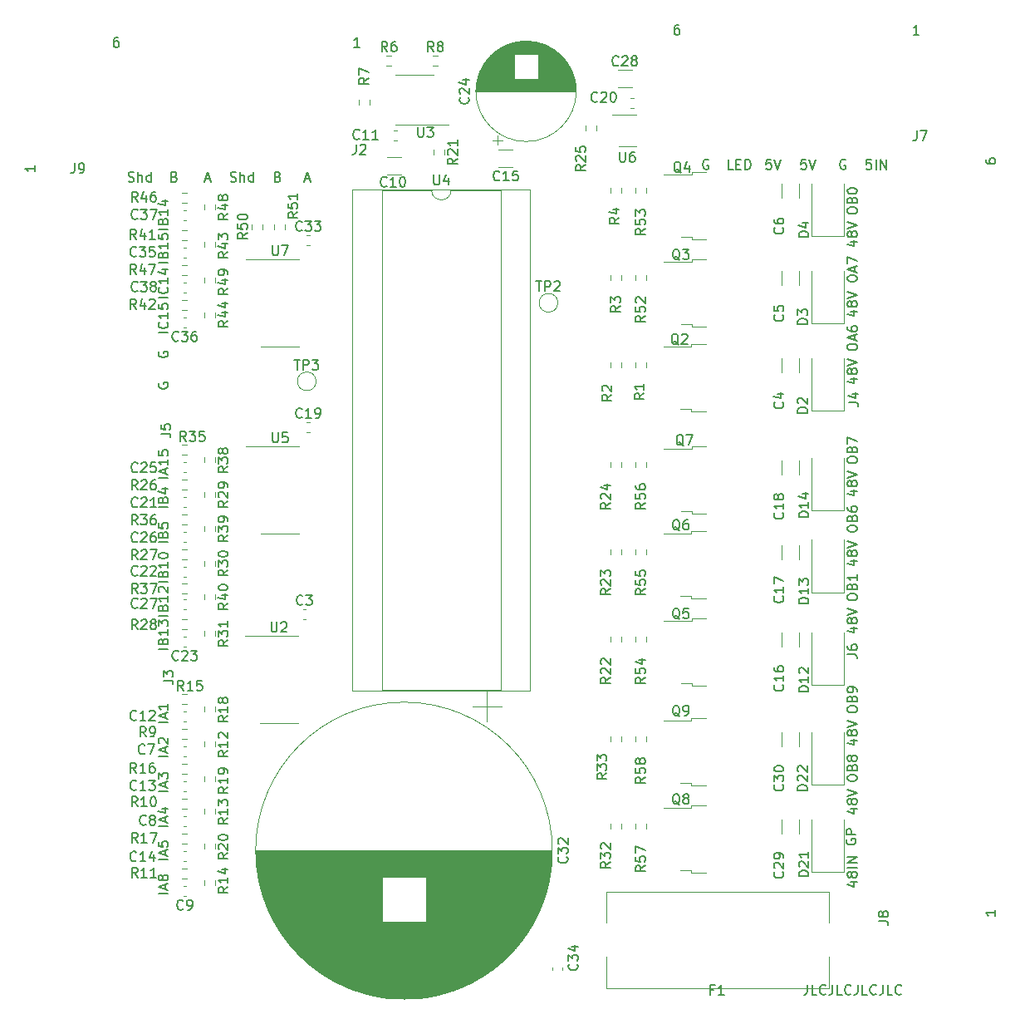
<source format=gto>
%TF.GenerationSoftware,KiCad,Pcbnew,5.1.9+dfsg1-1*%
%TF.CreationDate,2021-12-02T00:27:29+01:00*%
%TF.ProjectId,RTMPin,52544d50-696e-42e6-9b69-6361645f7063,rev?*%
%TF.SameCoordinates,Original*%
%TF.FileFunction,Legend,Top*%
%TF.FilePolarity,Positive*%
%FSLAX46Y46*%
G04 Gerber Fmt 4.6, Leading zero omitted, Abs format (unit mm)*
G04 Created by KiCad (PCBNEW 5.1.9+dfsg1-1) date 2021-12-02 00:27:29*
%MOMM*%
%LPD*%
G01*
G04 APERTURE LIST*
%ADD10C,0.150000*%
%ADD11C,0.120000*%
%ADD12C,4.300000*%
%ADD13C,1.500000*%
%ADD14C,2.700000*%
%ADD15C,3.000000*%
%ADD16R,1.800000X2.500000*%
%ADD17C,2.400000*%
%ADD18R,6.400000X5.800000*%
%ADD19R,2.200000X1.200000*%
%ADD20R,1.560000X0.650000*%
%ADD21O,2.400000X1.600000*%
%ADD22R,2.400000X1.600000*%
%ADD23C,4.000000*%
%ADD24R,4.000000X4.000000*%
%ADD25C,2.000000*%
%ADD26R,2.000000X2.000000*%
G04 APERTURE END LIST*
D10*
X160757952Y-138563380D02*
X160757952Y-139277666D01*
X160710333Y-139420523D01*
X160615095Y-139515761D01*
X160472238Y-139563380D01*
X160377000Y-139563380D01*
X161710333Y-139563380D02*
X161234142Y-139563380D01*
X161234142Y-138563380D01*
X162615095Y-139468142D02*
X162567476Y-139515761D01*
X162424619Y-139563380D01*
X162329380Y-139563380D01*
X162186523Y-139515761D01*
X162091285Y-139420523D01*
X162043666Y-139325285D01*
X161996047Y-139134809D01*
X161996047Y-138991952D01*
X162043666Y-138801476D01*
X162091285Y-138706238D01*
X162186523Y-138611000D01*
X162329380Y-138563380D01*
X162424619Y-138563380D01*
X162567476Y-138611000D01*
X162615095Y-138658619D01*
X163329380Y-138563380D02*
X163329380Y-139277666D01*
X163281761Y-139420523D01*
X163186523Y-139515761D01*
X163043666Y-139563380D01*
X162948428Y-139563380D01*
X164281761Y-139563380D02*
X163805571Y-139563380D01*
X163805571Y-138563380D01*
X165186523Y-139468142D02*
X165138904Y-139515761D01*
X164996047Y-139563380D01*
X164900809Y-139563380D01*
X164757952Y-139515761D01*
X164662714Y-139420523D01*
X164615095Y-139325285D01*
X164567476Y-139134809D01*
X164567476Y-138991952D01*
X164615095Y-138801476D01*
X164662714Y-138706238D01*
X164757952Y-138611000D01*
X164900809Y-138563380D01*
X164996047Y-138563380D01*
X165138904Y-138611000D01*
X165186523Y-138658619D01*
X165900809Y-138563380D02*
X165900809Y-139277666D01*
X165853190Y-139420523D01*
X165757952Y-139515761D01*
X165615095Y-139563380D01*
X165519857Y-139563380D01*
X166853190Y-139563380D02*
X166377000Y-139563380D01*
X166377000Y-138563380D01*
X167757952Y-139468142D02*
X167710333Y-139515761D01*
X167567476Y-139563380D01*
X167472238Y-139563380D01*
X167329380Y-139515761D01*
X167234142Y-139420523D01*
X167186523Y-139325285D01*
X167138904Y-139134809D01*
X167138904Y-138991952D01*
X167186523Y-138801476D01*
X167234142Y-138706238D01*
X167329380Y-138611000D01*
X167472238Y-138563380D01*
X167567476Y-138563380D01*
X167710333Y-138611000D01*
X167757952Y-138658619D01*
X168472238Y-138563380D02*
X168472238Y-139277666D01*
X168424619Y-139420523D01*
X168329380Y-139515761D01*
X168186523Y-139563380D01*
X168091285Y-139563380D01*
X169424619Y-139563380D02*
X168948428Y-139563380D01*
X168948428Y-138563380D01*
X170329380Y-139468142D02*
X170281761Y-139515761D01*
X170138904Y-139563380D01*
X170043666Y-139563380D01*
X169900809Y-139515761D01*
X169805571Y-139420523D01*
X169757952Y-139325285D01*
X169710333Y-139134809D01*
X169710333Y-138991952D01*
X169757952Y-138801476D01*
X169805571Y-138706238D01*
X169900809Y-138611000D01*
X170043666Y-138563380D01*
X170138904Y-138563380D01*
X170281761Y-138611000D01*
X170329380Y-138658619D01*
X95598380Y-115250761D02*
X94598380Y-115250761D01*
X95312666Y-114822190D02*
X95312666Y-114346000D01*
X95598380Y-114917428D02*
X94598380Y-114584095D01*
X95598380Y-114250761D01*
X94693619Y-113965047D02*
X94646000Y-113917428D01*
X94598380Y-113822190D01*
X94598380Y-113584095D01*
X94646000Y-113488857D01*
X94693619Y-113441238D01*
X94788857Y-113393619D01*
X94884095Y-113393619D01*
X95026952Y-113441238D01*
X95598380Y-114012666D01*
X95598380Y-113393619D01*
X95598380Y-129220761D02*
X94598380Y-129220761D01*
X95312666Y-128792190D02*
X95312666Y-128316000D01*
X95598380Y-128887428D02*
X94598380Y-128554095D01*
X95598380Y-128220761D01*
X95026952Y-127744571D02*
X94979333Y-127839809D01*
X94931714Y-127887428D01*
X94836476Y-127935047D01*
X94788857Y-127935047D01*
X94693619Y-127887428D01*
X94646000Y-127839809D01*
X94598380Y-127744571D01*
X94598380Y-127554095D01*
X94646000Y-127458857D01*
X94693619Y-127411238D01*
X94788857Y-127363619D01*
X94836476Y-127363619D01*
X94931714Y-127411238D01*
X94979333Y-127458857D01*
X95026952Y-127554095D01*
X95026952Y-127744571D01*
X95074571Y-127839809D01*
X95122190Y-127887428D01*
X95217428Y-127935047D01*
X95407904Y-127935047D01*
X95503142Y-127887428D01*
X95550761Y-127839809D01*
X95598380Y-127744571D01*
X95598380Y-127554095D01*
X95550761Y-127458857D01*
X95503142Y-127411238D01*
X95407904Y-127363619D01*
X95217428Y-127363619D01*
X95122190Y-127411238D01*
X95074571Y-127458857D01*
X95026952Y-127554095D01*
X95598380Y-111821761D02*
X94598380Y-111821761D01*
X95312666Y-111393190D02*
X95312666Y-110917000D01*
X95598380Y-111488428D02*
X94598380Y-111155095D01*
X95598380Y-110821761D01*
X95598380Y-109964619D02*
X95598380Y-110536047D01*
X95598380Y-110250333D02*
X94598380Y-110250333D01*
X94741238Y-110345571D01*
X94836476Y-110440809D01*
X94884095Y-110536047D01*
X95598380Y-122362761D02*
X94598380Y-122362761D01*
X95312666Y-121934190D02*
X95312666Y-121458000D01*
X95598380Y-122029428D02*
X94598380Y-121696095D01*
X95598380Y-121362761D01*
X94931714Y-120600857D02*
X95598380Y-120600857D01*
X94550761Y-120838952D02*
X95265047Y-121077047D01*
X95265047Y-120458000D01*
X95598380Y-125791761D02*
X94598380Y-125791761D01*
X95312666Y-125363190D02*
X95312666Y-124887000D01*
X95598380Y-125458428D02*
X94598380Y-125125095D01*
X95598380Y-124791761D01*
X94598380Y-123982238D02*
X94598380Y-124458428D01*
X95074571Y-124506047D01*
X95026952Y-124458428D01*
X94979333Y-124363190D01*
X94979333Y-124125095D01*
X95026952Y-124029857D01*
X95074571Y-123982238D01*
X95169809Y-123934619D01*
X95407904Y-123934619D01*
X95503142Y-123982238D01*
X95550761Y-124029857D01*
X95598380Y-124125095D01*
X95598380Y-124363190D01*
X95550761Y-124458428D01*
X95503142Y-124506047D01*
X95598380Y-118806761D02*
X94598380Y-118806761D01*
X95312666Y-118378190D02*
X95312666Y-117902000D01*
X95598380Y-118473428D02*
X94598380Y-118140095D01*
X95598380Y-117806761D01*
X94598380Y-117568666D02*
X94598380Y-116949619D01*
X94979333Y-117282952D01*
X94979333Y-117140095D01*
X95026952Y-117044857D01*
X95074571Y-116997238D01*
X95169809Y-116949619D01*
X95407904Y-116949619D01*
X95503142Y-116997238D01*
X95550761Y-117044857D01*
X95598380Y-117140095D01*
X95598380Y-117425809D01*
X95550761Y-117521047D01*
X95503142Y-117568666D01*
X95598380Y-89922190D02*
X94598380Y-89922190D01*
X95074571Y-89112666D02*
X95122190Y-88969809D01*
X95169809Y-88922190D01*
X95265047Y-88874571D01*
X95407904Y-88874571D01*
X95503142Y-88922190D01*
X95550761Y-88969809D01*
X95598380Y-89065047D01*
X95598380Y-89446000D01*
X94598380Y-89446000D01*
X94598380Y-89112666D01*
X94646000Y-89017428D01*
X94693619Y-88969809D01*
X94788857Y-88922190D01*
X94884095Y-88922190D01*
X94979333Y-88969809D01*
X95026952Y-89017428D01*
X95074571Y-89112666D01*
X95074571Y-89446000D01*
X94931714Y-88017428D02*
X95598380Y-88017428D01*
X94550761Y-88255523D02*
X95265047Y-88493619D01*
X95265047Y-87874571D01*
X95598380Y-104368380D02*
X94598380Y-104368380D01*
X95074571Y-103558857D02*
X95122190Y-103416000D01*
X95169809Y-103368380D01*
X95265047Y-103320761D01*
X95407904Y-103320761D01*
X95503142Y-103368380D01*
X95550761Y-103416000D01*
X95598380Y-103511238D01*
X95598380Y-103892190D01*
X94598380Y-103892190D01*
X94598380Y-103558857D01*
X94646000Y-103463619D01*
X94693619Y-103416000D01*
X94788857Y-103368380D01*
X94884095Y-103368380D01*
X94979333Y-103416000D01*
X95026952Y-103463619D01*
X95074571Y-103558857D01*
X95074571Y-103892190D01*
X95598380Y-102368380D02*
X95598380Y-102939809D01*
X95598380Y-102654095D02*
X94598380Y-102654095D01*
X94741238Y-102749333D01*
X94836476Y-102844571D01*
X94884095Y-102939809D01*
X94598380Y-102035047D02*
X94598380Y-101416000D01*
X94979333Y-101749333D01*
X94979333Y-101606476D01*
X95026952Y-101511238D01*
X95074571Y-101463619D01*
X95169809Y-101416000D01*
X95407904Y-101416000D01*
X95503142Y-101463619D01*
X95550761Y-101511238D01*
X95598380Y-101606476D01*
X95598380Y-101892190D01*
X95550761Y-101987428D01*
X95503142Y-102035047D01*
X95598380Y-86897952D02*
X94598380Y-86897952D01*
X95312666Y-86469380D02*
X95312666Y-85993190D01*
X95598380Y-86564619D02*
X94598380Y-86231285D01*
X95598380Y-85897952D01*
X95598380Y-85040809D02*
X95598380Y-85612238D01*
X95598380Y-85326523D02*
X94598380Y-85326523D01*
X94741238Y-85421761D01*
X94836476Y-85517000D01*
X94884095Y-85612238D01*
X94598380Y-84136047D02*
X94598380Y-84612238D01*
X95074571Y-84659857D01*
X95026952Y-84612238D01*
X94979333Y-84517000D01*
X94979333Y-84278904D01*
X95026952Y-84183666D01*
X95074571Y-84136047D01*
X95169809Y-84088428D01*
X95407904Y-84088428D01*
X95503142Y-84136047D01*
X95550761Y-84183666D01*
X95598380Y-84278904D01*
X95598380Y-84517000D01*
X95550761Y-84612238D01*
X95503142Y-84659857D01*
X95598380Y-97510380D02*
X94598380Y-97510380D01*
X95074571Y-96700857D02*
X95122190Y-96558000D01*
X95169809Y-96510380D01*
X95265047Y-96462761D01*
X95407904Y-96462761D01*
X95503142Y-96510380D01*
X95550761Y-96558000D01*
X95598380Y-96653238D01*
X95598380Y-97034190D01*
X94598380Y-97034190D01*
X94598380Y-96700857D01*
X94646000Y-96605619D01*
X94693619Y-96558000D01*
X94788857Y-96510380D01*
X94884095Y-96510380D01*
X94979333Y-96558000D01*
X95026952Y-96605619D01*
X95074571Y-96700857D01*
X95074571Y-97034190D01*
X95598380Y-95510380D02*
X95598380Y-96081809D01*
X95598380Y-95796095D02*
X94598380Y-95796095D01*
X94741238Y-95891333D01*
X94836476Y-95986571D01*
X94884095Y-96081809D01*
X94598380Y-94891333D02*
X94598380Y-94796095D01*
X94646000Y-94700857D01*
X94693619Y-94653238D01*
X94788857Y-94605619D01*
X94979333Y-94558000D01*
X95217428Y-94558000D01*
X95407904Y-94605619D01*
X95503142Y-94653238D01*
X95550761Y-94700857D01*
X95598380Y-94796095D01*
X95598380Y-94891333D01*
X95550761Y-94986571D01*
X95503142Y-95034190D01*
X95407904Y-95081809D01*
X95217428Y-95129428D01*
X94979333Y-95129428D01*
X94788857Y-95081809D01*
X94693619Y-95034190D01*
X94646000Y-94986571D01*
X94598380Y-94891333D01*
X95598380Y-100939380D02*
X94598380Y-100939380D01*
X95074571Y-100129857D02*
X95122190Y-99987000D01*
X95169809Y-99939380D01*
X95265047Y-99891761D01*
X95407904Y-99891761D01*
X95503142Y-99939380D01*
X95550761Y-99987000D01*
X95598380Y-100082238D01*
X95598380Y-100463190D01*
X94598380Y-100463190D01*
X94598380Y-100129857D01*
X94646000Y-100034619D01*
X94693619Y-99987000D01*
X94788857Y-99939380D01*
X94884095Y-99939380D01*
X94979333Y-99987000D01*
X95026952Y-100034619D01*
X95074571Y-100129857D01*
X95074571Y-100463190D01*
X95598380Y-98939380D02*
X95598380Y-99510809D01*
X95598380Y-99225095D02*
X94598380Y-99225095D01*
X94741238Y-99320333D01*
X94836476Y-99415571D01*
X94884095Y-99510809D01*
X94693619Y-98558428D02*
X94646000Y-98510809D01*
X94598380Y-98415571D01*
X94598380Y-98177476D01*
X94646000Y-98082238D01*
X94693619Y-98034619D01*
X94788857Y-97987000D01*
X94884095Y-97987000D01*
X95026952Y-98034619D01*
X95598380Y-98606047D01*
X95598380Y-97987000D01*
X95598380Y-93478190D02*
X94598380Y-93478190D01*
X95074571Y-92668666D02*
X95122190Y-92525809D01*
X95169809Y-92478190D01*
X95265047Y-92430571D01*
X95407904Y-92430571D01*
X95503142Y-92478190D01*
X95550761Y-92525809D01*
X95598380Y-92621047D01*
X95598380Y-93002000D01*
X94598380Y-93002000D01*
X94598380Y-92668666D01*
X94646000Y-92573428D01*
X94693619Y-92525809D01*
X94788857Y-92478190D01*
X94884095Y-92478190D01*
X94979333Y-92525809D01*
X95026952Y-92573428D01*
X95074571Y-92668666D01*
X95074571Y-93002000D01*
X94598380Y-91525809D02*
X94598380Y-92002000D01*
X95074571Y-92049619D01*
X95026952Y-92002000D01*
X94979333Y-91906761D01*
X94979333Y-91668666D01*
X95026952Y-91573428D01*
X95074571Y-91525809D01*
X95169809Y-91478190D01*
X95407904Y-91478190D01*
X95503142Y-91525809D01*
X95550761Y-91573428D01*
X95598380Y-91668666D01*
X95598380Y-91906761D01*
X95550761Y-92002000D01*
X95503142Y-92049619D01*
X95598380Y-64998380D02*
X94598380Y-64998380D01*
X95074571Y-64188857D02*
X95122190Y-64046000D01*
X95169809Y-63998380D01*
X95265047Y-63950761D01*
X95407904Y-63950761D01*
X95503142Y-63998380D01*
X95550761Y-64046000D01*
X95598380Y-64141238D01*
X95598380Y-64522190D01*
X94598380Y-64522190D01*
X94598380Y-64188857D01*
X94646000Y-64093619D01*
X94693619Y-64046000D01*
X94788857Y-63998380D01*
X94884095Y-63998380D01*
X94979333Y-64046000D01*
X95026952Y-64093619D01*
X95074571Y-64188857D01*
X95074571Y-64522190D01*
X95598380Y-62998380D02*
X95598380Y-63569809D01*
X95598380Y-63284095D02*
X94598380Y-63284095D01*
X94741238Y-63379333D01*
X94836476Y-63474571D01*
X94884095Y-63569809D01*
X94598380Y-62093619D02*
X94598380Y-62569809D01*
X95074571Y-62617428D01*
X95026952Y-62569809D01*
X94979333Y-62474571D01*
X94979333Y-62236476D01*
X95026952Y-62141238D01*
X95074571Y-62093619D01*
X95169809Y-62046000D01*
X95407904Y-62046000D01*
X95503142Y-62093619D01*
X95550761Y-62141238D01*
X95598380Y-62236476D01*
X95598380Y-62474571D01*
X95550761Y-62569809D01*
X95503142Y-62617428D01*
X94646000Y-77254095D02*
X94598380Y-77349333D01*
X94598380Y-77492190D01*
X94646000Y-77635047D01*
X94741238Y-77730285D01*
X94836476Y-77777904D01*
X95026952Y-77825523D01*
X95169809Y-77825523D01*
X95360285Y-77777904D01*
X95455523Y-77730285D01*
X95550761Y-77635047D01*
X95598380Y-77492190D01*
X95598380Y-77396952D01*
X95550761Y-77254095D01*
X95503142Y-77206476D01*
X95169809Y-77206476D01*
X95169809Y-77396952D01*
X95598380Y-61569380D02*
X94598380Y-61569380D01*
X95074571Y-60759857D02*
X95122190Y-60617000D01*
X95169809Y-60569380D01*
X95265047Y-60521761D01*
X95407904Y-60521761D01*
X95503142Y-60569380D01*
X95550761Y-60617000D01*
X95598380Y-60712238D01*
X95598380Y-61093190D01*
X94598380Y-61093190D01*
X94598380Y-60759857D01*
X94646000Y-60664619D01*
X94693619Y-60617000D01*
X94788857Y-60569380D01*
X94884095Y-60569380D01*
X94979333Y-60617000D01*
X95026952Y-60664619D01*
X95074571Y-60759857D01*
X95074571Y-61093190D01*
X95598380Y-59569380D02*
X95598380Y-60140809D01*
X95598380Y-59855095D02*
X94598380Y-59855095D01*
X94741238Y-59950333D01*
X94836476Y-60045571D01*
X94884095Y-60140809D01*
X94931714Y-58712238D02*
X95598380Y-58712238D01*
X94550761Y-58950333D02*
X95265047Y-59188428D01*
X95265047Y-58569380D01*
X95598380Y-72110380D02*
X94598380Y-72110380D01*
X95503142Y-71062761D02*
X95550761Y-71110380D01*
X95598380Y-71253238D01*
X95598380Y-71348476D01*
X95550761Y-71491333D01*
X95455523Y-71586571D01*
X95360285Y-71634190D01*
X95169809Y-71681809D01*
X95026952Y-71681809D01*
X94836476Y-71634190D01*
X94741238Y-71586571D01*
X94646000Y-71491333D01*
X94598380Y-71348476D01*
X94598380Y-71253238D01*
X94646000Y-71110380D01*
X94693619Y-71062761D01*
X95598380Y-70110380D02*
X95598380Y-70681809D01*
X95598380Y-70396095D02*
X94598380Y-70396095D01*
X94741238Y-70491333D01*
X94836476Y-70586571D01*
X94884095Y-70681809D01*
X94598380Y-69205619D02*
X94598380Y-69681809D01*
X95074571Y-69729428D01*
X95026952Y-69681809D01*
X94979333Y-69586571D01*
X94979333Y-69348476D01*
X95026952Y-69253238D01*
X95074571Y-69205619D01*
X95169809Y-69158000D01*
X95407904Y-69158000D01*
X95503142Y-69205619D01*
X95550761Y-69253238D01*
X95598380Y-69348476D01*
X95598380Y-69586571D01*
X95550761Y-69681809D01*
X95503142Y-69729428D01*
X94646000Y-74079095D02*
X94598380Y-74174333D01*
X94598380Y-74317190D01*
X94646000Y-74460047D01*
X94741238Y-74555285D01*
X94836476Y-74602904D01*
X95026952Y-74650523D01*
X95169809Y-74650523D01*
X95360285Y-74602904D01*
X95455523Y-74555285D01*
X95550761Y-74460047D01*
X95598380Y-74317190D01*
X95598380Y-74221952D01*
X95550761Y-74079095D01*
X95503142Y-74031476D01*
X95169809Y-74031476D01*
X95169809Y-74221952D01*
X95598380Y-68554380D02*
X94598380Y-68554380D01*
X95503142Y-67506761D02*
X95550761Y-67554380D01*
X95598380Y-67697238D01*
X95598380Y-67792476D01*
X95550761Y-67935333D01*
X95455523Y-68030571D01*
X95360285Y-68078190D01*
X95169809Y-68125809D01*
X95026952Y-68125809D01*
X94836476Y-68078190D01*
X94741238Y-68030571D01*
X94646000Y-67935333D01*
X94598380Y-67792476D01*
X94598380Y-67697238D01*
X94646000Y-67554380D01*
X94693619Y-67506761D01*
X95598380Y-66554380D02*
X95598380Y-67125809D01*
X95598380Y-66840095D02*
X94598380Y-66840095D01*
X94741238Y-66935333D01*
X94836476Y-67030571D01*
X94884095Y-67125809D01*
X94931714Y-65697238D02*
X95598380Y-65697238D01*
X94550761Y-65935333D02*
X95265047Y-66173428D01*
X95265047Y-65554380D01*
X82009380Y-55132285D02*
X82009380Y-55703714D01*
X82009380Y-55418000D02*
X81009380Y-55418000D01*
X81152238Y-55513238D01*
X81247476Y-55608476D01*
X81295095Y-55703714D01*
X101956523Y-56711761D02*
X102099380Y-56759380D01*
X102337476Y-56759380D01*
X102432714Y-56711761D01*
X102480333Y-56664142D01*
X102527952Y-56568904D01*
X102527952Y-56473666D01*
X102480333Y-56378428D01*
X102432714Y-56330809D01*
X102337476Y-56283190D01*
X102147000Y-56235571D01*
X102051761Y-56187952D01*
X102004142Y-56140333D01*
X101956523Y-56045095D01*
X101956523Y-55949857D01*
X102004142Y-55854619D01*
X102051761Y-55807000D01*
X102147000Y-55759380D01*
X102385095Y-55759380D01*
X102527952Y-55807000D01*
X102956523Y-56759380D02*
X102956523Y-55759380D01*
X103385095Y-56759380D02*
X103385095Y-56235571D01*
X103337476Y-56140333D01*
X103242238Y-56092714D01*
X103099380Y-56092714D01*
X103004142Y-56140333D01*
X102956523Y-56187952D01*
X104289857Y-56759380D02*
X104289857Y-55759380D01*
X104289857Y-56711761D02*
X104194619Y-56759380D01*
X104004142Y-56759380D01*
X103908904Y-56711761D01*
X103861285Y-56664142D01*
X103813666Y-56568904D01*
X103813666Y-56283190D01*
X103861285Y-56187952D01*
X103908904Y-56140333D01*
X104004142Y-56092714D01*
X104194619Y-56092714D01*
X104289857Y-56140333D01*
X106774428Y-56235571D02*
X106917285Y-56283190D01*
X106964904Y-56330809D01*
X107012523Y-56426047D01*
X107012523Y-56568904D01*
X106964904Y-56664142D01*
X106917285Y-56711761D01*
X106822047Y-56759380D01*
X106441095Y-56759380D01*
X106441095Y-55759380D01*
X106774428Y-55759380D01*
X106869666Y-55807000D01*
X106917285Y-55854619D01*
X106964904Y-55949857D01*
X106964904Y-56045095D01*
X106917285Y-56140333D01*
X106869666Y-56187952D01*
X106774428Y-56235571D01*
X106441095Y-56235571D01*
X91542523Y-56711761D02*
X91685380Y-56759380D01*
X91923476Y-56759380D01*
X92018714Y-56711761D01*
X92066333Y-56664142D01*
X92113952Y-56568904D01*
X92113952Y-56473666D01*
X92066333Y-56378428D01*
X92018714Y-56330809D01*
X91923476Y-56283190D01*
X91733000Y-56235571D01*
X91637761Y-56187952D01*
X91590142Y-56140333D01*
X91542523Y-56045095D01*
X91542523Y-55949857D01*
X91590142Y-55854619D01*
X91637761Y-55807000D01*
X91733000Y-55759380D01*
X91971095Y-55759380D01*
X92113952Y-55807000D01*
X92542523Y-56759380D02*
X92542523Y-55759380D01*
X92971095Y-56759380D02*
X92971095Y-56235571D01*
X92923476Y-56140333D01*
X92828238Y-56092714D01*
X92685380Y-56092714D01*
X92590142Y-56140333D01*
X92542523Y-56187952D01*
X93875857Y-56759380D02*
X93875857Y-55759380D01*
X93875857Y-56711761D02*
X93780619Y-56759380D01*
X93590142Y-56759380D01*
X93494904Y-56711761D01*
X93447285Y-56664142D01*
X93399666Y-56568904D01*
X93399666Y-56283190D01*
X93447285Y-56187952D01*
X93494904Y-56140333D01*
X93590142Y-56092714D01*
X93780619Y-56092714D01*
X93875857Y-56140333D01*
X109512904Y-56473666D02*
X109989095Y-56473666D01*
X109417666Y-56759380D02*
X109751000Y-55759380D01*
X110084333Y-56759380D01*
X96233428Y-56235571D02*
X96376285Y-56283190D01*
X96423904Y-56330809D01*
X96471523Y-56426047D01*
X96471523Y-56568904D01*
X96423904Y-56664142D01*
X96376285Y-56711761D01*
X96281047Y-56759380D01*
X95900095Y-56759380D01*
X95900095Y-55759380D01*
X96233428Y-55759380D01*
X96328666Y-55807000D01*
X96376285Y-55854619D01*
X96423904Y-55949857D01*
X96423904Y-56045095D01*
X96376285Y-56140333D01*
X96328666Y-56187952D01*
X96233428Y-56235571D01*
X95900095Y-56235571D01*
X99352904Y-56473666D02*
X99829095Y-56473666D01*
X99257666Y-56759380D02*
X99591000Y-55759380D01*
X99924333Y-56759380D01*
X90510476Y-42043380D02*
X90320000Y-42043380D01*
X90224761Y-42091000D01*
X90177142Y-42138619D01*
X90081904Y-42281476D01*
X90034285Y-42471952D01*
X90034285Y-42852904D01*
X90081904Y-42948142D01*
X90129523Y-42995761D01*
X90224761Y-43043380D01*
X90415238Y-43043380D01*
X90510476Y-42995761D01*
X90558095Y-42948142D01*
X90605714Y-42852904D01*
X90605714Y-42614809D01*
X90558095Y-42519571D01*
X90510476Y-42471952D01*
X90415238Y-42424333D01*
X90224761Y-42424333D01*
X90129523Y-42471952D01*
X90081904Y-42519571D01*
X90034285Y-42614809D01*
X115116714Y-43043380D02*
X114545285Y-43043380D01*
X114831000Y-43043380D02*
X114831000Y-42043380D01*
X114735761Y-42186238D01*
X114640523Y-42281476D01*
X114545285Y-42329095D01*
X147660476Y-40773380D02*
X147470000Y-40773380D01*
X147374761Y-40821000D01*
X147327142Y-40868619D01*
X147231904Y-41011476D01*
X147184285Y-41201952D01*
X147184285Y-41582904D01*
X147231904Y-41678142D01*
X147279523Y-41725761D01*
X147374761Y-41773380D01*
X147565238Y-41773380D01*
X147660476Y-41725761D01*
X147708095Y-41678142D01*
X147755714Y-41582904D01*
X147755714Y-41344809D01*
X147708095Y-41249571D01*
X147660476Y-41201952D01*
X147565238Y-41154333D01*
X147374761Y-41154333D01*
X147279523Y-41201952D01*
X147231904Y-41249571D01*
X147184285Y-41344809D01*
X172139714Y-41773380D02*
X171568285Y-41773380D01*
X171854000Y-41773380D02*
X171854000Y-40773380D01*
X171758761Y-40916238D01*
X171663523Y-41011476D01*
X171568285Y-41059095D01*
X157058523Y-54489380D02*
X156582333Y-54489380D01*
X156534714Y-54965571D01*
X156582333Y-54917952D01*
X156677571Y-54870333D01*
X156915666Y-54870333D01*
X157010904Y-54917952D01*
X157058523Y-54965571D01*
X157106142Y-55060809D01*
X157106142Y-55298904D01*
X157058523Y-55394142D01*
X157010904Y-55441761D01*
X156915666Y-55489380D01*
X156677571Y-55489380D01*
X156582333Y-55441761D01*
X156534714Y-55394142D01*
X157391857Y-54489380D02*
X157725190Y-55489380D01*
X158058523Y-54489380D01*
X160614523Y-54489380D02*
X160138333Y-54489380D01*
X160090714Y-54965571D01*
X160138333Y-54917952D01*
X160233571Y-54870333D01*
X160471666Y-54870333D01*
X160566904Y-54917952D01*
X160614523Y-54965571D01*
X160662142Y-55060809D01*
X160662142Y-55298904D01*
X160614523Y-55394142D01*
X160566904Y-55441761D01*
X160471666Y-55489380D01*
X160233571Y-55489380D01*
X160138333Y-55441761D01*
X160090714Y-55394142D01*
X160947857Y-54489380D02*
X161281190Y-55489380D01*
X161614523Y-54489380D01*
X164622904Y-54537000D02*
X164527666Y-54489380D01*
X164384809Y-54489380D01*
X164241952Y-54537000D01*
X164146714Y-54632238D01*
X164099095Y-54727476D01*
X164051476Y-54917952D01*
X164051476Y-55060809D01*
X164099095Y-55251285D01*
X164146714Y-55346523D01*
X164241952Y-55441761D01*
X164384809Y-55489380D01*
X164480047Y-55489380D01*
X164622904Y-55441761D01*
X164670523Y-55394142D01*
X164670523Y-55060809D01*
X164480047Y-55060809D01*
X153177142Y-55489380D02*
X152700952Y-55489380D01*
X152700952Y-54489380D01*
X153510476Y-54965571D02*
X153843809Y-54965571D01*
X153986666Y-55489380D02*
X153510476Y-55489380D01*
X153510476Y-54489380D01*
X153986666Y-54489380D01*
X154415238Y-55489380D02*
X154415238Y-54489380D01*
X154653333Y-54489380D01*
X154796190Y-54537000D01*
X154891428Y-54632238D01*
X154939047Y-54727476D01*
X154986666Y-54917952D01*
X154986666Y-55060809D01*
X154939047Y-55251285D01*
X154891428Y-55346523D01*
X154796190Y-55441761D01*
X154653333Y-55489380D01*
X154415238Y-55489380D01*
X150652904Y-54537000D02*
X150557666Y-54489380D01*
X150414809Y-54489380D01*
X150271952Y-54537000D01*
X150176714Y-54632238D01*
X150129095Y-54727476D01*
X150081476Y-54917952D01*
X150081476Y-55060809D01*
X150129095Y-55251285D01*
X150176714Y-55346523D01*
X150271952Y-55441761D01*
X150414809Y-55489380D01*
X150510047Y-55489380D01*
X150652904Y-55441761D01*
X150700523Y-55394142D01*
X150700523Y-55060809D01*
X150510047Y-55060809D01*
X167266190Y-54489380D02*
X166790000Y-54489380D01*
X166742380Y-54965571D01*
X166790000Y-54917952D01*
X166885238Y-54870333D01*
X167123333Y-54870333D01*
X167218571Y-54917952D01*
X167266190Y-54965571D01*
X167313809Y-55060809D01*
X167313809Y-55298904D01*
X167266190Y-55394142D01*
X167218571Y-55441761D01*
X167123333Y-55489380D01*
X166885238Y-55489380D01*
X166790000Y-55441761D01*
X166742380Y-55394142D01*
X167742380Y-55489380D02*
X167742380Y-54489380D01*
X168218571Y-55489380D02*
X168218571Y-54489380D01*
X168790000Y-55489380D01*
X168790000Y-54489380D01*
X165162714Y-69975285D02*
X165829380Y-69975285D01*
X164781761Y-70213380D02*
X165496047Y-70451476D01*
X165496047Y-69832428D01*
X165257952Y-69308619D02*
X165210333Y-69403857D01*
X165162714Y-69451476D01*
X165067476Y-69499095D01*
X165019857Y-69499095D01*
X164924619Y-69451476D01*
X164877000Y-69403857D01*
X164829380Y-69308619D01*
X164829380Y-69118142D01*
X164877000Y-69022904D01*
X164924619Y-68975285D01*
X165019857Y-68927666D01*
X165067476Y-68927666D01*
X165162714Y-68975285D01*
X165210333Y-69022904D01*
X165257952Y-69118142D01*
X165257952Y-69308619D01*
X165305571Y-69403857D01*
X165353190Y-69451476D01*
X165448428Y-69499095D01*
X165638904Y-69499095D01*
X165734142Y-69451476D01*
X165781761Y-69403857D01*
X165829380Y-69308619D01*
X165829380Y-69118142D01*
X165781761Y-69022904D01*
X165734142Y-68975285D01*
X165638904Y-68927666D01*
X165448428Y-68927666D01*
X165353190Y-68975285D01*
X165305571Y-69022904D01*
X165257952Y-69118142D01*
X164829380Y-68641952D02*
X165829380Y-68308619D01*
X164829380Y-67975285D01*
X164829380Y-66705000D02*
X164829380Y-66514523D01*
X164877000Y-66419285D01*
X164972238Y-66324047D01*
X165162714Y-66276428D01*
X165496047Y-66276428D01*
X165686523Y-66324047D01*
X165781761Y-66419285D01*
X165829380Y-66514523D01*
X165829380Y-66705000D01*
X165781761Y-66800238D01*
X165686523Y-66895476D01*
X165496047Y-66943095D01*
X165162714Y-66943095D01*
X164972238Y-66895476D01*
X164877000Y-66800238D01*
X164829380Y-66705000D01*
X165543666Y-65895476D02*
X165543666Y-65419285D01*
X165829380Y-65990714D02*
X164829380Y-65657380D01*
X165829380Y-65324047D01*
X164829380Y-65085952D02*
X164829380Y-64419285D01*
X165829380Y-64847857D01*
X165162714Y-62863285D02*
X165829380Y-62863285D01*
X164781761Y-63101380D02*
X165496047Y-63339476D01*
X165496047Y-62720428D01*
X165257952Y-62196619D02*
X165210333Y-62291857D01*
X165162714Y-62339476D01*
X165067476Y-62387095D01*
X165019857Y-62387095D01*
X164924619Y-62339476D01*
X164877000Y-62291857D01*
X164829380Y-62196619D01*
X164829380Y-62006142D01*
X164877000Y-61910904D01*
X164924619Y-61863285D01*
X165019857Y-61815666D01*
X165067476Y-61815666D01*
X165162714Y-61863285D01*
X165210333Y-61910904D01*
X165257952Y-62006142D01*
X165257952Y-62196619D01*
X165305571Y-62291857D01*
X165353190Y-62339476D01*
X165448428Y-62387095D01*
X165638904Y-62387095D01*
X165734142Y-62339476D01*
X165781761Y-62291857D01*
X165829380Y-62196619D01*
X165829380Y-62006142D01*
X165781761Y-61910904D01*
X165734142Y-61863285D01*
X165638904Y-61815666D01*
X165448428Y-61815666D01*
X165353190Y-61863285D01*
X165305571Y-61910904D01*
X165257952Y-62006142D01*
X164829380Y-61529952D02*
X165829380Y-61196619D01*
X164829380Y-60863285D01*
X164829380Y-73690000D02*
X164829380Y-73499523D01*
X164877000Y-73404285D01*
X164972238Y-73309047D01*
X165162714Y-73261428D01*
X165496047Y-73261428D01*
X165686523Y-73309047D01*
X165781761Y-73404285D01*
X165829380Y-73499523D01*
X165829380Y-73690000D01*
X165781761Y-73785238D01*
X165686523Y-73880476D01*
X165496047Y-73928095D01*
X165162714Y-73928095D01*
X164972238Y-73880476D01*
X164877000Y-73785238D01*
X164829380Y-73690000D01*
X165543666Y-72880476D02*
X165543666Y-72404285D01*
X165829380Y-72975714D02*
X164829380Y-72642380D01*
X165829380Y-72309047D01*
X164829380Y-71547142D02*
X164829380Y-71737619D01*
X164877000Y-71832857D01*
X164924619Y-71880476D01*
X165067476Y-71975714D01*
X165257952Y-72023333D01*
X165638904Y-72023333D01*
X165734142Y-71975714D01*
X165781761Y-71928095D01*
X165829380Y-71832857D01*
X165829380Y-71642380D01*
X165781761Y-71547142D01*
X165734142Y-71499523D01*
X165638904Y-71451904D01*
X165400809Y-71451904D01*
X165305571Y-71499523D01*
X165257952Y-71547142D01*
X165210333Y-71642380D01*
X165210333Y-71832857D01*
X165257952Y-71928095D01*
X165305571Y-71975714D01*
X165400809Y-72023333D01*
X165162714Y-76833285D02*
X165829380Y-76833285D01*
X164781761Y-77071380D02*
X165496047Y-77309476D01*
X165496047Y-76690428D01*
X165257952Y-76166619D02*
X165210333Y-76261857D01*
X165162714Y-76309476D01*
X165067476Y-76357095D01*
X165019857Y-76357095D01*
X164924619Y-76309476D01*
X164877000Y-76261857D01*
X164829380Y-76166619D01*
X164829380Y-75976142D01*
X164877000Y-75880904D01*
X164924619Y-75833285D01*
X165019857Y-75785666D01*
X165067476Y-75785666D01*
X165162714Y-75833285D01*
X165210333Y-75880904D01*
X165257952Y-75976142D01*
X165257952Y-76166619D01*
X165305571Y-76261857D01*
X165353190Y-76309476D01*
X165448428Y-76357095D01*
X165638904Y-76357095D01*
X165734142Y-76309476D01*
X165781761Y-76261857D01*
X165829380Y-76166619D01*
X165829380Y-75976142D01*
X165781761Y-75880904D01*
X165734142Y-75833285D01*
X165638904Y-75785666D01*
X165448428Y-75785666D01*
X165353190Y-75833285D01*
X165305571Y-75880904D01*
X165257952Y-75976142D01*
X164829380Y-75499952D02*
X165829380Y-75166619D01*
X164829380Y-74833285D01*
X164829380Y-59791428D02*
X164829380Y-59600952D01*
X164877000Y-59505714D01*
X164972238Y-59410476D01*
X165162714Y-59362857D01*
X165496047Y-59362857D01*
X165686523Y-59410476D01*
X165781761Y-59505714D01*
X165829380Y-59600952D01*
X165829380Y-59791428D01*
X165781761Y-59886666D01*
X165686523Y-59981904D01*
X165496047Y-60029523D01*
X165162714Y-60029523D01*
X164972238Y-59981904D01*
X164877000Y-59886666D01*
X164829380Y-59791428D01*
X165305571Y-58600952D02*
X165353190Y-58458095D01*
X165400809Y-58410476D01*
X165496047Y-58362857D01*
X165638904Y-58362857D01*
X165734142Y-58410476D01*
X165781761Y-58458095D01*
X165829380Y-58553333D01*
X165829380Y-58934285D01*
X164829380Y-58934285D01*
X164829380Y-58600952D01*
X164877000Y-58505714D01*
X164924619Y-58458095D01*
X165019857Y-58410476D01*
X165115095Y-58410476D01*
X165210333Y-58458095D01*
X165257952Y-58505714D01*
X165305571Y-58600952D01*
X165305571Y-58934285D01*
X164829380Y-57743809D02*
X164829380Y-57648571D01*
X164877000Y-57553333D01*
X164924619Y-57505714D01*
X165019857Y-57458095D01*
X165210333Y-57410476D01*
X165448428Y-57410476D01*
X165638904Y-57458095D01*
X165734142Y-57505714D01*
X165781761Y-57553333D01*
X165829380Y-57648571D01*
X165829380Y-57743809D01*
X165781761Y-57839047D01*
X165734142Y-57886666D01*
X165638904Y-57934285D01*
X165448428Y-57981904D01*
X165210333Y-57981904D01*
X165019857Y-57934285D01*
X164924619Y-57886666D01*
X164877000Y-57839047D01*
X164829380Y-57743809D01*
X164829380Y-85191428D02*
X164829380Y-85000952D01*
X164877000Y-84905714D01*
X164972238Y-84810476D01*
X165162714Y-84762857D01*
X165496047Y-84762857D01*
X165686523Y-84810476D01*
X165781761Y-84905714D01*
X165829380Y-85000952D01*
X165829380Y-85191428D01*
X165781761Y-85286666D01*
X165686523Y-85381904D01*
X165496047Y-85429523D01*
X165162714Y-85429523D01*
X164972238Y-85381904D01*
X164877000Y-85286666D01*
X164829380Y-85191428D01*
X165305571Y-84000952D02*
X165353190Y-83858095D01*
X165400809Y-83810476D01*
X165496047Y-83762857D01*
X165638904Y-83762857D01*
X165734142Y-83810476D01*
X165781761Y-83858095D01*
X165829380Y-83953333D01*
X165829380Y-84334285D01*
X164829380Y-84334285D01*
X164829380Y-84000952D01*
X164877000Y-83905714D01*
X164924619Y-83858095D01*
X165019857Y-83810476D01*
X165115095Y-83810476D01*
X165210333Y-83858095D01*
X165257952Y-83905714D01*
X165305571Y-84000952D01*
X165305571Y-84334285D01*
X164829380Y-83429523D02*
X164829380Y-82762857D01*
X165829380Y-83191428D01*
X165162714Y-88263285D02*
X165829380Y-88263285D01*
X164781761Y-88501380D02*
X165496047Y-88739476D01*
X165496047Y-88120428D01*
X165257952Y-87596619D02*
X165210333Y-87691857D01*
X165162714Y-87739476D01*
X165067476Y-87787095D01*
X165019857Y-87787095D01*
X164924619Y-87739476D01*
X164877000Y-87691857D01*
X164829380Y-87596619D01*
X164829380Y-87406142D01*
X164877000Y-87310904D01*
X164924619Y-87263285D01*
X165019857Y-87215666D01*
X165067476Y-87215666D01*
X165162714Y-87263285D01*
X165210333Y-87310904D01*
X165257952Y-87406142D01*
X165257952Y-87596619D01*
X165305571Y-87691857D01*
X165353190Y-87739476D01*
X165448428Y-87787095D01*
X165638904Y-87787095D01*
X165734142Y-87739476D01*
X165781761Y-87691857D01*
X165829380Y-87596619D01*
X165829380Y-87406142D01*
X165781761Y-87310904D01*
X165734142Y-87263285D01*
X165638904Y-87215666D01*
X165448428Y-87215666D01*
X165353190Y-87263285D01*
X165305571Y-87310904D01*
X165257952Y-87406142D01*
X164829380Y-86929952D02*
X165829380Y-86596619D01*
X164829380Y-86263285D01*
X164829380Y-92176428D02*
X164829380Y-91985952D01*
X164877000Y-91890714D01*
X164972238Y-91795476D01*
X165162714Y-91747857D01*
X165496047Y-91747857D01*
X165686523Y-91795476D01*
X165781761Y-91890714D01*
X165829380Y-91985952D01*
X165829380Y-92176428D01*
X165781761Y-92271666D01*
X165686523Y-92366904D01*
X165496047Y-92414523D01*
X165162714Y-92414523D01*
X164972238Y-92366904D01*
X164877000Y-92271666D01*
X164829380Y-92176428D01*
X165305571Y-90985952D02*
X165353190Y-90843095D01*
X165400809Y-90795476D01*
X165496047Y-90747857D01*
X165638904Y-90747857D01*
X165734142Y-90795476D01*
X165781761Y-90843095D01*
X165829380Y-90938333D01*
X165829380Y-91319285D01*
X164829380Y-91319285D01*
X164829380Y-90985952D01*
X164877000Y-90890714D01*
X164924619Y-90843095D01*
X165019857Y-90795476D01*
X165115095Y-90795476D01*
X165210333Y-90843095D01*
X165257952Y-90890714D01*
X165305571Y-90985952D01*
X165305571Y-91319285D01*
X164829380Y-89890714D02*
X164829380Y-90081190D01*
X164877000Y-90176428D01*
X164924619Y-90224047D01*
X165067476Y-90319285D01*
X165257952Y-90366904D01*
X165638904Y-90366904D01*
X165734142Y-90319285D01*
X165781761Y-90271666D01*
X165829380Y-90176428D01*
X165829380Y-89985952D01*
X165781761Y-89890714D01*
X165734142Y-89843095D01*
X165638904Y-89795476D01*
X165400809Y-89795476D01*
X165305571Y-89843095D01*
X165257952Y-89890714D01*
X165210333Y-89985952D01*
X165210333Y-90176428D01*
X165257952Y-90271666D01*
X165305571Y-90319285D01*
X165400809Y-90366904D01*
X165162714Y-95375285D02*
X165829380Y-95375285D01*
X164781761Y-95613380D02*
X165496047Y-95851476D01*
X165496047Y-95232428D01*
X165257952Y-94708619D02*
X165210333Y-94803857D01*
X165162714Y-94851476D01*
X165067476Y-94899095D01*
X165019857Y-94899095D01*
X164924619Y-94851476D01*
X164877000Y-94803857D01*
X164829380Y-94708619D01*
X164829380Y-94518142D01*
X164877000Y-94422904D01*
X164924619Y-94375285D01*
X165019857Y-94327666D01*
X165067476Y-94327666D01*
X165162714Y-94375285D01*
X165210333Y-94422904D01*
X165257952Y-94518142D01*
X165257952Y-94708619D01*
X165305571Y-94803857D01*
X165353190Y-94851476D01*
X165448428Y-94899095D01*
X165638904Y-94899095D01*
X165734142Y-94851476D01*
X165781761Y-94803857D01*
X165829380Y-94708619D01*
X165829380Y-94518142D01*
X165781761Y-94422904D01*
X165734142Y-94375285D01*
X165638904Y-94327666D01*
X165448428Y-94327666D01*
X165353190Y-94375285D01*
X165305571Y-94422904D01*
X165257952Y-94518142D01*
X164829380Y-94041952D02*
X165829380Y-93708619D01*
X164829380Y-93375285D01*
X164829380Y-99161428D02*
X164829380Y-98970952D01*
X164877000Y-98875714D01*
X164972238Y-98780476D01*
X165162714Y-98732857D01*
X165496047Y-98732857D01*
X165686523Y-98780476D01*
X165781761Y-98875714D01*
X165829380Y-98970952D01*
X165829380Y-99161428D01*
X165781761Y-99256666D01*
X165686523Y-99351904D01*
X165496047Y-99399523D01*
X165162714Y-99399523D01*
X164972238Y-99351904D01*
X164877000Y-99256666D01*
X164829380Y-99161428D01*
X165305571Y-97970952D02*
X165353190Y-97828095D01*
X165400809Y-97780476D01*
X165496047Y-97732857D01*
X165638904Y-97732857D01*
X165734142Y-97780476D01*
X165781761Y-97828095D01*
X165829380Y-97923333D01*
X165829380Y-98304285D01*
X164829380Y-98304285D01*
X164829380Y-97970952D01*
X164877000Y-97875714D01*
X164924619Y-97828095D01*
X165019857Y-97780476D01*
X165115095Y-97780476D01*
X165210333Y-97828095D01*
X165257952Y-97875714D01*
X165305571Y-97970952D01*
X165305571Y-98304285D01*
X165829380Y-96780476D02*
X165829380Y-97351904D01*
X165829380Y-97066190D02*
X164829380Y-97066190D01*
X164972238Y-97161428D01*
X165067476Y-97256666D01*
X165115095Y-97351904D01*
X165162714Y-102233285D02*
X165829380Y-102233285D01*
X164781761Y-102471380D02*
X165496047Y-102709476D01*
X165496047Y-102090428D01*
X165257952Y-101566619D02*
X165210333Y-101661857D01*
X165162714Y-101709476D01*
X165067476Y-101757095D01*
X165019857Y-101757095D01*
X164924619Y-101709476D01*
X164877000Y-101661857D01*
X164829380Y-101566619D01*
X164829380Y-101376142D01*
X164877000Y-101280904D01*
X164924619Y-101233285D01*
X165019857Y-101185666D01*
X165067476Y-101185666D01*
X165162714Y-101233285D01*
X165210333Y-101280904D01*
X165257952Y-101376142D01*
X165257952Y-101566619D01*
X165305571Y-101661857D01*
X165353190Y-101709476D01*
X165448428Y-101757095D01*
X165638904Y-101757095D01*
X165734142Y-101709476D01*
X165781761Y-101661857D01*
X165829380Y-101566619D01*
X165829380Y-101376142D01*
X165781761Y-101280904D01*
X165734142Y-101233285D01*
X165638904Y-101185666D01*
X165448428Y-101185666D01*
X165353190Y-101233285D01*
X165305571Y-101280904D01*
X165257952Y-101376142D01*
X164829380Y-100899952D02*
X165829380Y-100566619D01*
X164829380Y-100233285D01*
X179926380Y-130951285D02*
X179926380Y-131522714D01*
X179926380Y-131237000D02*
X178926380Y-131237000D01*
X179069238Y-131332238D01*
X179164476Y-131427476D01*
X179212095Y-131522714D01*
X178926380Y-54465523D02*
X178926380Y-54656000D01*
X178974000Y-54751238D01*
X179021619Y-54798857D01*
X179164476Y-54894095D01*
X179354952Y-54941714D01*
X179735904Y-54941714D01*
X179831142Y-54894095D01*
X179878761Y-54846476D01*
X179926380Y-54751238D01*
X179926380Y-54560761D01*
X179878761Y-54465523D01*
X179831142Y-54417904D01*
X179735904Y-54370285D01*
X179497809Y-54370285D01*
X179402571Y-54417904D01*
X179354952Y-54465523D01*
X179307333Y-54560761D01*
X179307333Y-54751238D01*
X179354952Y-54846476D01*
X179402571Y-54894095D01*
X179497809Y-54941714D01*
X164829380Y-110591428D02*
X164829380Y-110400952D01*
X164877000Y-110305714D01*
X164972238Y-110210476D01*
X165162714Y-110162857D01*
X165496047Y-110162857D01*
X165686523Y-110210476D01*
X165781761Y-110305714D01*
X165829380Y-110400952D01*
X165829380Y-110591428D01*
X165781761Y-110686666D01*
X165686523Y-110781904D01*
X165496047Y-110829523D01*
X165162714Y-110829523D01*
X164972238Y-110781904D01*
X164877000Y-110686666D01*
X164829380Y-110591428D01*
X165305571Y-109400952D02*
X165353190Y-109258095D01*
X165400809Y-109210476D01*
X165496047Y-109162857D01*
X165638904Y-109162857D01*
X165734142Y-109210476D01*
X165781761Y-109258095D01*
X165829380Y-109353333D01*
X165829380Y-109734285D01*
X164829380Y-109734285D01*
X164829380Y-109400952D01*
X164877000Y-109305714D01*
X164924619Y-109258095D01*
X165019857Y-109210476D01*
X165115095Y-109210476D01*
X165210333Y-109258095D01*
X165257952Y-109305714D01*
X165305571Y-109400952D01*
X165305571Y-109734285D01*
X165829380Y-108686666D02*
X165829380Y-108496190D01*
X165781761Y-108400952D01*
X165734142Y-108353333D01*
X165591285Y-108258095D01*
X165400809Y-108210476D01*
X165019857Y-108210476D01*
X164924619Y-108258095D01*
X164877000Y-108305714D01*
X164829380Y-108400952D01*
X164829380Y-108591428D01*
X164877000Y-108686666D01*
X164924619Y-108734285D01*
X165019857Y-108781904D01*
X165257952Y-108781904D01*
X165353190Y-108734285D01*
X165400809Y-108686666D01*
X165448428Y-108591428D01*
X165448428Y-108400952D01*
X165400809Y-108305714D01*
X165353190Y-108258095D01*
X165257952Y-108210476D01*
X165162714Y-113663285D02*
X165829380Y-113663285D01*
X164781761Y-113901380D02*
X165496047Y-114139476D01*
X165496047Y-113520428D01*
X165257952Y-112996619D02*
X165210333Y-113091857D01*
X165162714Y-113139476D01*
X165067476Y-113187095D01*
X165019857Y-113187095D01*
X164924619Y-113139476D01*
X164877000Y-113091857D01*
X164829380Y-112996619D01*
X164829380Y-112806142D01*
X164877000Y-112710904D01*
X164924619Y-112663285D01*
X165019857Y-112615666D01*
X165067476Y-112615666D01*
X165162714Y-112663285D01*
X165210333Y-112710904D01*
X165257952Y-112806142D01*
X165257952Y-112996619D01*
X165305571Y-113091857D01*
X165353190Y-113139476D01*
X165448428Y-113187095D01*
X165638904Y-113187095D01*
X165734142Y-113139476D01*
X165781761Y-113091857D01*
X165829380Y-112996619D01*
X165829380Y-112806142D01*
X165781761Y-112710904D01*
X165734142Y-112663285D01*
X165638904Y-112615666D01*
X165448428Y-112615666D01*
X165353190Y-112663285D01*
X165305571Y-112710904D01*
X165257952Y-112806142D01*
X164829380Y-112329952D02*
X165829380Y-111996619D01*
X164829380Y-111663285D01*
X164829380Y-117576428D02*
X164829380Y-117385952D01*
X164877000Y-117290714D01*
X164972238Y-117195476D01*
X165162714Y-117147857D01*
X165496047Y-117147857D01*
X165686523Y-117195476D01*
X165781761Y-117290714D01*
X165829380Y-117385952D01*
X165829380Y-117576428D01*
X165781761Y-117671666D01*
X165686523Y-117766904D01*
X165496047Y-117814523D01*
X165162714Y-117814523D01*
X164972238Y-117766904D01*
X164877000Y-117671666D01*
X164829380Y-117576428D01*
X165305571Y-116385952D02*
X165353190Y-116243095D01*
X165400809Y-116195476D01*
X165496047Y-116147857D01*
X165638904Y-116147857D01*
X165734142Y-116195476D01*
X165781761Y-116243095D01*
X165829380Y-116338333D01*
X165829380Y-116719285D01*
X164829380Y-116719285D01*
X164829380Y-116385952D01*
X164877000Y-116290714D01*
X164924619Y-116243095D01*
X165019857Y-116195476D01*
X165115095Y-116195476D01*
X165210333Y-116243095D01*
X165257952Y-116290714D01*
X165305571Y-116385952D01*
X165305571Y-116719285D01*
X165257952Y-115576428D02*
X165210333Y-115671666D01*
X165162714Y-115719285D01*
X165067476Y-115766904D01*
X165019857Y-115766904D01*
X164924619Y-115719285D01*
X164877000Y-115671666D01*
X164829380Y-115576428D01*
X164829380Y-115385952D01*
X164877000Y-115290714D01*
X164924619Y-115243095D01*
X165019857Y-115195476D01*
X165067476Y-115195476D01*
X165162714Y-115243095D01*
X165210333Y-115290714D01*
X165257952Y-115385952D01*
X165257952Y-115576428D01*
X165305571Y-115671666D01*
X165353190Y-115719285D01*
X165448428Y-115766904D01*
X165638904Y-115766904D01*
X165734142Y-115719285D01*
X165781761Y-115671666D01*
X165829380Y-115576428D01*
X165829380Y-115385952D01*
X165781761Y-115290714D01*
X165734142Y-115243095D01*
X165638904Y-115195476D01*
X165448428Y-115195476D01*
X165353190Y-115243095D01*
X165305571Y-115290714D01*
X165257952Y-115385952D01*
X165162714Y-120648285D02*
X165829380Y-120648285D01*
X164781761Y-120886380D02*
X165496047Y-121124476D01*
X165496047Y-120505428D01*
X165257952Y-119981619D02*
X165210333Y-120076857D01*
X165162714Y-120124476D01*
X165067476Y-120172095D01*
X165019857Y-120172095D01*
X164924619Y-120124476D01*
X164877000Y-120076857D01*
X164829380Y-119981619D01*
X164829380Y-119791142D01*
X164877000Y-119695904D01*
X164924619Y-119648285D01*
X165019857Y-119600666D01*
X165067476Y-119600666D01*
X165162714Y-119648285D01*
X165210333Y-119695904D01*
X165257952Y-119791142D01*
X165257952Y-119981619D01*
X165305571Y-120076857D01*
X165353190Y-120124476D01*
X165448428Y-120172095D01*
X165638904Y-120172095D01*
X165734142Y-120124476D01*
X165781761Y-120076857D01*
X165829380Y-119981619D01*
X165829380Y-119791142D01*
X165781761Y-119695904D01*
X165734142Y-119648285D01*
X165638904Y-119600666D01*
X165448428Y-119600666D01*
X165353190Y-119648285D01*
X165305571Y-119695904D01*
X165257952Y-119791142D01*
X164829380Y-119314952D02*
X165829380Y-118981619D01*
X164829380Y-118648285D01*
X164750000Y-123728095D02*
X164702380Y-123823333D01*
X164702380Y-123966190D01*
X164750000Y-124109047D01*
X164845238Y-124204285D01*
X164940476Y-124251904D01*
X165130952Y-124299523D01*
X165273809Y-124299523D01*
X165464285Y-124251904D01*
X165559523Y-124204285D01*
X165654761Y-124109047D01*
X165702380Y-123966190D01*
X165702380Y-123870952D01*
X165654761Y-123728095D01*
X165607142Y-123680476D01*
X165273809Y-123680476D01*
X165273809Y-123870952D01*
X165702380Y-123251904D02*
X164702380Y-123251904D01*
X164702380Y-122870952D01*
X164750000Y-122775714D01*
X164797619Y-122728095D01*
X164892857Y-122680476D01*
X165035714Y-122680476D01*
X165130952Y-122728095D01*
X165178571Y-122775714D01*
X165226190Y-122870952D01*
X165226190Y-123251904D01*
X165162714Y-128093619D02*
X165829380Y-128093619D01*
X164781761Y-128331714D02*
X165496047Y-128569809D01*
X165496047Y-127950761D01*
X165257952Y-127426952D02*
X165210333Y-127522190D01*
X165162714Y-127569809D01*
X165067476Y-127617428D01*
X165019857Y-127617428D01*
X164924619Y-127569809D01*
X164877000Y-127522190D01*
X164829380Y-127426952D01*
X164829380Y-127236476D01*
X164877000Y-127141238D01*
X164924619Y-127093619D01*
X165019857Y-127046000D01*
X165067476Y-127046000D01*
X165162714Y-127093619D01*
X165210333Y-127141238D01*
X165257952Y-127236476D01*
X165257952Y-127426952D01*
X165305571Y-127522190D01*
X165353190Y-127569809D01*
X165448428Y-127617428D01*
X165638904Y-127617428D01*
X165734142Y-127569809D01*
X165781761Y-127522190D01*
X165829380Y-127426952D01*
X165829380Y-127236476D01*
X165781761Y-127141238D01*
X165734142Y-127093619D01*
X165638904Y-127046000D01*
X165448428Y-127046000D01*
X165353190Y-127093619D01*
X165305571Y-127141238D01*
X165257952Y-127236476D01*
X165829380Y-126617428D02*
X164829380Y-126617428D01*
X165829380Y-126141238D02*
X164829380Y-126141238D01*
X165829380Y-125569809D01*
X164829380Y-125569809D01*
D11*
X122577776Y-44972500D02*
X123087224Y-44972500D01*
X122577776Y-43927500D02*
X123087224Y-43927500D01*
X100344500Y-121158724D02*
X100344500Y-120649276D01*
X99299500Y-121158724D02*
X99299500Y-120649276D01*
X97428267Y-128522000D02*
X97135733Y-128522000D01*
X97428267Y-129542000D02*
X97135733Y-129542000D01*
X110678000Y-77089000D02*
G75*
G03*
X110678000Y-77089000I-950000J0D01*
G01*
X140225000Y-138895000D02*
X140225000Y-135735000D01*
X140225000Y-138895000D02*
X162945000Y-138895000D01*
X140225000Y-129075000D02*
X162945000Y-129075000D01*
X140225000Y-132235000D02*
X140225000Y-129075000D01*
X162945000Y-132235000D02*
X162945000Y-129075000D01*
X162945000Y-138895000D02*
X162945000Y-135735000D01*
X161164000Y-127098000D02*
X164464000Y-127098000D01*
X164464000Y-127098000D02*
X164464000Y-121698000D01*
X161164000Y-127098000D02*
X161164000Y-121698000D01*
X161164000Y-118208000D02*
X164464000Y-118208000D01*
X164464000Y-118208000D02*
X164464000Y-112808000D01*
X161164000Y-118208000D02*
X161164000Y-112808000D01*
X161164000Y-90268000D02*
X164464000Y-90268000D01*
X164464000Y-90268000D02*
X164464000Y-84868000D01*
X161164000Y-90268000D02*
X161164000Y-84868000D01*
X161164000Y-98618000D02*
X164464000Y-98618000D01*
X164464000Y-98618000D02*
X164464000Y-93218000D01*
X161164000Y-98618000D02*
X161164000Y-93218000D01*
X161164000Y-108048000D02*
X164464000Y-108048000D01*
X164464000Y-108048000D02*
X164464000Y-102648000D01*
X161164000Y-108048000D02*
X161164000Y-102648000D01*
X161164000Y-62328000D02*
X164464000Y-62328000D01*
X164464000Y-62328000D02*
X164464000Y-56928000D01*
X161164000Y-62328000D02*
X161164000Y-56928000D01*
X161164000Y-71218000D02*
X164464000Y-71218000D01*
X164464000Y-71218000D02*
X164464000Y-65818000D01*
X161164000Y-71218000D02*
X161164000Y-65818000D01*
X161164000Y-80108000D02*
X164464000Y-80108000D01*
X164464000Y-80108000D02*
X164464000Y-74708000D01*
X161164000Y-80108000D02*
X161164000Y-74708000D01*
X143241500Y-113792724D02*
X143241500Y-113283276D01*
X144286500Y-113792724D02*
X144286500Y-113283276D01*
X143241500Y-122682724D02*
X143241500Y-122173276D01*
X144286500Y-122682724D02*
X144286500Y-122173276D01*
X143241500Y-85852724D02*
X143241500Y-85343276D01*
X144286500Y-85852724D02*
X144286500Y-85343276D01*
X143241500Y-94742724D02*
X143241500Y-94233276D01*
X144286500Y-94742724D02*
X144286500Y-94233276D01*
X143241500Y-103632724D02*
X143241500Y-103123276D01*
X144286500Y-103632724D02*
X144286500Y-103123276D01*
X143241500Y-57912724D02*
X143241500Y-57403276D01*
X144286500Y-57912724D02*
X144286500Y-57403276D01*
X143241500Y-66802724D02*
X143241500Y-66293276D01*
X144286500Y-66802724D02*
X144286500Y-66293276D01*
X143241500Y-75692724D02*
X143241500Y-75183276D01*
X144286500Y-75692724D02*
X144286500Y-75183276D01*
X158094000Y-121716748D02*
X158094000Y-123139252D01*
X159914000Y-121716748D02*
X159914000Y-123139252D01*
X148914000Y-117988000D02*
X147814000Y-117988000D01*
X148914000Y-118258000D02*
X148914000Y-117988000D01*
X150414000Y-118258000D02*
X148914000Y-118258000D01*
X148914000Y-111628000D02*
X146084000Y-111628000D01*
X148914000Y-111358000D02*
X148914000Y-111628000D01*
X150414000Y-111358000D02*
X148914000Y-111358000D01*
X148914000Y-126878000D02*
X147814000Y-126878000D01*
X148914000Y-127148000D02*
X148914000Y-126878000D01*
X150414000Y-127148000D02*
X148914000Y-127148000D01*
X148914000Y-120518000D02*
X146084000Y-120518000D01*
X148914000Y-120248000D02*
X148914000Y-120518000D01*
X150414000Y-120248000D02*
X148914000Y-120248000D01*
X148949000Y-90303000D02*
X147849000Y-90303000D01*
X148949000Y-90573000D02*
X148949000Y-90303000D01*
X150449000Y-90573000D02*
X148949000Y-90573000D01*
X148949000Y-83943000D02*
X146119000Y-83943000D01*
X148949000Y-83673000D02*
X148949000Y-83943000D01*
X150449000Y-83673000D02*
X148949000Y-83673000D01*
X148914000Y-98938000D02*
X147814000Y-98938000D01*
X148914000Y-99208000D02*
X148914000Y-98938000D01*
X150414000Y-99208000D02*
X148914000Y-99208000D01*
X148914000Y-92578000D02*
X146084000Y-92578000D01*
X148914000Y-92308000D02*
X148914000Y-92578000D01*
X150414000Y-92308000D02*
X148914000Y-92308000D01*
X148949000Y-107828000D02*
X147849000Y-107828000D01*
X148949000Y-108098000D02*
X148949000Y-107828000D01*
X150449000Y-108098000D02*
X148949000Y-108098000D01*
X148949000Y-101468000D02*
X146119000Y-101468000D01*
X148949000Y-101198000D02*
X148949000Y-101468000D01*
X150449000Y-101198000D02*
X148949000Y-101198000D01*
X148949000Y-62363000D02*
X147849000Y-62363000D01*
X148949000Y-62633000D02*
X148949000Y-62363000D01*
X150449000Y-62633000D02*
X148949000Y-62633000D01*
X148949000Y-56003000D02*
X146119000Y-56003000D01*
X148949000Y-55733000D02*
X148949000Y-56003000D01*
X150449000Y-55733000D02*
X148949000Y-55733000D01*
X148949000Y-71253000D02*
X147849000Y-71253000D01*
X148949000Y-71523000D02*
X148949000Y-71253000D01*
X150449000Y-71523000D02*
X148949000Y-71523000D01*
X148949000Y-64893000D02*
X146119000Y-64893000D01*
X148949000Y-64623000D02*
X148949000Y-64893000D01*
X150449000Y-64623000D02*
X148949000Y-64623000D01*
X148914000Y-79888000D02*
X147814000Y-79888000D01*
X148914000Y-80158000D02*
X148914000Y-79888000D01*
X150414000Y-80158000D02*
X148914000Y-80158000D01*
X148914000Y-73528000D02*
X146084000Y-73528000D01*
X148914000Y-73258000D02*
X148914000Y-73528000D01*
X150414000Y-73258000D02*
X148914000Y-73258000D01*
X106999000Y-64653000D02*
X103549000Y-64653000D01*
X106999000Y-64653000D02*
X108949000Y-64653000D01*
X106999000Y-73523000D02*
X105049000Y-73523000D01*
X106999000Y-73523000D02*
X108949000Y-73523000D01*
X143314000Y-49952000D02*
X140864000Y-49952000D01*
X141514000Y-53172000D02*
X143314000Y-53172000D01*
X106999000Y-83703000D02*
X103549000Y-83703000D01*
X106999000Y-83703000D02*
X108949000Y-83703000D01*
X106999000Y-92573000D02*
X105049000Y-92573000D01*
X106999000Y-92573000D02*
X108949000Y-92573000D01*
X132504000Y-57538000D02*
X114384000Y-57538000D01*
X132504000Y-108578000D02*
X132504000Y-57538000D01*
X114384000Y-108578000D02*
X132504000Y-108578000D01*
X114384000Y-57538000D02*
X114384000Y-108578000D01*
X129504000Y-57598000D02*
X124444000Y-57598000D01*
X129504000Y-108518000D02*
X129504000Y-57598000D01*
X117384000Y-108518000D02*
X129504000Y-108518000D01*
X117384000Y-57598000D02*
X117384000Y-108518000D01*
X122444000Y-57598000D02*
X117384000Y-57598000D01*
X124444000Y-57598000D02*
G75*
G02*
X122444000Y-57598000I-1000000J0D01*
G01*
X120715000Y-50947000D02*
X124165000Y-50947000D01*
X120715000Y-50947000D02*
X118765000Y-50947000D01*
X120715000Y-45827000D02*
X122665000Y-45827000D01*
X120715000Y-45827000D02*
X118765000Y-45827000D01*
X106869000Y-103007000D02*
X103419000Y-103007000D01*
X106869000Y-103007000D02*
X108819000Y-103007000D01*
X106869000Y-111877000D02*
X104919000Y-111877000D01*
X106869000Y-111877000D02*
X108819000Y-111877000D01*
X135316000Y-69088000D02*
G75*
G03*
X135316000Y-69088000I-950000J0D01*
G01*
X107456500Y-61572224D02*
X107456500Y-61062776D01*
X106411500Y-61572224D02*
X106411500Y-61062776D01*
X105170500Y-61572224D02*
X105170500Y-61062776D01*
X104125500Y-61572224D02*
X104125500Y-61062776D01*
X100344500Y-67056724D02*
X100344500Y-66547276D01*
X99299500Y-67056724D02*
X99299500Y-66547276D01*
X100344500Y-59587224D02*
X100344500Y-59077776D01*
X99299500Y-59587224D02*
X99299500Y-59077776D01*
X97027276Y-66308500D02*
X97536724Y-66308500D01*
X97027276Y-65263500D02*
X97536724Y-65263500D01*
X97027276Y-58942500D02*
X97536724Y-58942500D01*
X97027276Y-57897500D02*
X97536724Y-57897500D01*
X100344500Y-70612724D02*
X100344500Y-70103276D01*
X99299500Y-70612724D02*
X99299500Y-70103276D01*
X100344500Y-63397224D02*
X100344500Y-62887776D01*
X99299500Y-63397224D02*
X99299500Y-62887776D01*
X97027276Y-69864500D02*
X97536724Y-69864500D01*
X97027276Y-68819500D02*
X97536724Y-68819500D01*
X97027276Y-62752500D02*
X97536724Y-62752500D01*
X97027276Y-61707500D02*
X97536724Y-61707500D01*
X100344500Y-99314724D02*
X100344500Y-98805276D01*
X99299500Y-99314724D02*
X99299500Y-98805276D01*
X100344500Y-92353224D02*
X100344500Y-91843776D01*
X99299500Y-92353224D02*
X99299500Y-91843776D01*
X100344500Y-85344724D02*
X100344500Y-84835276D01*
X99299500Y-85344724D02*
X99299500Y-84835276D01*
X97027276Y-98693500D02*
X97536724Y-98693500D01*
X97027276Y-97648500D02*
X97536724Y-97648500D01*
X97027276Y-91708500D02*
X97536724Y-91708500D01*
X97027276Y-90663500D02*
X97536724Y-90663500D01*
X97027276Y-84596500D02*
X97536724Y-84596500D01*
X97027276Y-83551500D02*
X97536724Y-83551500D01*
X140701500Y-113283276D02*
X140701500Y-113792724D01*
X141746500Y-113283276D02*
X141746500Y-113792724D01*
X140701500Y-122173276D02*
X140701500Y-122682724D01*
X141746500Y-122173276D02*
X141746500Y-122682724D01*
X100344500Y-103021224D02*
X100344500Y-102511776D01*
X99299500Y-103021224D02*
X99299500Y-102511776D01*
X100344500Y-95909224D02*
X100344500Y-95399776D01*
X99299500Y-95909224D02*
X99299500Y-95399776D01*
X100344500Y-88900724D02*
X100344500Y-88391276D01*
X99299500Y-88900724D02*
X99299500Y-88391276D01*
X97027276Y-102376500D02*
X97536724Y-102376500D01*
X97027276Y-101331500D02*
X97536724Y-101331500D01*
X97027276Y-95264500D02*
X97536724Y-95264500D01*
X97027276Y-94219500D02*
X97536724Y-94219500D01*
X97027276Y-88152500D02*
X97536724Y-88152500D01*
X97027276Y-87107500D02*
X97536724Y-87107500D01*
X138161500Y-51053276D02*
X138161500Y-51562724D01*
X139206500Y-51053276D02*
X139206500Y-51562724D01*
X140701500Y-85343276D02*
X140701500Y-85852724D01*
X141746500Y-85343276D02*
X141746500Y-85852724D01*
X140701500Y-94233276D02*
X140701500Y-94742724D01*
X141746500Y-94233276D02*
X141746500Y-94742724D01*
X140701500Y-103123276D02*
X140701500Y-103632724D01*
X141746500Y-103123276D02*
X141746500Y-103632724D01*
X122667500Y-53489776D02*
X122667500Y-53999224D01*
X123712500Y-53489776D02*
X123712500Y-53999224D01*
X100344500Y-124714724D02*
X100344500Y-124205276D01*
X99299500Y-124714724D02*
X99299500Y-124205276D01*
X100344500Y-117856724D02*
X100344500Y-117347276D01*
X99299500Y-117856724D02*
X99299500Y-117347276D01*
X100344500Y-110744724D02*
X100344500Y-110235276D01*
X99299500Y-110744724D02*
X99299500Y-110235276D01*
X97027276Y-124220500D02*
X97536724Y-124220500D01*
X97027276Y-123175500D02*
X97536724Y-123175500D01*
X97027276Y-117108500D02*
X97536724Y-117108500D01*
X97027276Y-116063500D02*
X97536724Y-116063500D01*
X97027276Y-109996500D02*
X97536724Y-109996500D01*
X97027276Y-108951500D02*
X97536724Y-108951500D01*
X100344500Y-128421224D02*
X100344500Y-127911776D01*
X99299500Y-128421224D02*
X99299500Y-127911776D01*
X100344500Y-114300724D02*
X100344500Y-113791276D01*
X99299500Y-114300724D02*
X99299500Y-113791276D01*
X97027276Y-127776500D02*
X97536724Y-127776500D01*
X97027276Y-126731500D02*
X97536724Y-126731500D01*
X97027276Y-120664500D02*
X97536724Y-120664500D01*
X97027276Y-119619500D02*
X97536724Y-119619500D01*
X97027276Y-113552500D02*
X97536724Y-113552500D01*
X97027276Y-112507500D02*
X97536724Y-112507500D01*
X115047500Y-48386276D02*
X115047500Y-48895724D01*
X116092500Y-48386276D02*
X116092500Y-48895724D01*
X117855276Y-44972500D02*
X118364724Y-44972500D01*
X117855276Y-43927500D02*
X118364724Y-43927500D01*
X140701500Y-57403276D02*
X140701500Y-57912724D01*
X141746500Y-57403276D02*
X141746500Y-57912724D01*
X140701500Y-66293276D02*
X140701500Y-66802724D01*
X141746500Y-66293276D02*
X141746500Y-66802724D01*
X140701500Y-75183276D02*
X140701500Y-75692724D01*
X141746500Y-75183276D02*
X141746500Y-75692724D01*
X97428267Y-67054000D02*
X97135733Y-67054000D01*
X97428267Y-68074000D02*
X97135733Y-68074000D01*
X97428267Y-59688000D02*
X97135733Y-59688000D01*
X97428267Y-60708000D02*
X97135733Y-60708000D01*
X97428267Y-70610000D02*
X97135733Y-70610000D01*
X97428267Y-71630000D02*
X97135733Y-71630000D01*
X97428267Y-63498000D02*
X97135733Y-63498000D01*
X97428267Y-64518000D02*
X97135733Y-64518000D01*
X134745000Y-136759733D02*
X134745000Y-137052267D01*
X135765000Y-136759733D02*
X135765000Y-137052267D01*
X109735233Y-63248000D02*
X110027767Y-63248000D01*
X109735233Y-62228000D02*
X110027767Y-62228000D01*
X129609000Y-110208869D02*
X126609000Y-110208869D01*
X128109000Y-108708869D02*
X128109000Y-111708869D01*
X119674000Y-140008000D02*
X119594000Y-140008000D01*
X120694000Y-139968000D02*
X118574000Y-139968000D01*
X121148000Y-139928000D02*
X118120000Y-139928000D01*
X121496000Y-139888000D02*
X117772000Y-139888000D01*
X121788000Y-139848000D02*
X117480000Y-139848000D01*
X122046000Y-139808000D02*
X117222000Y-139808000D01*
X122278000Y-139768000D02*
X116990000Y-139768000D01*
X122491000Y-139728000D02*
X116777000Y-139728000D01*
X122689000Y-139688000D02*
X116579000Y-139688000D01*
X122874000Y-139648000D02*
X116394000Y-139648000D01*
X123049000Y-139608000D02*
X116219000Y-139608000D01*
X123216000Y-139568000D02*
X116052000Y-139568000D01*
X123374000Y-139528000D02*
X115894000Y-139528000D01*
X123526000Y-139488000D02*
X115742000Y-139488000D01*
X123671000Y-139448000D02*
X115597000Y-139448000D01*
X123812000Y-139408000D02*
X115456000Y-139408000D01*
X123947000Y-139368000D02*
X115321000Y-139368000D01*
X124078000Y-139328000D02*
X115190000Y-139328000D01*
X124205000Y-139288000D02*
X115063000Y-139288000D01*
X124328000Y-139248000D02*
X114940000Y-139248000D01*
X124448000Y-139208000D02*
X114820000Y-139208000D01*
X124564000Y-139168000D02*
X114704000Y-139168000D01*
X124677000Y-139128000D02*
X114591000Y-139128000D01*
X124788000Y-139088000D02*
X114480000Y-139088000D01*
X124896000Y-139048000D02*
X114372000Y-139048000D01*
X125002000Y-139008000D02*
X114266000Y-139008000D01*
X125105000Y-138968000D02*
X114163000Y-138968000D01*
X125206000Y-138928000D02*
X114062000Y-138928000D01*
X125305000Y-138888000D02*
X113963000Y-138888000D01*
X125402000Y-138848000D02*
X113866000Y-138848000D01*
X125498000Y-138808000D02*
X113770000Y-138808000D01*
X125591000Y-138768000D02*
X113677000Y-138768000D01*
X125683000Y-138728000D02*
X113585000Y-138728000D01*
X125773000Y-138688000D02*
X113495000Y-138688000D01*
X125862000Y-138648000D02*
X113406000Y-138648000D01*
X125949000Y-138608000D02*
X113319000Y-138608000D01*
X126034000Y-138568000D02*
X113234000Y-138568000D01*
X126119000Y-138528000D02*
X113149000Y-138528000D01*
X126202000Y-138488000D02*
X113066000Y-138488000D01*
X126283000Y-138448000D02*
X112985000Y-138448000D01*
X126364000Y-138408000D02*
X112904000Y-138408000D01*
X126443000Y-138368000D02*
X112825000Y-138368000D01*
X126521000Y-138328000D02*
X112747000Y-138328000D01*
X126598000Y-138288000D02*
X112670000Y-138288000D01*
X126674000Y-138248000D02*
X112594000Y-138248000D01*
X126749000Y-138208000D02*
X112519000Y-138208000D01*
X126823000Y-138168000D02*
X112445000Y-138168000D01*
X126896000Y-138128000D02*
X112372000Y-138128000D01*
X126968000Y-138088000D02*
X112300000Y-138088000D01*
X127040000Y-138048000D02*
X112228000Y-138048000D01*
X127110000Y-138008000D02*
X112158000Y-138008000D01*
X127179000Y-137968000D02*
X112089000Y-137968000D01*
X127248000Y-137928000D02*
X112020000Y-137928000D01*
X127316000Y-137888000D02*
X111952000Y-137888000D01*
X127382000Y-137848000D02*
X111886000Y-137848000D01*
X127449000Y-137808000D02*
X111819000Y-137808000D01*
X127514000Y-137768000D02*
X111754000Y-137768000D01*
X127579000Y-137728000D02*
X111689000Y-137728000D01*
X127643000Y-137688000D02*
X111625000Y-137688000D01*
X127706000Y-137648000D02*
X111562000Y-137648000D01*
X127769000Y-137608000D02*
X111499000Y-137608000D01*
X127831000Y-137568000D02*
X111437000Y-137568000D01*
X127892000Y-137528000D02*
X111376000Y-137528000D01*
X127952000Y-137488000D02*
X111316000Y-137488000D01*
X128012000Y-137448000D02*
X111256000Y-137448000D01*
X128072000Y-137408000D02*
X111196000Y-137408000D01*
X128131000Y-137368000D02*
X111137000Y-137368000D01*
X128189000Y-137328000D02*
X111079000Y-137328000D01*
X128246000Y-137288000D02*
X111022000Y-137288000D01*
X128303000Y-137248000D02*
X110965000Y-137248000D01*
X128360000Y-137208000D02*
X110908000Y-137208000D01*
X128416000Y-137168000D02*
X110852000Y-137168000D01*
X128471000Y-137128000D02*
X110797000Y-137128000D01*
X128526000Y-137088000D02*
X110742000Y-137088000D01*
X128581000Y-137048000D02*
X110687000Y-137048000D01*
X128634000Y-137008000D02*
X110634000Y-137008000D01*
X128688000Y-136968000D02*
X110580000Y-136968000D01*
X128741000Y-136928000D02*
X110527000Y-136928000D01*
X128793000Y-136888000D02*
X110475000Y-136888000D01*
X128845000Y-136848000D02*
X110423000Y-136848000D01*
X128897000Y-136808000D02*
X110371000Y-136808000D01*
X128948000Y-136768000D02*
X110320000Y-136768000D01*
X128998000Y-136728000D02*
X110270000Y-136728000D01*
X129048000Y-136688000D02*
X110220000Y-136688000D01*
X129098000Y-136648000D02*
X110170000Y-136648000D01*
X129147000Y-136608000D02*
X110121000Y-136608000D01*
X129196000Y-136568000D02*
X110072000Y-136568000D01*
X129245000Y-136528000D02*
X110023000Y-136528000D01*
X129293000Y-136488000D02*
X109975000Y-136488000D01*
X129340000Y-136448000D02*
X109928000Y-136448000D01*
X129388000Y-136408000D02*
X109880000Y-136408000D01*
X129434000Y-136368000D02*
X109834000Y-136368000D01*
X129481000Y-136328000D02*
X109787000Y-136328000D01*
X129527000Y-136288000D02*
X109741000Y-136288000D01*
X129573000Y-136248000D02*
X109695000Y-136248000D01*
X129618000Y-136208000D02*
X109650000Y-136208000D01*
X129663000Y-136168000D02*
X109605000Y-136168000D01*
X129708000Y-136128000D02*
X109560000Y-136128000D01*
X129752000Y-136088000D02*
X109516000Y-136088000D01*
X129796000Y-136048000D02*
X109472000Y-136048000D01*
X129839000Y-136008000D02*
X109429000Y-136008000D01*
X129883000Y-135968000D02*
X109385000Y-135968000D01*
X129926000Y-135928000D02*
X109342000Y-135928000D01*
X129968000Y-135888000D02*
X109300000Y-135888000D01*
X130010000Y-135848000D02*
X109258000Y-135848000D01*
X130052000Y-135808000D02*
X109216000Y-135808000D01*
X130094000Y-135768000D02*
X109174000Y-135768000D01*
X130135000Y-135728000D02*
X109133000Y-135728000D01*
X130176000Y-135688000D02*
X109092000Y-135688000D01*
X130217000Y-135648000D02*
X109051000Y-135648000D01*
X130257000Y-135608000D02*
X109011000Y-135608000D01*
X130297000Y-135568000D02*
X108971000Y-135568000D01*
X130337000Y-135528000D02*
X108931000Y-135528000D01*
X130377000Y-135488000D02*
X108891000Y-135488000D01*
X130416000Y-135448000D02*
X108852000Y-135448000D01*
X130455000Y-135408000D02*
X108813000Y-135408000D01*
X130493000Y-135368000D02*
X108775000Y-135368000D01*
X130532000Y-135328000D02*
X108736000Y-135328000D01*
X130570000Y-135288000D02*
X108698000Y-135288000D01*
X130607000Y-135248000D02*
X108661000Y-135248000D01*
X130645000Y-135208000D02*
X108623000Y-135208000D01*
X130682000Y-135168000D02*
X108586000Y-135168000D01*
X130719000Y-135128000D02*
X108549000Y-135128000D01*
X130756000Y-135088000D02*
X108512000Y-135088000D01*
X130792000Y-135048000D02*
X108476000Y-135048000D01*
X130828000Y-135008000D02*
X108440000Y-135008000D01*
X130864000Y-134968000D02*
X108404000Y-134968000D01*
X130900000Y-134928000D02*
X108368000Y-134928000D01*
X130935000Y-134888000D02*
X108333000Y-134888000D01*
X130970000Y-134848000D02*
X108298000Y-134848000D01*
X131005000Y-134808000D02*
X108263000Y-134808000D01*
X131040000Y-134768000D02*
X108228000Y-134768000D01*
X131074000Y-134728000D02*
X108194000Y-134728000D01*
X131109000Y-134688000D02*
X108159000Y-134688000D01*
X131143000Y-134648000D02*
X108125000Y-134648000D01*
X131176000Y-134608000D02*
X108092000Y-134608000D01*
X131210000Y-134568000D02*
X108058000Y-134568000D01*
X131243000Y-134528000D02*
X108025000Y-134528000D01*
X131276000Y-134488000D02*
X107992000Y-134488000D01*
X131309000Y-134448000D02*
X107959000Y-134448000D01*
X131341000Y-134408000D02*
X107927000Y-134408000D01*
X131373000Y-134368000D02*
X107895000Y-134368000D01*
X131406000Y-134328000D02*
X107862000Y-134328000D01*
X131437000Y-134288000D02*
X107831000Y-134288000D01*
X131469000Y-134248000D02*
X107799000Y-134248000D01*
X131500000Y-134208000D02*
X107768000Y-134208000D01*
X131532000Y-134168000D02*
X107736000Y-134168000D01*
X131563000Y-134128000D02*
X107705000Y-134128000D01*
X131593000Y-134088000D02*
X107675000Y-134088000D01*
X131624000Y-134048000D02*
X107644000Y-134048000D01*
X131654000Y-134008000D02*
X107614000Y-134008000D01*
X131684000Y-133968000D02*
X107584000Y-133968000D01*
X131714000Y-133928000D02*
X107554000Y-133928000D01*
X131744000Y-133888000D02*
X107524000Y-133888000D01*
X131774000Y-133848000D02*
X107494000Y-133848000D01*
X131803000Y-133808000D02*
X107465000Y-133808000D01*
X131832000Y-133768000D02*
X107436000Y-133768000D01*
X131861000Y-133728000D02*
X107407000Y-133728000D01*
X131890000Y-133688000D02*
X107378000Y-133688000D01*
X131918000Y-133648000D02*
X107350000Y-133648000D01*
X131947000Y-133608000D02*
X107321000Y-133608000D01*
X131975000Y-133568000D02*
X107293000Y-133568000D01*
X132003000Y-133528000D02*
X107265000Y-133528000D01*
X132031000Y-133488000D02*
X107237000Y-133488000D01*
X132058000Y-133448000D02*
X107210000Y-133448000D01*
X132085000Y-133408000D02*
X107183000Y-133408000D01*
X132113000Y-133368000D02*
X107155000Y-133368000D01*
X132140000Y-133328000D02*
X107128000Y-133328000D01*
X132166000Y-133288000D02*
X107102000Y-133288000D01*
X132193000Y-133248000D02*
X107075000Y-133248000D01*
X132220000Y-133208000D02*
X107048000Y-133208000D01*
X132246000Y-133168000D02*
X107022000Y-133168000D01*
X132272000Y-133128000D02*
X106996000Y-133128000D01*
X132298000Y-133088000D02*
X106970000Y-133088000D01*
X132324000Y-133049000D02*
X106944000Y-133049000D01*
X132349000Y-133009000D02*
X106919000Y-133009000D01*
X132374000Y-132969000D02*
X106894000Y-132969000D01*
X132400000Y-132929000D02*
X106868000Y-132929000D01*
X132425000Y-132889000D02*
X106843000Y-132889000D01*
X132450000Y-132849000D02*
X106818000Y-132849000D01*
X132474000Y-132809000D02*
X106794000Y-132809000D01*
X132499000Y-132769000D02*
X106769000Y-132769000D01*
X132523000Y-132729000D02*
X106745000Y-132729000D01*
X132547000Y-132689000D02*
X106721000Y-132689000D01*
X132571000Y-132649000D02*
X106697000Y-132649000D01*
X132595000Y-132609000D02*
X106673000Y-132609000D01*
X132619000Y-132569000D02*
X106649000Y-132569000D01*
X132642000Y-132529000D02*
X106626000Y-132529000D01*
X132666000Y-132489000D02*
X106602000Y-132489000D01*
X132689000Y-132449000D02*
X106579000Y-132449000D01*
X132712000Y-132409000D02*
X106556000Y-132409000D01*
X132735000Y-132369000D02*
X106533000Y-132369000D01*
X132757000Y-132329000D02*
X106511000Y-132329000D01*
X132780000Y-132289000D02*
X106488000Y-132289000D01*
X132802000Y-132249000D02*
X106466000Y-132249000D01*
X132824000Y-132209000D02*
X106444000Y-132209000D01*
X132847000Y-132169000D02*
X106421000Y-132169000D01*
X132868000Y-132129000D02*
X106400000Y-132129000D01*
X117394000Y-132089000D02*
X106378000Y-132089000D01*
X132890000Y-132089000D02*
X121874000Y-132089000D01*
X117394000Y-132049000D02*
X106356000Y-132049000D01*
X132912000Y-132049000D02*
X121874000Y-132049000D01*
X117394000Y-132009000D02*
X106335000Y-132009000D01*
X132933000Y-132009000D02*
X121874000Y-132009000D01*
X117394000Y-131969000D02*
X106314000Y-131969000D01*
X132954000Y-131969000D02*
X121874000Y-131969000D01*
X117394000Y-131929000D02*
X106292000Y-131929000D01*
X132976000Y-131929000D02*
X121874000Y-131929000D01*
X117394000Y-131889000D02*
X106271000Y-131889000D01*
X132997000Y-131889000D02*
X121874000Y-131889000D01*
X117394000Y-131849000D02*
X106251000Y-131849000D01*
X133017000Y-131849000D02*
X121874000Y-131849000D01*
X117394000Y-131809000D02*
X106230000Y-131809000D01*
X133038000Y-131809000D02*
X121874000Y-131809000D01*
X117394000Y-131769000D02*
X106209000Y-131769000D01*
X133059000Y-131769000D02*
X121874000Y-131769000D01*
X117394000Y-131729000D02*
X106189000Y-131729000D01*
X133079000Y-131729000D02*
X121874000Y-131729000D01*
X117394000Y-131689000D02*
X106169000Y-131689000D01*
X133099000Y-131689000D02*
X121874000Y-131689000D01*
X117394000Y-131649000D02*
X106149000Y-131649000D01*
X133119000Y-131649000D02*
X121874000Y-131649000D01*
X117394000Y-131609000D02*
X106129000Y-131609000D01*
X133139000Y-131609000D02*
X121874000Y-131609000D01*
X117394000Y-131569000D02*
X106109000Y-131569000D01*
X133159000Y-131569000D02*
X121874000Y-131569000D01*
X117394000Y-131529000D02*
X106090000Y-131529000D01*
X133178000Y-131529000D02*
X121874000Y-131529000D01*
X117394000Y-131489000D02*
X106070000Y-131489000D01*
X133198000Y-131489000D02*
X121874000Y-131489000D01*
X117394000Y-131449000D02*
X106051000Y-131449000D01*
X133217000Y-131449000D02*
X121874000Y-131449000D01*
X117394000Y-131409000D02*
X106032000Y-131409000D01*
X133236000Y-131409000D02*
X121874000Y-131409000D01*
X117394000Y-131369000D02*
X106012000Y-131369000D01*
X133256000Y-131369000D02*
X121874000Y-131369000D01*
X117394000Y-131329000D02*
X105994000Y-131329000D01*
X133274000Y-131329000D02*
X121874000Y-131329000D01*
X117394000Y-131289000D02*
X105975000Y-131289000D01*
X133293000Y-131289000D02*
X121874000Y-131289000D01*
X117394000Y-131249000D02*
X105956000Y-131249000D01*
X133312000Y-131249000D02*
X121874000Y-131249000D01*
X117394000Y-131209000D02*
X105938000Y-131209000D01*
X133330000Y-131209000D02*
X121874000Y-131209000D01*
X117394000Y-131169000D02*
X105919000Y-131169000D01*
X133349000Y-131169000D02*
X121874000Y-131169000D01*
X117394000Y-131129000D02*
X105901000Y-131129000D01*
X133367000Y-131129000D02*
X121874000Y-131129000D01*
X117394000Y-131089000D02*
X105883000Y-131089000D01*
X133385000Y-131089000D02*
X121874000Y-131089000D01*
X117394000Y-131049000D02*
X105865000Y-131049000D01*
X133403000Y-131049000D02*
X121874000Y-131049000D01*
X117394000Y-131009000D02*
X105847000Y-131009000D01*
X133421000Y-131009000D02*
X121874000Y-131009000D01*
X117394000Y-130969000D02*
X105830000Y-130969000D01*
X133438000Y-130969000D02*
X121874000Y-130969000D01*
X117394000Y-130929000D02*
X105812000Y-130929000D01*
X133456000Y-130929000D02*
X121874000Y-130929000D01*
X117394000Y-130889000D02*
X105795000Y-130889000D01*
X133473000Y-130889000D02*
X121874000Y-130889000D01*
X117394000Y-130849000D02*
X105778000Y-130849000D01*
X133490000Y-130849000D02*
X121874000Y-130849000D01*
X117394000Y-130809000D02*
X105761000Y-130809000D01*
X133507000Y-130809000D02*
X121874000Y-130809000D01*
X117394000Y-130769000D02*
X105744000Y-130769000D01*
X133524000Y-130769000D02*
X121874000Y-130769000D01*
X117394000Y-130729000D02*
X105727000Y-130729000D01*
X133541000Y-130729000D02*
X121874000Y-130729000D01*
X117394000Y-130689000D02*
X105710000Y-130689000D01*
X133558000Y-130689000D02*
X121874000Y-130689000D01*
X117394000Y-130649000D02*
X105694000Y-130649000D01*
X133574000Y-130649000D02*
X121874000Y-130649000D01*
X117394000Y-130609000D02*
X105677000Y-130609000D01*
X133591000Y-130609000D02*
X121874000Y-130609000D01*
X117394000Y-130569000D02*
X105661000Y-130569000D01*
X133607000Y-130569000D02*
X121874000Y-130569000D01*
X117394000Y-130529000D02*
X105645000Y-130529000D01*
X133623000Y-130529000D02*
X121874000Y-130529000D01*
X117394000Y-130489000D02*
X105629000Y-130489000D01*
X133639000Y-130489000D02*
X121874000Y-130489000D01*
X117394000Y-130449000D02*
X105613000Y-130449000D01*
X133655000Y-130449000D02*
X121874000Y-130449000D01*
X117394000Y-130409000D02*
X105597000Y-130409000D01*
X133671000Y-130409000D02*
X121874000Y-130409000D01*
X117394000Y-130369000D02*
X105582000Y-130369000D01*
X133686000Y-130369000D02*
X121874000Y-130369000D01*
X117394000Y-130329000D02*
X105566000Y-130329000D01*
X133702000Y-130329000D02*
X121874000Y-130329000D01*
X117394000Y-130289000D02*
X105551000Y-130289000D01*
X133717000Y-130289000D02*
X121874000Y-130289000D01*
X117394000Y-130249000D02*
X105535000Y-130249000D01*
X133733000Y-130249000D02*
X121874000Y-130249000D01*
X117394000Y-130209000D02*
X105520000Y-130209000D01*
X133748000Y-130209000D02*
X121874000Y-130209000D01*
X117394000Y-130169000D02*
X105505000Y-130169000D01*
X133763000Y-130169000D02*
X121874000Y-130169000D01*
X117394000Y-130129000D02*
X105491000Y-130129000D01*
X133777000Y-130129000D02*
X121874000Y-130129000D01*
X117394000Y-130089000D02*
X105476000Y-130089000D01*
X133792000Y-130089000D02*
X121874000Y-130089000D01*
X117394000Y-130049000D02*
X105461000Y-130049000D01*
X133807000Y-130049000D02*
X121874000Y-130049000D01*
X117394000Y-130009000D02*
X105447000Y-130009000D01*
X133821000Y-130009000D02*
X121874000Y-130009000D01*
X117394000Y-129969000D02*
X105432000Y-129969000D01*
X133836000Y-129969000D02*
X121874000Y-129969000D01*
X117394000Y-129929000D02*
X105418000Y-129929000D01*
X133850000Y-129929000D02*
X121874000Y-129929000D01*
X117394000Y-129889000D02*
X105404000Y-129889000D01*
X133864000Y-129889000D02*
X121874000Y-129889000D01*
X117394000Y-129849000D02*
X105390000Y-129849000D01*
X133878000Y-129849000D02*
X121874000Y-129849000D01*
X117394000Y-129809000D02*
X105376000Y-129809000D01*
X133892000Y-129809000D02*
X121874000Y-129809000D01*
X117394000Y-129769000D02*
X105363000Y-129769000D01*
X133905000Y-129769000D02*
X121874000Y-129769000D01*
X117394000Y-129729000D02*
X105349000Y-129729000D01*
X133919000Y-129729000D02*
X121874000Y-129729000D01*
X117394000Y-129689000D02*
X105336000Y-129689000D01*
X133932000Y-129689000D02*
X121874000Y-129689000D01*
X117394000Y-129649000D02*
X105322000Y-129649000D01*
X133946000Y-129649000D02*
X121874000Y-129649000D01*
X117394000Y-129609000D02*
X105309000Y-129609000D01*
X133959000Y-129609000D02*
X121874000Y-129609000D01*
X117394000Y-129569000D02*
X105296000Y-129569000D01*
X133972000Y-129569000D02*
X121874000Y-129569000D01*
X117394000Y-129529000D02*
X105283000Y-129529000D01*
X133985000Y-129529000D02*
X121874000Y-129529000D01*
X117394000Y-129489000D02*
X105270000Y-129489000D01*
X133998000Y-129489000D02*
X121874000Y-129489000D01*
X117394000Y-129449000D02*
X105258000Y-129449000D01*
X134010000Y-129449000D02*
X121874000Y-129449000D01*
X117394000Y-129409000D02*
X105245000Y-129409000D01*
X134023000Y-129409000D02*
X121874000Y-129409000D01*
X117394000Y-129369000D02*
X105232000Y-129369000D01*
X134036000Y-129369000D02*
X121874000Y-129369000D01*
X117394000Y-129329000D02*
X105220000Y-129329000D01*
X134048000Y-129329000D02*
X121874000Y-129329000D01*
X117394000Y-129289000D02*
X105208000Y-129289000D01*
X134060000Y-129289000D02*
X121874000Y-129289000D01*
X117394000Y-129249000D02*
X105196000Y-129249000D01*
X134072000Y-129249000D02*
X121874000Y-129249000D01*
X117394000Y-129209000D02*
X105184000Y-129209000D01*
X134084000Y-129209000D02*
X121874000Y-129209000D01*
X117394000Y-129169000D02*
X105172000Y-129169000D01*
X134096000Y-129169000D02*
X121874000Y-129169000D01*
X117394000Y-129129000D02*
X105160000Y-129129000D01*
X134108000Y-129129000D02*
X121874000Y-129129000D01*
X117394000Y-129089000D02*
X105149000Y-129089000D01*
X134119000Y-129089000D02*
X121874000Y-129089000D01*
X117394000Y-129049000D02*
X105137000Y-129049000D01*
X134131000Y-129049000D02*
X121874000Y-129049000D01*
X117394000Y-129009000D02*
X105126000Y-129009000D01*
X134142000Y-129009000D02*
X121874000Y-129009000D01*
X117394000Y-128969000D02*
X105114000Y-128969000D01*
X134154000Y-128969000D02*
X121874000Y-128969000D01*
X117394000Y-128929000D02*
X105103000Y-128929000D01*
X134165000Y-128929000D02*
X121874000Y-128929000D01*
X117394000Y-128889000D02*
X105092000Y-128889000D01*
X134176000Y-128889000D02*
X121874000Y-128889000D01*
X117394000Y-128849000D02*
X105081000Y-128849000D01*
X134187000Y-128849000D02*
X121874000Y-128849000D01*
X117394000Y-128809000D02*
X105070000Y-128809000D01*
X134198000Y-128809000D02*
X121874000Y-128809000D01*
X117394000Y-128769000D02*
X105060000Y-128769000D01*
X134208000Y-128769000D02*
X121874000Y-128769000D01*
X117394000Y-128729000D02*
X105049000Y-128729000D01*
X134219000Y-128729000D02*
X121874000Y-128729000D01*
X117394000Y-128689000D02*
X105039000Y-128689000D01*
X134229000Y-128689000D02*
X121874000Y-128689000D01*
X117394000Y-128649000D02*
X105028000Y-128649000D01*
X134240000Y-128649000D02*
X121874000Y-128649000D01*
X117394000Y-128609000D02*
X105018000Y-128609000D01*
X134250000Y-128609000D02*
X121874000Y-128609000D01*
X117394000Y-128569000D02*
X105008000Y-128569000D01*
X134260000Y-128569000D02*
X121874000Y-128569000D01*
X117394000Y-128529000D02*
X104998000Y-128529000D01*
X134270000Y-128529000D02*
X121874000Y-128529000D01*
X117394000Y-128489000D02*
X104988000Y-128489000D01*
X134280000Y-128489000D02*
X121874000Y-128489000D01*
X117394000Y-128449000D02*
X104979000Y-128449000D01*
X134289000Y-128449000D02*
X121874000Y-128449000D01*
X117394000Y-128409000D02*
X104969000Y-128409000D01*
X134299000Y-128409000D02*
X121874000Y-128409000D01*
X117394000Y-128369000D02*
X104959000Y-128369000D01*
X134309000Y-128369000D02*
X121874000Y-128369000D01*
X117394000Y-128329000D02*
X104950000Y-128329000D01*
X134318000Y-128329000D02*
X121874000Y-128329000D01*
X117394000Y-128289000D02*
X104941000Y-128289000D01*
X134327000Y-128289000D02*
X121874000Y-128289000D01*
X117394000Y-128249000D02*
X104932000Y-128249000D01*
X134336000Y-128249000D02*
X121874000Y-128249000D01*
X117394000Y-128209000D02*
X104923000Y-128209000D01*
X134345000Y-128209000D02*
X121874000Y-128209000D01*
X117394000Y-128169000D02*
X104914000Y-128169000D01*
X134354000Y-128169000D02*
X121874000Y-128169000D01*
X117394000Y-128129000D02*
X104905000Y-128129000D01*
X134363000Y-128129000D02*
X121874000Y-128129000D01*
X117394000Y-128089000D02*
X104896000Y-128089000D01*
X134372000Y-128089000D02*
X121874000Y-128089000D01*
X117394000Y-128049000D02*
X104887000Y-128049000D01*
X134381000Y-128049000D02*
X121874000Y-128049000D01*
X117394000Y-128009000D02*
X104879000Y-128009000D01*
X134389000Y-128009000D02*
X121874000Y-128009000D01*
X117394000Y-127969000D02*
X104871000Y-127969000D01*
X134397000Y-127969000D02*
X121874000Y-127969000D01*
X117394000Y-127929000D02*
X104862000Y-127929000D01*
X134406000Y-127929000D02*
X121874000Y-127929000D01*
X117394000Y-127889000D02*
X104854000Y-127889000D01*
X134414000Y-127889000D02*
X121874000Y-127889000D01*
X117394000Y-127849000D02*
X104846000Y-127849000D01*
X134422000Y-127849000D02*
X121874000Y-127849000D01*
X117394000Y-127809000D02*
X104838000Y-127809000D01*
X134430000Y-127809000D02*
X121874000Y-127809000D01*
X117394000Y-127769000D02*
X104830000Y-127769000D01*
X134438000Y-127769000D02*
X121874000Y-127769000D01*
X117394000Y-127729000D02*
X104823000Y-127729000D01*
X134445000Y-127729000D02*
X121874000Y-127729000D01*
X117394000Y-127689000D02*
X104815000Y-127689000D01*
X134453000Y-127689000D02*
X121874000Y-127689000D01*
X117394000Y-127649000D02*
X104808000Y-127649000D01*
X134460000Y-127649000D02*
X121874000Y-127649000D01*
X134468000Y-127609000D02*
X104800000Y-127609000D01*
X134475000Y-127569000D02*
X104793000Y-127569000D01*
X134482000Y-127529000D02*
X104786000Y-127529000D01*
X134489000Y-127489000D02*
X104779000Y-127489000D01*
X134496000Y-127449000D02*
X104772000Y-127449000D01*
X134503000Y-127409000D02*
X104765000Y-127409000D01*
X134510000Y-127369000D02*
X104758000Y-127369000D01*
X134516000Y-127329000D02*
X104752000Y-127329000D01*
X134523000Y-127289000D02*
X104745000Y-127289000D01*
X134529000Y-127249000D02*
X104739000Y-127249000D01*
X134535000Y-127209000D02*
X104733000Y-127209000D01*
X134542000Y-127169000D02*
X104726000Y-127169000D01*
X134548000Y-127129000D02*
X104720000Y-127129000D01*
X134554000Y-127089000D02*
X104714000Y-127089000D01*
X134559000Y-127049000D02*
X104709000Y-127049000D01*
X134565000Y-127009000D02*
X104703000Y-127009000D01*
X134571000Y-126969000D02*
X104697000Y-126969000D01*
X134576000Y-126929000D02*
X104692000Y-126929000D01*
X134582000Y-126889000D02*
X104686000Y-126889000D01*
X134587000Y-126849000D02*
X104681000Y-126849000D01*
X134592000Y-126809000D02*
X104676000Y-126809000D01*
X134597000Y-126769000D02*
X104671000Y-126769000D01*
X134602000Y-126729000D02*
X104666000Y-126729000D01*
X134607000Y-126689000D02*
X104661000Y-126689000D01*
X134612000Y-126649000D02*
X104656000Y-126649000D01*
X134616000Y-126609000D02*
X104652000Y-126609000D01*
X134621000Y-126569000D02*
X104647000Y-126569000D01*
X134625000Y-126529000D02*
X104643000Y-126529000D01*
X134630000Y-126489000D02*
X104638000Y-126489000D01*
X134634000Y-126449000D02*
X104634000Y-126449000D01*
X134638000Y-126409000D02*
X104630000Y-126409000D01*
X134642000Y-126369000D02*
X104626000Y-126369000D01*
X134646000Y-126329000D02*
X104622000Y-126329000D01*
X134650000Y-126289000D02*
X104618000Y-126289000D01*
X134653000Y-126249000D02*
X104615000Y-126249000D01*
X134657000Y-126209000D02*
X104611000Y-126209000D01*
X134660000Y-126169000D02*
X104608000Y-126169000D01*
X134664000Y-126129000D02*
X104604000Y-126129000D01*
X134667000Y-126089000D02*
X104601000Y-126089000D01*
X134670000Y-126049000D02*
X104598000Y-126049000D01*
X134673000Y-126009000D02*
X104595000Y-126009000D01*
X134676000Y-125969000D02*
X104592000Y-125969000D01*
X134679000Y-125929000D02*
X104589000Y-125929000D01*
X134681000Y-125889000D02*
X104587000Y-125889000D01*
X134684000Y-125849000D02*
X104584000Y-125849000D01*
X134686000Y-125809000D02*
X104582000Y-125809000D01*
X134689000Y-125769000D02*
X104579000Y-125769000D01*
X134691000Y-125729000D02*
X104577000Y-125729000D01*
X134693000Y-125689000D02*
X104575000Y-125689000D01*
X134695000Y-125649000D02*
X104573000Y-125649000D01*
X134697000Y-125609000D02*
X104571000Y-125609000D01*
X134699000Y-125568000D02*
X104569000Y-125568000D01*
X134701000Y-125528000D02*
X104567000Y-125528000D01*
X134703000Y-125488000D02*
X104565000Y-125488000D01*
X134704000Y-125448000D02*
X104564000Y-125448000D01*
X134706000Y-125408000D02*
X104562000Y-125408000D01*
X134707000Y-125368000D02*
X104561000Y-125368000D01*
X134708000Y-125328000D02*
X104560000Y-125328000D01*
X134709000Y-125288000D02*
X104559000Y-125288000D01*
X134710000Y-125248000D02*
X104558000Y-125248000D01*
X134711000Y-125208000D02*
X104557000Y-125208000D01*
X134712000Y-125168000D02*
X104556000Y-125168000D01*
X134713000Y-125128000D02*
X104555000Y-125128000D01*
X134713000Y-125088000D02*
X104555000Y-125088000D01*
X134714000Y-125048000D02*
X104554000Y-125048000D01*
X134714000Y-125008000D02*
X104554000Y-125008000D01*
X134714000Y-124968000D02*
X104554000Y-124968000D01*
X134714000Y-124928000D02*
X104554000Y-124928000D01*
X134715000Y-124888000D02*
X104553000Y-124888000D01*
X134754000Y-124888000D02*
G75*
G03*
X134754000Y-124888000I-15120000J0D01*
G01*
X158094000Y-112826748D02*
X158094000Y-114249252D01*
X159914000Y-112826748D02*
X159914000Y-114249252D01*
X142912752Y-45318000D02*
X141490248Y-45318000D01*
X142912752Y-47138000D02*
X141490248Y-47138000D01*
X97428267Y-99312000D02*
X97135733Y-99312000D01*
X97428267Y-100332000D02*
X97135733Y-100332000D01*
X97428267Y-92454000D02*
X97135733Y-92454000D01*
X97428267Y-93474000D02*
X97135733Y-93474000D01*
X97428267Y-85342000D02*
X97135733Y-85342000D01*
X97428267Y-86362000D02*
X97135733Y-86362000D01*
X128705000Y-52517646D02*
X129705000Y-52517646D01*
X129205000Y-53017646D02*
X129205000Y-52017646D01*
X131481000Y-42457000D02*
X132679000Y-42457000D01*
X131218000Y-42497000D02*
X132942000Y-42497000D01*
X131018000Y-42537000D02*
X133142000Y-42537000D01*
X130850000Y-42577000D02*
X133310000Y-42577000D01*
X130702000Y-42617000D02*
X133458000Y-42617000D01*
X130570000Y-42657000D02*
X133590000Y-42657000D01*
X130450000Y-42697000D02*
X133710000Y-42697000D01*
X130338000Y-42737000D02*
X133822000Y-42737000D01*
X130234000Y-42777000D02*
X133926000Y-42777000D01*
X130136000Y-42817000D02*
X134024000Y-42817000D01*
X130043000Y-42857000D02*
X134117000Y-42857000D01*
X129955000Y-42897000D02*
X134205000Y-42897000D01*
X129871000Y-42937000D02*
X134289000Y-42937000D01*
X129791000Y-42977000D02*
X134369000Y-42977000D01*
X129715000Y-43017000D02*
X134445000Y-43017000D01*
X129641000Y-43057000D02*
X134519000Y-43057000D01*
X129570000Y-43097000D02*
X134590000Y-43097000D01*
X129501000Y-43137000D02*
X134659000Y-43137000D01*
X129435000Y-43177000D02*
X134725000Y-43177000D01*
X129371000Y-43217000D02*
X134789000Y-43217000D01*
X129310000Y-43257000D02*
X134850000Y-43257000D01*
X129250000Y-43297000D02*
X134910000Y-43297000D01*
X129191000Y-43337000D02*
X134969000Y-43337000D01*
X129135000Y-43377000D02*
X135025000Y-43377000D01*
X129080000Y-43417000D02*
X135080000Y-43417000D01*
X129026000Y-43457000D02*
X135134000Y-43457000D01*
X128974000Y-43497000D02*
X135186000Y-43497000D01*
X128924000Y-43537000D02*
X135236000Y-43537000D01*
X128874000Y-43577000D02*
X135286000Y-43577000D01*
X128826000Y-43617000D02*
X135334000Y-43617000D01*
X128779000Y-43657000D02*
X135381000Y-43657000D01*
X128733000Y-43697000D02*
X135427000Y-43697000D01*
X128688000Y-43737000D02*
X135472000Y-43737000D01*
X128644000Y-43777000D02*
X135516000Y-43777000D01*
X133321000Y-43817000D02*
X135558000Y-43817000D01*
X128602000Y-43817000D02*
X130839000Y-43817000D01*
X133321000Y-43857000D02*
X135600000Y-43857000D01*
X128560000Y-43857000D02*
X130839000Y-43857000D01*
X133321000Y-43897000D02*
X135641000Y-43897000D01*
X128519000Y-43897000D02*
X130839000Y-43897000D01*
X133321000Y-43937000D02*
X135681000Y-43937000D01*
X128479000Y-43937000D02*
X130839000Y-43937000D01*
X133321000Y-43977000D02*
X135720000Y-43977000D01*
X128440000Y-43977000D02*
X130839000Y-43977000D01*
X133321000Y-44017000D02*
X135759000Y-44017000D01*
X128401000Y-44017000D02*
X130839000Y-44017000D01*
X133321000Y-44057000D02*
X135796000Y-44057000D01*
X128364000Y-44057000D02*
X130839000Y-44057000D01*
X133321000Y-44097000D02*
X135833000Y-44097000D01*
X128327000Y-44097000D02*
X130839000Y-44097000D01*
X133321000Y-44137000D02*
X135869000Y-44137000D01*
X128291000Y-44137000D02*
X130839000Y-44137000D01*
X133321000Y-44177000D02*
X135904000Y-44177000D01*
X128256000Y-44177000D02*
X130839000Y-44177000D01*
X133321000Y-44217000D02*
X135938000Y-44217000D01*
X128222000Y-44217000D02*
X130839000Y-44217000D01*
X133321000Y-44257000D02*
X135972000Y-44257000D01*
X128188000Y-44257000D02*
X130839000Y-44257000D01*
X133321000Y-44297000D02*
X136005000Y-44297000D01*
X128155000Y-44297000D02*
X130839000Y-44297000D01*
X133321000Y-44337000D02*
X136037000Y-44337000D01*
X128123000Y-44337000D02*
X130839000Y-44337000D01*
X133321000Y-44377000D02*
X136069000Y-44377000D01*
X128091000Y-44377000D02*
X130839000Y-44377000D01*
X133321000Y-44417000D02*
X136100000Y-44417000D01*
X128060000Y-44417000D02*
X130839000Y-44417000D01*
X133321000Y-44457000D02*
X136130000Y-44457000D01*
X128030000Y-44457000D02*
X130839000Y-44457000D01*
X133321000Y-44497000D02*
X136160000Y-44497000D01*
X128000000Y-44497000D02*
X130839000Y-44497000D01*
X133321000Y-44537000D02*
X136190000Y-44537000D01*
X127970000Y-44537000D02*
X130839000Y-44537000D01*
X133321000Y-44577000D02*
X136218000Y-44577000D01*
X127942000Y-44577000D02*
X130839000Y-44577000D01*
X133321000Y-44617000D02*
X136246000Y-44617000D01*
X127914000Y-44617000D02*
X130839000Y-44617000D01*
X133321000Y-44657000D02*
X136274000Y-44657000D01*
X127886000Y-44657000D02*
X130839000Y-44657000D01*
X133321000Y-44697000D02*
X136301000Y-44697000D01*
X127859000Y-44697000D02*
X130839000Y-44697000D01*
X133321000Y-44737000D02*
X136327000Y-44737000D01*
X127833000Y-44737000D02*
X130839000Y-44737000D01*
X133321000Y-44777000D02*
X136353000Y-44777000D01*
X127807000Y-44777000D02*
X130839000Y-44777000D01*
X133321000Y-44817000D02*
X136378000Y-44817000D01*
X127782000Y-44817000D02*
X130839000Y-44817000D01*
X133321000Y-44857000D02*
X136403000Y-44857000D01*
X127757000Y-44857000D02*
X130839000Y-44857000D01*
X133321000Y-44897000D02*
X136427000Y-44897000D01*
X127733000Y-44897000D02*
X130839000Y-44897000D01*
X133321000Y-44937000D02*
X136451000Y-44937000D01*
X127709000Y-44937000D02*
X130839000Y-44937000D01*
X133321000Y-44977000D02*
X136475000Y-44977000D01*
X127685000Y-44977000D02*
X130839000Y-44977000D01*
X133321000Y-45017000D02*
X136497000Y-45017000D01*
X127663000Y-45017000D02*
X130839000Y-45017000D01*
X133321000Y-45057000D02*
X136520000Y-45057000D01*
X127640000Y-45057000D02*
X130839000Y-45057000D01*
X133321000Y-45097000D02*
X136542000Y-45097000D01*
X127618000Y-45097000D02*
X130839000Y-45097000D01*
X133321000Y-45137000D02*
X136563000Y-45137000D01*
X127597000Y-45137000D02*
X130839000Y-45137000D01*
X133321000Y-45177000D02*
X136584000Y-45177000D01*
X127576000Y-45177000D02*
X130839000Y-45177000D01*
X133321000Y-45217000D02*
X136605000Y-45217000D01*
X127555000Y-45217000D02*
X130839000Y-45217000D01*
X133321000Y-45257000D02*
X136625000Y-45257000D01*
X127535000Y-45257000D02*
X130839000Y-45257000D01*
X133321000Y-45297000D02*
X136644000Y-45297000D01*
X127516000Y-45297000D02*
X130839000Y-45297000D01*
X133321000Y-45337000D02*
X136664000Y-45337000D01*
X127496000Y-45337000D02*
X130839000Y-45337000D01*
X133321000Y-45377000D02*
X136683000Y-45377000D01*
X127477000Y-45377000D02*
X130839000Y-45377000D01*
X133321000Y-45417000D02*
X136701000Y-45417000D01*
X127459000Y-45417000D02*
X130839000Y-45417000D01*
X133321000Y-45457000D02*
X136719000Y-45457000D01*
X127441000Y-45457000D02*
X130839000Y-45457000D01*
X133321000Y-45497000D02*
X136737000Y-45497000D01*
X127423000Y-45497000D02*
X130839000Y-45497000D01*
X133321000Y-45537000D02*
X136754000Y-45537000D01*
X127406000Y-45537000D02*
X130839000Y-45537000D01*
X133321000Y-45577000D02*
X136770000Y-45577000D01*
X127390000Y-45577000D02*
X130839000Y-45577000D01*
X133321000Y-45617000D02*
X136787000Y-45617000D01*
X127373000Y-45617000D02*
X130839000Y-45617000D01*
X133321000Y-45657000D02*
X136803000Y-45657000D01*
X127357000Y-45657000D02*
X130839000Y-45657000D01*
X133321000Y-45697000D02*
X136818000Y-45697000D01*
X127342000Y-45697000D02*
X130839000Y-45697000D01*
X133321000Y-45737000D02*
X136834000Y-45737000D01*
X127326000Y-45737000D02*
X130839000Y-45737000D01*
X133321000Y-45777000D02*
X136848000Y-45777000D01*
X127312000Y-45777000D02*
X130839000Y-45777000D01*
X133321000Y-45817000D02*
X136863000Y-45817000D01*
X127297000Y-45817000D02*
X130839000Y-45817000D01*
X133321000Y-45857000D02*
X136877000Y-45857000D01*
X127283000Y-45857000D02*
X130839000Y-45857000D01*
X133321000Y-45897000D02*
X136891000Y-45897000D01*
X127269000Y-45897000D02*
X130839000Y-45897000D01*
X133321000Y-45937000D02*
X136904000Y-45937000D01*
X127256000Y-45937000D02*
X130839000Y-45937000D01*
X133321000Y-45977000D02*
X136917000Y-45977000D01*
X127243000Y-45977000D02*
X130839000Y-45977000D01*
X133321000Y-46017000D02*
X136930000Y-46017000D01*
X127230000Y-46017000D02*
X130839000Y-46017000D01*
X133321000Y-46057000D02*
X136942000Y-46057000D01*
X127218000Y-46057000D02*
X130839000Y-46057000D01*
X133321000Y-46097000D02*
X136954000Y-46097000D01*
X127206000Y-46097000D02*
X130839000Y-46097000D01*
X133321000Y-46137000D02*
X136965000Y-46137000D01*
X127195000Y-46137000D02*
X130839000Y-46137000D01*
X133321000Y-46177000D02*
X136977000Y-46177000D01*
X127183000Y-46177000D02*
X130839000Y-46177000D01*
X133321000Y-46217000D02*
X136987000Y-46217000D01*
X127173000Y-46217000D02*
X130839000Y-46217000D01*
X133321000Y-46257000D02*
X136998000Y-46257000D01*
X127162000Y-46257000D02*
X130839000Y-46257000D01*
X127152000Y-46297000D02*
X137008000Y-46297000D01*
X127142000Y-46337000D02*
X137018000Y-46337000D01*
X127133000Y-46377000D02*
X137027000Y-46377000D01*
X127124000Y-46417000D02*
X137036000Y-46417000D01*
X127115000Y-46457000D02*
X137045000Y-46457000D01*
X127106000Y-46497000D02*
X137054000Y-46497000D01*
X127098000Y-46537000D02*
X137062000Y-46537000D01*
X127090000Y-46577000D02*
X137070000Y-46577000D01*
X127083000Y-46617000D02*
X137077000Y-46617000D01*
X127076000Y-46657000D02*
X137084000Y-46657000D01*
X127069000Y-46697000D02*
X137091000Y-46697000D01*
X127062000Y-46737000D02*
X137098000Y-46737000D01*
X127056000Y-46777000D02*
X137104000Y-46777000D01*
X127050000Y-46817000D02*
X137110000Y-46817000D01*
X127045000Y-46858000D02*
X137115000Y-46858000D01*
X127040000Y-46898000D02*
X137120000Y-46898000D01*
X127035000Y-46938000D02*
X137125000Y-46938000D01*
X127030000Y-46978000D02*
X137130000Y-46978000D01*
X127026000Y-47018000D02*
X137134000Y-47018000D01*
X127022000Y-47058000D02*
X137138000Y-47058000D01*
X127018000Y-47098000D02*
X137142000Y-47098000D01*
X127015000Y-47138000D02*
X137145000Y-47138000D01*
X127012000Y-47178000D02*
X137148000Y-47178000D01*
X127010000Y-47218000D02*
X137150000Y-47218000D01*
X127007000Y-47258000D02*
X137153000Y-47258000D01*
X127005000Y-47298000D02*
X137155000Y-47298000D01*
X127003000Y-47338000D02*
X137157000Y-47338000D01*
X127002000Y-47378000D02*
X137158000Y-47378000D01*
X127001000Y-47418000D02*
X137159000Y-47418000D01*
X127000000Y-47458000D02*
X137160000Y-47458000D01*
X127000000Y-47498000D02*
X137160000Y-47498000D01*
X127000000Y-47538000D02*
X137160000Y-47538000D01*
X137200000Y-47538000D02*
G75*
G03*
X137200000Y-47538000I-5120000J0D01*
G01*
X97428267Y-103122000D02*
X97135733Y-103122000D01*
X97428267Y-104142000D02*
X97135733Y-104142000D01*
X97428267Y-96010000D02*
X97135733Y-96010000D01*
X97428267Y-97030000D02*
X97135733Y-97030000D01*
X97428267Y-88898000D02*
X97135733Y-88898000D01*
X97428267Y-89918000D02*
X97135733Y-89918000D01*
X143047767Y-48258000D02*
X142755233Y-48258000D01*
X143047767Y-49278000D02*
X142755233Y-49278000D01*
X109735233Y-82298000D02*
X110027767Y-82298000D01*
X109735233Y-81278000D02*
X110027767Y-81278000D01*
X158094000Y-85179248D02*
X158094000Y-86601752D01*
X159914000Y-85179248D02*
X159914000Y-86601752D01*
X158094000Y-93776748D02*
X158094000Y-95199252D01*
X159914000Y-93776748D02*
X159914000Y-95199252D01*
X158094000Y-102666748D02*
X158094000Y-104089252D01*
X159914000Y-102666748D02*
X159914000Y-104089252D01*
X130720752Y-53446000D02*
X129298248Y-53446000D01*
X130720752Y-55266000D02*
X129298248Y-55266000D01*
X97428267Y-124966000D02*
X97135733Y-124966000D01*
X97428267Y-125986000D02*
X97135733Y-125986000D01*
X97428267Y-117854000D02*
X97135733Y-117854000D01*
X97428267Y-118874000D02*
X97135733Y-118874000D01*
X97428267Y-110742000D02*
X97135733Y-110742000D01*
X97428267Y-111762000D02*
X97135733Y-111762000D01*
X118625233Y-52580000D02*
X118917767Y-52580000D01*
X118625233Y-51560000D02*
X118917767Y-51560000D01*
X117945248Y-56028000D02*
X119367752Y-56028000D01*
X117945248Y-54208000D02*
X119367752Y-54208000D01*
X97428267Y-121410000D02*
X97135733Y-121410000D01*
X97428267Y-122430000D02*
X97135733Y-122430000D01*
X97428267Y-114298000D02*
X97135733Y-114298000D01*
X97428267Y-115318000D02*
X97135733Y-115318000D01*
X158094000Y-56946748D02*
X158094000Y-58369252D01*
X159914000Y-56946748D02*
X159914000Y-58369252D01*
X158094000Y-65836748D02*
X158094000Y-67259252D01*
X159914000Y-65836748D02*
X159914000Y-67259252D01*
X158094000Y-74741749D02*
X158094000Y-76164253D01*
X159914000Y-74741749D02*
X159914000Y-76164253D01*
X109327733Y-101348000D02*
X109620267Y-101348000D01*
X109327733Y-100328000D02*
X109620267Y-100328000D01*
D10*
X122665833Y-43472380D02*
X122332500Y-42996190D01*
X122094404Y-43472380D02*
X122094404Y-42472380D01*
X122475357Y-42472380D01*
X122570595Y-42520000D01*
X122618214Y-42567619D01*
X122665833Y-42662857D01*
X122665833Y-42805714D01*
X122618214Y-42900952D01*
X122570595Y-42948571D01*
X122475357Y-42996190D01*
X122094404Y-42996190D01*
X123237261Y-42900952D02*
X123142023Y-42853333D01*
X123094404Y-42805714D01*
X123046785Y-42710476D01*
X123046785Y-42662857D01*
X123094404Y-42567619D01*
X123142023Y-42520000D01*
X123237261Y-42472380D01*
X123427738Y-42472380D01*
X123522976Y-42520000D01*
X123570595Y-42567619D01*
X123618214Y-42662857D01*
X123618214Y-42710476D01*
X123570595Y-42805714D01*
X123522976Y-42853333D01*
X123427738Y-42900952D01*
X123237261Y-42900952D01*
X123142023Y-42948571D01*
X123094404Y-42996190D01*
X123046785Y-43091428D01*
X123046785Y-43281904D01*
X123094404Y-43377142D01*
X123142023Y-43424761D01*
X123237261Y-43472380D01*
X123427738Y-43472380D01*
X123522976Y-43424761D01*
X123570595Y-43377142D01*
X123618214Y-43281904D01*
X123618214Y-43091428D01*
X123570595Y-42996190D01*
X123522976Y-42948571D01*
X123427738Y-42900952D01*
X101694380Y-121592857D02*
X101218190Y-121926190D01*
X101694380Y-122164285D02*
X100694380Y-122164285D01*
X100694380Y-121783333D01*
X100742000Y-121688095D01*
X100789619Y-121640476D01*
X100884857Y-121592857D01*
X101027714Y-121592857D01*
X101122952Y-121640476D01*
X101170571Y-121688095D01*
X101218190Y-121783333D01*
X101218190Y-122164285D01*
X101694380Y-120640476D02*
X101694380Y-121211904D01*
X101694380Y-120926190D02*
X100694380Y-120926190D01*
X100837238Y-121021428D01*
X100932476Y-121116666D01*
X100980095Y-121211904D01*
X100694380Y-120307142D02*
X100694380Y-119688095D01*
X101075333Y-120021428D01*
X101075333Y-119878571D01*
X101122952Y-119783333D01*
X101170571Y-119735714D01*
X101265809Y-119688095D01*
X101503904Y-119688095D01*
X101599142Y-119735714D01*
X101646761Y-119783333D01*
X101694380Y-119878571D01*
X101694380Y-120164285D01*
X101646761Y-120259523D01*
X101599142Y-120307142D01*
X97115333Y-130819142D02*
X97067714Y-130866761D01*
X96924857Y-130914380D01*
X96829619Y-130914380D01*
X96686761Y-130866761D01*
X96591523Y-130771523D01*
X96543904Y-130676285D01*
X96496285Y-130485809D01*
X96496285Y-130342952D01*
X96543904Y-130152476D01*
X96591523Y-130057238D01*
X96686761Y-129962000D01*
X96829619Y-129914380D01*
X96924857Y-129914380D01*
X97067714Y-129962000D01*
X97115333Y-130009619D01*
X97591523Y-130914380D02*
X97782000Y-130914380D01*
X97877238Y-130866761D01*
X97924857Y-130819142D01*
X98020095Y-130676285D01*
X98067714Y-130485809D01*
X98067714Y-130104857D01*
X98020095Y-130009619D01*
X97972476Y-129962000D01*
X97877238Y-129914380D01*
X97686761Y-129914380D01*
X97591523Y-129962000D01*
X97543904Y-130009619D01*
X97496285Y-130104857D01*
X97496285Y-130342952D01*
X97543904Y-130438190D01*
X97591523Y-130485809D01*
X97686761Y-130533428D01*
X97877238Y-130533428D01*
X97972476Y-130485809D01*
X98020095Y-130438190D01*
X98067714Y-130342952D01*
X108466095Y-74893380D02*
X109037523Y-74893380D01*
X108751809Y-75893380D02*
X108751809Y-74893380D01*
X109370857Y-75893380D02*
X109370857Y-74893380D01*
X109751809Y-74893380D01*
X109847047Y-74941000D01*
X109894666Y-74988619D01*
X109942285Y-75083857D01*
X109942285Y-75226714D01*
X109894666Y-75321952D01*
X109847047Y-75369571D01*
X109751809Y-75417190D01*
X109370857Y-75417190D01*
X110275619Y-74893380D02*
X110894666Y-74893380D01*
X110561333Y-75274333D01*
X110704190Y-75274333D01*
X110799428Y-75321952D01*
X110847047Y-75369571D01*
X110894666Y-75464809D01*
X110894666Y-75702904D01*
X110847047Y-75798142D01*
X110799428Y-75845761D01*
X110704190Y-75893380D01*
X110418476Y-75893380D01*
X110323238Y-75845761D01*
X110275619Y-75798142D01*
X151200666Y-139039571D02*
X150867333Y-139039571D01*
X150867333Y-139563380D02*
X150867333Y-138563380D01*
X151343523Y-138563380D01*
X152248285Y-139563380D02*
X151676857Y-139563380D01*
X151962571Y-139563380D02*
X151962571Y-138563380D01*
X151867333Y-138706238D01*
X151772095Y-138801476D01*
X151676857Y-138849095D01*
X160876380Y-127498285D02*
X159876380Y-127498285D01*
X159876380Y-127260190D01*
X159924000Y-127117333D01*
X160019238Y-127022095D01*
X160114476Y-126974476D01*
X160304952Y-126926857D01*
X160447809Y-126926857D01*
X160638285Y-126974476D01*
X160733523Y-127022095D01*
X160828761Y-127117333D01*
X160876380Y-127260190D01*
X160876380Y-127498285D01*
X159971619Y-126545904D02*
X159924000Y-126498285D01*
X159876380Y-126403047D01*
X159876380Y-126164952D01*
X159924000Y-126069714D01*
X159971619Y-126022095D01*
X160066857Y-125974476D01*
X160162095Y-125974476D01*
X160304952Y-126022095D01*
X160876380Y-126593523D01*
X160876380Y-125974476D01*
X160876380Y-125022095D02*
X160876380Y-125593523D01*
X160876380Y-125307809D02*
X159876380Y-125307809D01*
X160019238Y-125403047D01*
X160114476Y-125498285D01*
X160162095Y-125593523D01*
X160749380Y-118735285D02*
X159749380Y-118735285D01*
X159749380Y-118497190D01*
X159797000Y-118354333D01*
X159892238Y-118259095D01*
X159987476Y-118211476D01*
X160177952Y-118163857D01*
X160320809Y-118163857D01*
X160511285Y-118211476D01*
X160606523Y-118259095D01*
X160701761Y-118354333D01*
X160749380Y-118497190D01*
X160749380Y-118735285D01*
X159844619Y-117782904D02*
X159797000Y-117735285D01*
X159749380Y-117640047D01*
X159749380Y-117401952D01*
X159797000Y-117306714D01*
X159844619Y-117259095D01*
X159939857Y-117211476D01*
X160035095Y-117211476D01*
X160177952Y-117259095D01*
X160749380Y-117830523D01*
X160749380Y-117211476D01*
X159844619Y-116830523D02*
X159797000Y-116782904D01*
X159749380Y-116687666D01*
X159749380Y-116449571D01*
X159797000Y-116354333D01*
X159844619Y-116306714D01*
X159939857Y-116259095D01*
X160035095Y-116259095D01*
X160177952Y-116306714D01*
X160749380Y-116878142D01*
X160749380Y-116259095D01*
X160876380Y-90922285D02*
X159876380Y-90922285D01*
X159876380Y-90684190D01*
X159924000Y-90541333D01*
X160019238Y-90446095D01*
X160114476Y-90398476D01*
X160304952Y-90350857D01*
X160447809Y-90350857D01*
X160638285Y-90398476D01*
X160733523Y-90446095D01*
X160828761Y-90541333D01*
X160876380Y-90684190D01*
X160876380Y-90922285D01*
X160876380Y-89398476D02*
X160876380Y-89969904D01*
X160876380Y-89684190D02*
X159876380Y-89684190D01*
X160019238Y-89779428D01*
X160114476Y-89874666D01*
X160162095Y-89969904D01*
X160209714Y-88541333D02*
X160876380Y-88541333D01*
X159828761Y-88779428D02*
X160543047Y-89017523D01*
X160543047Y-88398476D01*
X160876380Y-99685285D02*
X159876380Y-99685285D01*
X159876380Y-99447190D01*
X159924000Y-99304333D01*
X160019238Y-99209095D01*
X160114476Y-99161476D01*
X160304952Y-99113857D01*
X160447809Y-99113857D01*
X160638285Y-99161476D01*
X160733523Y-99209095D01*
X160828761Y-99304333D01*
X160876380Y-99447190D01*
X160876380Y-99685285D01*
X160876380Y-98161476D02*
X160876380Y-98732904D01*
X160876380Y-98447190D02*
X159876380Y-98447190D01*
X160019238Y-98542428D01*
X160114476Y-98637666D01*
X160162095Y-98732904D01*
X159876380Y-97828142D02*
X159876380Y-97209095D01*
X160257333Y-97542428D01*
X160257333Y-97399571D01*
X160304952Y-97304333D01*
X160352571Y-97256714D01*
X160447809Y-97209095D01*
X160685904Y-97209095D01*
X160781142Y-97256714D01*
X160828761Y-97304333D01*
X160876380Y-97399571D01*
X160876380Y-97685285D01*
X160828761Y-97780523D01*
X160781142Y-97828142D01*
X160876380Y-108702285D02*
X159876380Y-108702285D01*
X159876380Y-108464190D01*
X159924000Y-108321333D01*
X160019238Y-108226095D01*
X160114476Y-108178476D01*
X160304952Y-108130857D01*
X160447809Y-108130857D01*
X160638285Y-108178476D01*
X160733523Y-108226095D01*
X160828761Y-108321333D01*
X160876380Y-108464190D01*
X160876380Y-108702285D01*
X160876380Y-107178476D02*
X160876380Y-107749904D01*
X160876380Y-107464190D02*
X159876380Y-107464190D01*
X160019238Y-107559428D01*
X160114476Y-107654666D01*
X160162095Y-107749904D01*
X159971619Y-106797523D02*
X159924000Y-106749904D01*
X159876380Y-106654666D01*
X159876380Y-106416571D01*
X159924000Y-106321333D01*
X159971619Y-106273714D01*
X160066857Y-106226095D01*
X160162095Y-106226095D01*
X160304952Y-106273714D01*
X160876380Y-106845142D01*
X160876380Y-106226095D01*
X160876380Y-62379095D02*
X159876380Y-62379095D01*
X159876380Y-62141000D01*
X159924000Y-61998142D01*
X160019238Y-61902904D01*
X160114476Y-61855285D01*
X160304952Y-61807666D01*
X160447809Y-61807666D01*
X160638285Y-61855285D01*
X160733523Y-61902904D01*
X160828761Y-61998142D01*
X160876380Y-62141000D01*
X160876380Y-62379095D01*
X160209714Y-60950523D02*
X160876380Y-60950523D01*
X159828761Y-61188619D02*
X160543047Y-61426714D01*
X160543047Y-60807666D01*
X160766380Y-71269095D02*
X159766380Y-71269095D01*
X159766380Y-71031000D01*
X159814000Y-70888142D01*
X159909238Y-70792904D01*
X160004476Y-70745285D01*
X160194952Y-70697666D01*
X160337809Y-70697666D01*
X160528285Y-70745285D01*
X160623523Y-70792904D01*
X160718761Y-70888142D01*
X160766380Y-71031000D01*
X160766380Y-71269095D01*
X159766380Y-70364333D02*
X159766380Y-69745285D01*
X160147333Y-70078619D01*
X160147333Y-69935761D01*
X160194952Y-69840523D01*
X160242571Y-69792904D01*
X160337809Y-69745285D01*
X160575904Y-69745285D01*
X160671142Y-69792904D01*
X160718761Y-69840523D01*
X160766380Y-69935761D01*
X160766380Y-70221476D01*
X160718761Y-70316714D01*
X160671142Y-70364333D01*
X160766380Y-80286095D02*
X159766380Y-80286095D01*
X159766380Y-80048000D01*
X159814000Y-79905142D01*
X159909238Y-79809904D01*
X160004476Y-79762285D01*
X160194952Y-79714666D01*
X160337809Y-79714666D01*
X160528285Y-79762285D01*
X160623523Y-79809904D01*
X160718761Y-79905142D01*
X160766380Y-80048000D01*
X160766380Y-80286095D01*
X159861619Y-79333714D02*
X159814000Y-79286095D01*
X159766380Y-79190857D01*
X159766380Y-78952761D01*
X159814000Y-78857523D01*
X159861619Y-78809904D01*
X159956857Y-78762285D01*
X160052095Y-78762285D01*
X160194952Y-78809904D01*
X160766380Y-79381333D01*
X160766380Y-78762285D01*
X144239380Y-117401857D02*
X143763190Y-117735190D01*
X144239380Y-117973285D02*
X143239380Y-117973285D01*
X143239380Y-117592333D01*
X143287000Y-117497095D01*
X143334619Y-117449476D01*
X143429857Y-117401857D01*
X143572714Y-117401857D01*
X143667952Y-117449476D01*
X143715571Y-117497095D01*
X143763190Y-117592333D01*
X143763190Y-117973285D01*
X143239380Y-116497095D02*
X143239380Y-116973285D01*
X143715571Y-117020904D01*
X143667952Y-116973285D01*
X143620333Y-116878047D01*
X143620333Y-116639952D01*
X143667952Y-116544714D01*
X143715571Y-116497095D01*
X143810809Y-116449476D01*
X144048904Y-116449476D01*
X144144142Y-116497095D01*
X144191761Y-116544714D01*
X144239380Y-116639952D01*
X144239380Y-116878047D01*
X144191761Y-116973285D01*
X144144142Y-117020904D01*
X143667952Y-115878047D02*
X143620333Y-115973285D01*
X143572714Y-116020904D01*
X143477476Y-116068523D01*
X143429857Y-116068523D01*
X143334619Y-116020904D01*
X143287000Y-115973285D01*
X143239380Y-115878047D01*
X143239380Y-115687571D01*
X143287000Y-115592333D01*
X143334619Y-115544714D01*
X143429857Y-115497095D01*
X143477476Y-115497095D01*
X143572714Y-115544714D01*
X143620333Y-115592333D01*
X143667952Y-115687571D01*
X143667952Y-115878047D01*
X143715571Y-115973285D01*
X143763190Y-116020904D01*
X143858428Y-116068523D01*
X144048904Y-116068523D01*
X144144142Y-116020904D01*
X144191761Y-115973285D01*
X144239380Y-115878047D01*
X144239380Y-115687571D01*
X144191761Y-115592333D01*
X144144142Y-115544714D01*
X144048904Y-115497095D01*
X143858428Y-115497095D01*
X143763190Y-115544714D01*
X143715571Y-115592333D01*
X143667952Y-115687571D01*
X144239380Y-126418857D02*
X143763190Y-126752190D01*
X144239380Y-126990285D02*
X143239380Y-126990285D01*
X143239380Y-126609333D01*
X143287000Y-126514095D01*
X143334619Y-126466476D01*
X143429857Y-126418857D01*
X143572714Y-126418857D01*
X143667952Y-126466476D01*
X143715571Y-126514095D01*
X143763190Y-126609333D01*
X143763190Y-126990285D01*
X143239380Y-125514095D02*
X143239380Y-125990285D01*
X143715571Y-126037904D01*
X143667952Y-125990285D01*
X143620333Y-125895047D01*
X143620333Y-125656952D01*
X143667952Y-125561714D01*
X143715571Y-125514095D01*
X143810809Y-125466476D01*
X144048904Y-125466476D01*
X144144142Y-125514095D01*
X144191761Y-125561714D01*
X144239380Y-125656952D01*
X144239380Y-125895047D01*
X144191761Y-125990285D01*
X144144142Y-126037904D01*
X143239380Y-125133142D02*
X143239380Y-124466476D01*
X144239380Y-124895047D01*
X144239380Y-89461857D02*
X143763190Y-89795190D01*
X144239380Y-90033285D02*
X143239380Y-90033285D01*
X143239380Y-89652333D01*
X143287000Y-89557095D01*
X143334619Y-89509476D01*
X143429857Y-89461857D01*
X143572714Y-89461857D01*
X143667952Y-89509476D01*
X143715571Y-89557095D01*
X143763190Y-89652333D01*
X143763190Y-90033285D01*
X143239380Y-88557095D02*
X143239380Y-89033285D01*
X143715571Y-89080904D01*
X143667952Y-89033285D01*
X143620333Y-88938047D01*
X143620333Y-88699952D01*
X143667952Y-88604714D01*
X143715571Y-88557095D01*
X143810809Y-88509476D01*
X144048904Y-88509476D01*
X144144142Y-88557095D01*
X144191761Y-88604714D01*
X144239380Y-88699952D01*
X144239380Y-88938047D01*
X144191761Y-89033285D01*
X144144142Y-89080904D01*
X143239380Y-87652333D02*
X143239380Y-87842809D01*
X143287000Y-87938047D01*
X143334619Y-87985666D01*
X143477476Y-88080904D01*
X143667952Y-88128523D01*
X144048904Y-88128523D01*
X144144142Y-88080904D01*
X144191761Y-88033285D01*
X144239380Y-87938047D01*
X144239380Y-87747571D01*
X144191761Y-87652333D01*
X144144142Y-87604714D01*
X144048904Y-87557095D01*
X143810809Y-87557095D01*
X143715571Y-87604714D01*
X143667952Y-87652333D01*
X143620333Y-87747571D01*
X143620333Y-87938047D01*
X143667952Y-88033285D01*
X143715571Y-88080904D01*
X143810809Y-88128523D01*
X144239380Y-98224857D02*
X143763190Y-98558190D01*
X144239380Y-98796285D02*
X143239380Y-98796285D01*
X143239380Y-98415333D01*
X143287000Y-98320095D01*
X143334619Y-98272476D01*
X143429857Y-98224857D01*
X143572714Y-98224857D01*
X143667952Y-98272476D01*
X143715571Y-98320095D01*
X143763190Y-98415333D01*
X143763190Y-98796285D01*
X143239380Y-97320095D02*
X143239380Y-97796285D01*
X143715571Y-97843904D01*
X143667952Y-97796285D01*
X143620333Y-97701047D01*
X143620333Y-97462952D01*
X143667952Y-97367714D01*
X143715571Y-97320095D01*
X143810809Y-97272476D01*
X144048904Y-97272476D01*
X144144142Y-97320095D01*
X144191761Y-97367714D01*
X144239380Y-97462952D01*
X144239380Y-97701047D01*
X144191761Y-97796285D01*
X144144142Y-97843904D01*
X143239380Y-96367714D02*
X143239380Y-96843904D01*
X143715571Y-96891523D01*
X143667952Y-96843904D01*
X143620333Y-96748666D01*
X143620333Y-96510571D01*
X143667952Y-96415333D01*
X143715571Y-96367714D01*
X143810809Y-96320095D01*
X144048904Y-96320095D01*
X144144142Y-96367714D01*
X144191761Y-96415333D01*
X144239380Y-96510571D01*
X144239380Y-96748666D01*
X144191761Y-96843904D01*
X144144142Y-96891523D01*
X144239380Y-107241857D02*
X143763190Y-107575190D01*
X144239380Y-107813285D02*
X143239380Y-107813285D01*
X143239380Y-107432333D01*
X143287000Y-107337095D01*
X143334619Y-107289476D01*
X143429857Y-107241857D01*
X143572714Y-107241857D01*
X143667952Y-107289476D01*
X143715571Y-107337095D01*
X143763190Y-107432333D01*
X143763190Y-107813285D01*
X143239380Y-106337095D02*
X143239380Y-106813285D01*
X143715571Y-106860904D01*
X143667952Y-106813285D01*
X143620333Y-106718047D01*
X143620333Y-106479952D01*
X143667952Y-106384714D01*
X143715571Y-106337095D01*
X143810809Y-106289476D01*
X144048904Y-106289476D01*
X144144142Y-106337095D01*
X144191761Y-106384714D01*
X144239380Y-106479952D01*
X144239380Y-106718047D01*
X144191761Y-106813285D01*
X144144142Y-106860904D01*
X143572714Y-105432333D02*
X144239380Y-105432333D01*
X143191761Y-105670428D02*
X143906047Y-105908523D01*
X143906047Y-105289476D01*
X144239380Y-61521857D02*
X143763190Y-61855190D01*
X144239380Y-62093285D02*
X143239380Y-62093285D01*
X143239380Y-61712333D01*
X143287000Y-61617095D01*
X143334619Y-61569476D01*
X143429857Y-61521857D01*
X143572714Y-61521857D01*
X143667952Y-61569476D01*
X143715571Y-61617095D01*
X143763190Y-61712333D01*
X143763190Y-62093285D01*
X143239380Y-60617095D02*
X143239380Y-61093285D01*
X143715571Y-61140904D01*
X143667952Y-61093285D01*
X143620333Y-60998047D01*
X143620333Y-60759952D01*
X143667952Y-60664714D01*
X143715571Y-60617095D01*
X143810809Y-60569476D01*
X144048904Y-60569476D01*
X144144142Y-60617095D01*
X144191761Y-60664714D01*
X144239380Y-60759952D01*
X144239380Y-60998047D01*
X144191761Y-61093285D01*
X144144142Y-61140904D01*
X143239380Y-60236142D02*
X143239380Y-59617095D01*
X143620333Y-59950428D01*
X143620333Y-59807571D01*
X143667952Y-59712333D01*
X143715571Y-59664714D01*
X143810809Y-59617095D01*
X144048904Y-59617095D01*
X144144142Y-59664714D01*
X144191761Y-59712333D01*
X144239380Y-59807571D01*
X144239380Y-60093285D01*
X144191761Y-60188523D01*
X144144142Y-60236142D01*
X144239380Y-70411857D02*
X143763190Y-70745190D01*
X144239380Y-70983285D02*
X143239380Y-70983285D01*
X143239380Y-70602333D01*
X143287000Y-70507095D01*
X143334619Y-70459476D01*
X143429857Y-70411857D01*
X143572714Y-70411857D01*
X143667952Y-70459476D01*
X143715571Y-70507095D01*
X143763190Y-70602333D01*
X143763190Y-70983285D01*
X143239380Y-69507095D02*
X143239380Y-69983285D01*
X143715571Y-70030904D01*
X143667952Y-69983285D01*
X143620333Y-69888047D01*
X143620333Y-69649952D01*
X143667952Y-69554714D01*
X143715571Y-69507095D01*
X143810809Y-69459476D01*
X144048904Y-69459476D01*
X144144142Y-69507095D01*
X144191761Y-69554714D01*
X144239380Y-69649952D01*
X144239380Y-69888047D01*
X144191761Y-69983285D01*
X144144142Y-70030904D01*
X143334619Y-69078523D02*
X143287000Y-69030904D01*
X143239380Y-68935666D01*
X143239380Y-68697571D01*
X143287000Y-68602333D01*
X143334619Y-68554714D01*
X143429857Y-68507095D01*
X143525095Y-68507095D01*
X143667952Y-68554714D01*
X144239380Y-69126142D01*
X144239380Y-68507095D01*
X144112380Y-78317666D02*
X143636190Y-78651000D01*
X144112380Y-78889095D02*
X143112380Y-78889095D01*
X143112380Y-78508142D01*
X143160000Y-78412904D01*
X143207619Y-78365285D01*
X143302857Y-78317666D01*
X143445714Y-78317666D01*
X143540952Y-78365285D01*
X143588571Y-78412904D01*
X143636190Y-78508142D01*
X143636190Y-78889095D01*
X144112380Y-77365285D02*
X144112380Y-77936714D01*
X144112380Y-77651000D02*
X143112380Y-77651000D01*
X143255238Y-77746238D01*
X143350476Y-77841476D01*
X143398095Y-77936714D01*
X158241142Y-127053857D02*
X158288761Y-127101476D01*
X158336380Y-127244333D01*
X158336380Y-127339571D01*
X158288761Y-127482428D01*
X158193523Y-127577666D01*
X158098285Y-127625285D01*
X157907809Y-127672904D01*
X157764952Y-127672904D01*
X157574476Y-127625285D01*
X157479238Y-127577666D01*
X157384000Y-127482428D01*
X157336380Y-127339571D01*
X157336380Y-127244333D01*
X157384000Y-127101476D01*
X157431619Y-127053857D01*
X157431619Y-126672904D02*
X157384000Y-126625285D01*
X157336380Y-126530047D01*
X157336380Y-126291952D01*
X157384000Y-126196714D01*
X157431619Y-126149095D01*
X157526857Y-126101476D01*
X157622095Y-126101476D01*
X157764952Y-126149095D01*
X158336380Y-126720523D01*
X158336380Y-126101476D01*
X158336380Y-125625285D02*
X158336380Y-125434809D01*
X158288761Y-125339571D01*
X158241142Y-125291952D01*
X158098285Y-125196714D01*
X157907809Y-125149095D01*
X157526857Y-125149095D01*
X157431619Y-125196714D01*
X157384000Y-125244333D01*
X157336380Y-125339571D01*
X157336380Y-125530047D01*
X157384000Y-125625285D01*
X157431619Y-125672904D01*
X157526857Y-125720523D01*
X157764952Y-125720523D01*
X157860190Y-125672904D01*
X157907809Y-125625285D01*
X157955428Y-125530047D01*
X157955428Y-125339571D01*
X157907809Y-125244333D01*
X157860190Y-125196714D01*
X157764952Y-125149095D01*
X171901666Y-51568380D02*
X171901666Y-52282666D01*
X171854047Y-52425523D01*
X171758809Y-52520761D01*
X171615952Y-52568380D01*
X171520714Y-52568380D01*
X172282619Y-51568380D02*
X172949285Y-51568380D01*
X172520714Y-52568380D01*
X147755761Y-111210619D02*
X147660523Y-111163000D01*
X147565285Y-111067761D01*
X147422428Y-110924904D01*
X147327190Y-110877285D01*
X147231952Y-110877285D01*
X147279571Y-111115380D02*
X147184333Y-111067761D01*
X147089095Y-110972523D01*
X147041476Y-110782047D01*
X147041476Y-110448714D01*
X147089095Y-110258238D01*
X147184333Y-110163000D01*
X147279571Y-110115380D01*
X147470047Y-110115380D01*
X147565285Y-110163000D01*
X147660523Y-110258238D01*
X147708142Y-110448714D01*
X147708142Y-110782047D01*
X147660523Y-110972523D01*
X147565285Y-111067761D01*
X147470047Y-111115380D01*
X147279571Y-111115380D01*
X148184333Y-111115380D02*
X148374809Y-111115380D01*
X148470047Y-111067761D01*
X148517666Y-111020142D01*
X148612904Y-110877285D01*
X148660523Y-110686809D01*
X148660523Y-110305857D01*
X148612904Y-110210619D01*
X148565285Y-110163000D01*
X148470047Y-110115380D01*
X148279571Y-110115380D01*
X148184333Y-110163000D01*
X148136714Y-110210619D01*
X148089095Y-110305857D01*
X148089095Y-110543952D01*
X148136714Y-110639190D01*
X148184333Y-110686809D01*
X148279571Y-110734428D01*
X148470047Y-110734428D01*
X148565285Y-110686809D01*
X148612904Y-110639190D01*
X148660523Y-110543952D01*
X147755761Y-120227619D02*
X147660523Y-120180000D01*
X147565285Y-120084761D01*
X147422428Y-119941904D01*
X147327190Y-119894285D01*
X147231952Y-119894285D01*
X147279571Y-120132380D02*
X147184333Y-120084761D01*
X147089095Y-119989523D01*
X147041476Y-119799047D01*
X147041476Y-119465714D01*
X147089095Y-119275238D01*
X147184333Y-119180000D01*
X147279571Y-119132380D01*
X147470047Y-119132380D01*
X147565285Y-119180000D01*
X147660523Y-119275238D01*
X147708142Y-119465714D01*
X147708142Y-119799047D01*
X147660523Y-119989523D01*
X147565285Y-120084761D01*
X147470047Y-120132380D01*
X147279571Y-120132380D01*
X148279571Y-119560952D02*
X148184333Y-119513333D01*
X148136714Y-119465714D01*
X148089095Y-119370476D01*
X148089095Y-119322857D01*
X148136714Y-119227619D01*
X148184333Y-119180000D01*
X148279571Y-119132380D01*
X148470047Y-119132380D01*
X148565285Y-119180000D01*
X148612904Y-119227619D01*
X148660523Y-119322857D01*
X148660523Y-119370476D01*
X148612904Y-119465714D01*
X148565285Y-119513333D01*
X148470047Y-119560952D01*
X148279571Y-119560952D01*
X148184333Y-119608571D01*
X148136714Y-119656190D01*
X148089095Y-119751428D01*
X148089095Y-119941904D01*
X148136714Y-120037142D01*
X148184333Y-120084761D01*
X148279571Y-120132380D01*
X148470047Y-120132380D01*
X148565285Y-120084761D01*
X148612904Y-120037142D01*
X148660523Y-119941904D01*
X148660523Y-119751428D01*
X148612904Y-119656190D01*
X148565285Y-119608571D01*
X148470047Y-119560952D01*
X148136761Y-83651619D02*
X148041523Y-83604000D01*
X147946285Y-83508761D01*
X147803428Y-83365904D01*
X147708190Y-83318285D01*
X147612952Y-83318285D01*
X147660571Y-83556380D02*
X147565333Y-83508761D01*
X147470095Y-83413523D01*
X147422476Y-83223047D01*
X147422476Y-82889714D01*
X147470095Y-82699238D01*
X147565333Y-82604000D01*
X147660571Y-82556380D01*
X147851047Y-82556380D01*
X147946285Y-82604000D01*
X148041523Y-82699238D01*
X148089142Y-82889714D01*
X148089142Y-83223047D01*
X148041523Y-83413523D01*
X147946285Y-83508761D01*
X147851047Y-83556380D01*
X147660571Y-83556380D01*
X148422476Y-82556380D02*
X149089142Y-82556380D01*
X148660571Y-83556380D01*
X147755761Y-92287619D02*
X147660523Y-92240000D01*
X147565285Y-92144761D01*
X147422428Y-92001904D01*
X147327190Y-91954285D01*
X147231952Y-91954285D01*
X147279571Y-92192380D02*
X147184333Y-92144761D01*
X147089095Y-92049523D01*
X147041476Y-91859047D01*
X147041476Y-91525714D01*
X147089095Y-91335238D01*
X147184333Y-91240000D01*
X147279571Y-91192380D01*
X147470047Y-91192380D01*
X147565285Y-91240000D01*
X147660523Y-91335238D01*
X147708142Y-91525714D01*
X147708142Y-91859047D01*
X147660523Y-92049523D01*
X147565285Y-92144761D01*
X147470047Y-92192380D01*
X147279571Y-92192380D01*
X148565285Y-91192380D02*
X148374809Y-91192380D01*
X148279571Y-91240000D01*
X148231952Y-91287619D01*
X148136714Y-91430476D01*
X148089095Y-91620952D01*
X148089095Y-92001904D01*
X148136714Y-92097142D01*
X148184333Y-92144761D01*
X148279571Y-92192380D01*
X148470047Y-92192380D01*
X148565285Y-92144761D01*
X148612904Y-92097142D01*
X148660523Y-92001904D01*
X148660523Y-91763809D01*
X148612904Y-91668571D01*
X148565285Y-91620952D01*
X148470047Y-91573333D01*
X148279571Y-91573333D01*
X148184333Y-91620952D01*
X148136714Y-91668571D01*
X148089095Y-91763809D01*
X147755761Y-101304619D02*
X147660523Y-101257000D01*
X147565285Y-101161761D01*
X147422428Y-101018904D01*
X147327190Y-100971285D01*
X147231952Y-100971285D01*
X147279571Y-101209380D02*
X147184333Y-101161761D01*
X147089095Y-101066523D01*
X147041476Y-100876047D01*
X147041476Y-100542714D01*
X147089095Y-100352238D01*
X147184333Y-100257000D01*
X147279571Y-100209380D01*
X147470047Y-100209380D01*
X147565285Y-100257000D01*
X147660523Y-100352238D01*
X147708142Y-100542714D01*
X147708142Y-100876047D01*
X147660523Y-101066523D01*
X147565285Y-101161761D01*
X147470047Y-101209380D01*
X147279571Y-101209380D01*
X148612904Y-100209380D02*
X148136714Y-100209380D01*
X148089095Y-100685571D01*
X148136714Y-100637952D01*
X148231952Y-100590333D01*
X148470047Y-100590333D01*
X148565285Y-100637952D01*
X148612904Y-100685571D01*
X148660523Y-100780809D01*
X148660523Y-101018904D01*
X148612904Y-101114142D01*
X148565285Y-101161761D01*
X148470047Y-101209380D01*
X148231952Y-101209380D01*
X148136714Y-101161761D01*
X148089095Y-101114142D01*
X147882761Y-55838619D02*
X147787523Y-55791000D01*
X147692285Y-55695761D01*
X147549428Y-55552904D01*
X147454190Y-55505285D01*
X147358952Y-55505285D01*
X147406571Y-55743380D02*
X147311333Y-55695761D01*
X147216095Y-55600523D01*
X147168476Y-55410047D01*
X147168476Y-55076714D01*
X147216095Y-54886238D01*
X147311333Y-54791000D01*
X147406571Y-54743380D01*
X147597047Y-54743380D01*
X147692285Y-54791000D01*
X147787523Y-54886238D01*
X147835142Y-55076714D01*
X147835142Y-55410047D01*
X147787523Y-55600523D01*
X147692285Y-55695761D01*
X147597047Y-55743380D01*
X147406571Y-55743380D01*
X148692285Y-55076714D02*
X148692285Y-55743380D01*
X148454190Y-54695761D02*
X148216095Y-55410047D01*
X148835142Y-55410047D01*
X147755761Y-64728619D02*
X147660523Y-64681000D01*
X147565285Y-64585761D01*
X147422428Y-64442904D01*
X147327190Y-64395285D01*
X147231952Y-64395285D01*
X147279571Y-64633380D02*
X147184333Y-64585761D01*
X147089095Y-64490523D01*
X147041476Y-64300047D01*
X147041476Y-63966714D01*
X147089095Y-63776238D01*
X147184333Y-63681000D01*
X147279571Y-63633380D01*
X147470047Y-63633380D01*
X147565285Y-63681000D01*
X147660523Y-63776238D01*
X147708142Y-63966714D01*
X147708142Y-64300047D01*
X147660523Y-64490523D01*
X147565285Y-64585761D01*
X147470047Y-64633380D01*
X147279571Y-64633380D01*
X148041476Y-63633380D02*
X148660523Y-63633380D01*
X148327190Y-64014333D01*
X148470047Y-64014333D01*
X148565285Y-64061952D01*
X148612904Y-64109571D01*
X148660523Y-64204809D01*
X148660523Y-64442904D01*
X148612904Y-64538142D01*
X148565285Y-64585761D01*
X148470047Y-64633380D01*
X148184333Y-64633380D01*
X148089095Y-64585761D01*
X148041476Y-64538142D01*
X147628761Y-73364619D02*
X147533523Y-73317000D01*
X147438285Y-73221761D01*
X147295428Y-73078904D01*
X147200190Y-73031285D01*
X147104952Y-73031285D01*
X147152571Y-73269380D02*
X147057333Y-73221761D01*
X146962095Y-73126523D01*
X146914476Y-72936047D01*
X146914476Y-72602714D01*
X146962095Y-72412238D01*
X147057333Y-72317000D01*
X147152571Y-72269380D01*
X147343047Y-72269380D01*
X147438285Y-72317000D01*
X147533523Y-72412238D01*
X147581142Y-72602714D01*
X147581142Y-72936047D01*
X147533523Y-73126523D01*
X147438285Y-73221761D01*
X147343047Y-73269380D01*
X147152571Y-73269380D01*
X147962095Y-72364619D02*
X148009714Y-72317000D01*
X148104952Y-72269380D01*
X148343047Y-72269380D01*
X148438285Y-72317000D01*
X148485904Y-72364619D01*
X148533523Y-72459857D01*
X148533523Y-72555095D01*
X148485904Y-72697952D01*
X147914476Y-73269380D01*
X148533523Y-73269380D01*
X106237095Y-63260380D02*
X106237095Y-64069904D01*
X106284714Y-64165142D01*
X106332333Y-64212761D01*
X106427571Y-64260380D01*
X106618047Y-64260380D01*
X106713285Y-64212761D01*
X106760904Y-64165142D01*
X106808523Y-64069904D01*
X106808523Y-63260380D01*
X107189476Y-63260380D02*
X107856142Y-63260380D01*
X107427571Y-64260380D01*
X141628095Y-53727380D02*
X141628095Y-54536904D01*
X141675714Y-54632142D01*
X141723333Y-54679761D01*
X141818571Y-54727380D01*
X142009047Y-54727380D01*
X142104285Y-54679761D01*
X142151904Y-54632142D01*
X142199523Y-54536904D01*
X142199523Y-53727380D01*
X143104285Y-53727380D02*
X142913809Y-53727380D01*
X142818571Y-53775000D01*
X142770952Y-53822619D01*
X142675714Y-53965476D01*
X142628095Y-54155952D01*
X142628095Y-54536904D01*
X142675714Y-54632142D01*
X142723333Y-54679761D01*
X142818571Y-54727380D01*
X143009047Y-54727380D01*
X143104285Y-54679761D01*
X143151904Y-54632142D01*
X143199523Y-54536904D01*
X143199523Y-54298809D01*
X143151904Y-54203571D01*
X143104285Y-54155952D01*
X143009047Y-54108333D01*
X142818571Y-54108333D01*
X142723333Y-54155952D01*
X142675714Y-54203571D01*
X142628095Y-54298809D01*
X106237095Y-82310380D02*
X106237095Y-83119904D01*
X106284714Y-83215142D01*
X106332333Y-83262761D01*
X106427571Y-83310380D01*
X106618047Y-83310380D01*
X106713285Y-83262761D01*
X106760904Y-83215142D01*
X106808523Y-83119904D01*
X106808523Y-82310380D01*
X107760904Y-82310380D02*
X107284714Y-82310380D01*
X107237095Y-82786571D01*
X107284714Y-82738952D01*
X107379952Y-82691333D01*
X107618047Y-82691333D01*
X107713285Y-82738952D01*
X107760904Y-82786571D01*
X107808523Y-82881809D01*
X107808523Y-83119904D01*
X107760904Y-83215142D01*
X107713285Y-83262761D01*
X107618047Y-83310380D01*
X107379952Y-83310380D01*
X107284714Y-83262761D01*
X107237095Y-83215142D01*
X122682095Y-56050380D02*
X122682095Y-56859904D01*
X122729714Y-56955142D01*
X122777333Y-57002761D01*
X122872571Y-57050380D01*
X123063047Y-57050380D01*
X123158285Y-57002761D01*
X123205904Y-56955142D01*
X123253523Y-56859904D01*
X123253523Y-56050380D01*
X124158285Y-56383714D02*
X124158285Y-57050380D01*
X123920190Y-56002761D02*
X123682095Y-56717047D01*
X124301142Y-56717047D01*
X121054095Y-51187380D02*
X121054095Y-51996904D01*
X121101714Y-52092142D01*
X121149333Y-52139761D01*
X121244571Y-52187380D01*
X121435047Y-52187380D01*
X121530285Y-52139761D01*
X121577904Y-52092142D01*
X121625523Y-51996904D01*
X121625523Y-51187380D01*
X122006476Y-51187380D02*
X122625523Y-51187380D01*
X122292190Y-51568333D01*
X122435047Y-51568333D01*
X122530285Y-51615952D01*
X122577904Y-51663571D01*
X122625523Y-51758809D01*
X122625523Y-51996904D01*
X122577904Y-52092142D01*
X122530285Y-52139761D01*
X122435047Y-52187380D01*
X122149333Y-52187380D01*
X122054095Y-52139761D01*
X122006476Y-52092142D01*
X106107095Y-101614380D02*
X106107095Y-102423904D01*
X106154714Y-102519142D01*
X106202333Y-102566761D01*
X106297571Y-102614380D01*
X106488047Y-102614380D01*
X106583285Y-102566761D01*
X106630904Y-102519142D01*
X106678523Y-102423904D01*
X106678523Y-101614380D01*
X107107095Y-101709619D02*
X107154714Y-101662000D01*
X107249952Y-101614380D01*
X107488047Y-101614380D01*
X107583285Y-101662000D01*
X107630904Y-101709619D01*
X107678523Y-101804857D01*
X107678523Y-101900095D01*
X107630904Y-102042952D01*
X107059476Y-102614380D01*
X107678523Y-102614380D01*
X133104095Y-66892380D02*
X133675523Y-66892380D01*
X133389809Y-67892380D02*
X133389809Y-66892380D01*
X134008857Y-67892380D02*
X134008857Y-66892380D01*
X134389809Y-66892380D01*
X134485047Y-66940000D01*
X134532666Y-66987619D01*
X134580285Y-67082857D01*
X134580285Y-67225714D01*
X134532666Y-67320952D01*
X134485047Y-67368571D01*
X134389809Y-67416190D01*
X134008857Y-67416190D01*
X134961238Y-66987619D02*
X135008857Y-66940000D01*
X135104095Y-66892380D01*
X135342190Y-66892380D01*
X135437428Y-66940000D01*
X135485047Y-66987619D01*
X135532666Y-67082857D01*
X135532666Y-67178095D01*
X135485047Y-67320952D01*
X134913619Y-67892380D01*
X135532666Y-67892380D01*
X108806380Y-59870857D02*
X108330190Y-60204190D01*
X108806380Y-60442285D02*
X107806380Y-60442285D01*
X107806380Y-60061333D01*
X107854000Y-59966095D01*
X107901619Y-59918476D01*
X107996857Y-59870857D01*
X108139714Y-59870857D01*
X108234952Y-59918476D01*
X108282571Y-59966095D01*
X108330190Y-60061333D01*
X108330190Y-60442285D01*
X107806380Y-58966095D02*
X107806380Y-59442285D01*
X108282571Y-59489904D01*
X108234952Y-59442285D01*
X108187333Y-59347047D01*
X108187333Y-59108952D01*
X108234952Y-59013714D01*
X108282571Y-58966095D01*
X108377809Y-58918476D01*
X108615904Y-58918476D01*
X108711142Y-58966095D01*
X108758761Y-59013714D01*
X108806380Y-59108952D01*
X108806380Y-59347047D01*
X108758761Y-59442285D01*
X108711142Y-59489904D01*
X108806380Y-57966095D02*
X108806380Y-58537523D01*
X108806380Y-58251809D02*
X107806380Y-58251809D01*
X107949238Y-58347047D01*
X108044476Y-58442285D01*
X108092095Y-58537523D01*
X103670380Y-61960357D02*
X103194190Y-62293690D01*
X103670380Y-62531785D02*
X102670380Y-62531785D01*
X102670380Y-62150833D01*
X102718000Y-62055595D01*
X102765619Y-62007976D01*
X102860857Y-61960357D01*
X103003714Y-61960357D01*
X103098952Y-62007976D01*
X103146571Y-62055595D01*
X103194190Y-62150833D01*
X103194190Y-62531785D01*
X102670380Y-61055595D02*
X102670380Y-61531785D01*
X103146571Y-61579404D01*
X103098952Y-61531785D01*
X103051333Y-61436547D01*
X103051333Y-61198452D01*
X103098952Y-61103214D01*
X103146571Y-61055595D01*
X103241809Y-61007976D01*
X103479904Y-61007976D01*
X103575142Y-61055595D01*
X103622761Y-61103214D01*
X103670380Y-61198452D01*
X103670380Y-61436547D01*
X103622761Y-61531785D01*
X103575142Y-61579404D01*
X102670380Y-60388928D02*
X102670380Y-60293690D01*
X102718000Y-60198452D01*
X102765619Y-60150833D01*
X102860857Y-60103214D01*
X103051333Y-60055595D01*
X103289428Y-60055595D01*
X103479904Y-60103214D01*
X103575142Y-60150833D01*
X103622761Y-60198452D01*
X103670380Y-60293690D01*
X103670380Y-60388928D01*
X103622761Y-60484166D01*
X103575142Y-60531785D01*
X103479904Y-60579404D01*
X103289428Y-60627023D01*
X103051333Y-60627023D01*
X102860857Y-60579404D01*
X102765619Y-60531785D01*
X102718000Y-60484166D01*
X102670380Y-60388928D01*
X101694380Y-67617857D02*
X101218190Y-67951190D01*
X101694380Y-68189285D02*
X100694380Y-68189285D01*
X100694380Y-67808333D01*
X100742000Y-67713095D01*
X100789619Y-67665476D01*
X100884857Y-67617857D01*
X101027714Y-67617857D01*
X101122952Y-67665476D01*
X101170571Y-67713095D01*
X101218190Y-67808333D01*
X101218190Y-68189285D01*
X101027714Y-66760714D02*
X101694380Y-66760714D01*
X100646761Y-66998809D02*
X101361047Y-67236904D01*
X101361047Y-66617857D01*
X101694380Y-66189285D02*
X101694380Y-65998809D01*
X101646761Y-65903571D01*
X101599142Y-65855952D01*
X101456285Y-65760714D01*
X101265809Y-65713095D01*
X100884857Y-65713095D01*
X100789619Y-65760714D01*
X100742000Y-65808333D01*
X100694380Y-65903571D01*
X100694380Y-66094047D01*
X100742000Y-66189285D01*
X100789619Y-66236904D01*
X100884857Y-66284523D01*
X101122952Y-66284523D01*
X101218190Y-66236904D01*
X101265809Y-66189285D01*
X101313428Y-66094047D01*
X101313428Y-65903571D01*
X101265809Y-65808333D01*
X101218190Y-65760714D01*
X101122952Y-65713095D01*
X101694380Y-59997857D02*
X101218190Y-60331190D01*
X101694380Y-60569285D02*
X100694380Y-60569285D01*
X100694380Y-60188333D01*
X100742000Y-60093095D01*
X100789619Y-60045476D01*
X100884857Y-59997857D01*
X101027714Y-59997857D01*
X101122952Y-60045476D01*
X101170571Y-60093095D01*
X101218190Y-60188333D01*
X101218190Y-60569285D01*
X101027714Y-59140714D02*
X101694380Y-59140714D01*
X100646761Y-59378809D02*
X101361047Y-59616904D01*
X101361047Y-58997857D01*
X101122952Y-58474047D02*
X101075333Y-58569285D01*
X101027714Y-58616904D01*
X100932476Y-58664523D01*
X100884857Y-58664523D01*
X100789619Y-58616904D01*
X100742000Y-58569285D01*
X100694380Y-58474047D01*
X100694380Y-58283571D01*
X100742000Y-58188333D01*
X100789619Y-58140714D01*
X100884857Y-58093095D01*
X100932476Y-58093095D01*
X101027714Y-58140714D01*
X101075333Y-58188333D01*
X101122952Y-58283571D01*
X101122952Y-58474047D01*
X101170571Y-58569285D01*
X101218190Y-58616904D01*
X101313428Y-58664523D01*
X101503904Y-58664523D01*
X101599142Y-58616904D01*
X101646761Y-58569285D01*
X101694380Y-58474047D01*
X101694380Y-58283571D01*
X101646761Y-58188333D01*
X101599142Y-58140714D01*
X101503904Y-58093095D01*
X101313428Y-58093095D01*
X101218190Y-58140714D01*
X101170571Y-58188333D01*
X101122952Y-58283571D01*
X92344142Y-66157380D02*
X92010809Y-65681190D01*
X91772714Y-66157380D02*
X91772714Y-65157380D01*
X92153666Y-65157380D01*
X92248904Y-65205000D01*
X92296523Y-65252619D01*
X92344142Y-65347857D01*
X92344142Y-65490714D01*
X92296523Y-65585952D01*
X92248904Y-65633571D01*
X92153666Y-65681190D01*
X91772714Y-65681190D01*
X93201285Y-65490714D02*
X93201285Y-66157380D01*
X92963190Y-65109761D02*
X92725095Y-65824047D01*
X93344142Y-65824047D01*
X93629857Y-65157380D02*
X94296523Y-65157380D01*
X93867952Y-66157380D01*
X92471142Y-58791380D02*
X92137809Y-58315190D01*
X91899714Y-58791380D02*
X91899714Y-57791380D01*
X92280666Y-57791380D01*
X92375904Y-57839000D01*
X92423523Y-57886619D01*
X92471142Y-57981857D01*
X92471142Y-58124714D01*
X92423523Y-58219952D01*
X92375904Y-58267571D01*
X92280666Y-58315190D01*
X91899714Y-58315190D01*
X93328285Y-58124714D02*
X93328285Y-58791380D01*
X93090190Y-57743761D02*
X92852095Y-58458047D01*
X93471142Y-58458047D01*
X94280666Y-57791380D02*
X94090190Y-57791380D01*
X93994952Y-57839000D01*
X93947333Y-57886619D01*
X93852095Y-58029476D01*
X93804476Y-58219952D01*
X93804476Y-58600904D01*
X93852095Y-58696142D01*
X93899714Y-58743761D01*
X93994952Y-58791380D01*
X94185428Y-58791380D01*
X94280666Y-58743761D01*
X94328285Y-58696142D01*
X94375904Y-58600904D01*
X94375904Y-58362809D01*
X94328285Y-58267571D01*
X94280666Y-58219952D01*
X94185428Y-58172333D01*
X93994952Y-58172333D01*
X93899714Y-58219952D01*
X93852095Y-58267571D01*
X93804476Y-58362809D01*
X101694380Y-70919857D02*
X101218190Y-71253190D01*
X101694380Y-71491285D02*
X100694380Y-71491285D01*
X100694380Y-71110333D01*
X100742000Y-71015095D01*
X100789619Y-70967476D01*
X100884857Y-70919857D01*
X101027714Y-70919857D01*
X101122952Y-70967476D01*
X101170571Y-71015095D01*
X101218190Y-71110333D01*
X101218190Y-71491285D01*
X101027714Y-70062714D02*
X101694380Y-70062714D01*
X100646761Y-70300809D02*
X101361047Y-70538904D01*
X101361047Y-69919857D01*
X101027714Y-69110333D02*
X101694380Y-69110333D01*
X100646761Y-69348428D02*
X101361047Y-69586523D01*
X101361047Y-68967476D01*
X101694380Y-63934857D02*
X101218190Y-64268190D01*
X101694380Y-64506285D02*
X100694380Y-64506285D01*
X100694380Y-64125333D01*
X100742000Y-64030095D01*
X100789619Y-63982476D01*
X100884857Y-63934857D01*
X101027714Y-63934857D01*
X101122952Y-63982476D01*
X101170571Y-64030095D01*
X101218190Y-64125333D01*
X101218190Y-64506285D01*
X101027714Y-63077714D02*
X101694380Y-63077714D01*
X100646761Y-63315809D02*
X101361047Y-63553904D01*
X101361047Y-62934857D01*
X100694380Y-62649142D02*
X100694380Y-62030095D01*
X101075333Y-62363428D01*
X101075333Y-62220571D01*
X101122952Y-62125333D01*
X101170571Y-62077714D01*
X101265809Y-62030095D01*
X101503904Y-62030095D01*
X101599142Y-62077714D01*
X101646761Y-62125333D01*
X101694380Y-62220571D01*
X101694380Y-62506285D01*
X101646761Y-62601523D01*
X101599142Y-62649142D01*
X92344142Y-69713380D02*
X92010809Y-69237190D01*
X91772714Y-69713380D02*
X91772714Y-68713380D01*
X92153666Y-68713380D01*
X92248904Y-68761000D01*
X92296523Y-68808619D01*
X92344142Y-68903857D01*
X92344142Y-69046714D01*
X92296523Y-69141952D01*
X92248904Y-69189571D01*
X92153666Y-69237190D01*
X91772714Y-69237190D01*
X93201285Y-69046714D02*
X93201285Y-69713380D01*
X92963190Y-68665761D02*
X92725095Y-69380047D01*
X93344142Y-69380047D01*
X93677476Y-68808619D02*
X93725095Y-68761000D01*
X93820333Y-68713380D01*
X94058428Y-68713380D01*
X94153666Y-68761000D01*
X94201285Y-68808619D01*
X94248904Y-68903857D01*
X94248904Y-68999095D01*
X94201285Y-69141952D01*
X93629857Y-69713380D01*
X94248904Y-69713380D01*
X92344142Y-62601380D02*
X92010809Y-62125190D01*
X91772714Y-62601380D02*
X91772714Y-61601380D01*
X92153666Y-61601380D01*
X92248904Y-61649000D01*
X92296523Y-61696619D01*
X92344142Y-61791857D01*
X92344142Y-61934714D01*
X92296523Y-62029952D01*
X92248904Y-62077571D01*
X92153666Y-62125190D01*
X91772714Y-62125190D01*
X93201285Y-61934714D02*
X93201285Y-62601380D01*
X92963190Y-61553761D02*
X92725095Y-62268047D01*
X93344142Y-62268047D01*
X94248904Y-62601380D02*
X93677476Y-62601380D01*
X93963190Y-62601380D02*
X93963190Y-61601380D01*
X93867952Y-61744238D01*
X93772714Y-61839476D01*
X93677476Y-61887095D01*
X101694380Y-99702857D02*
X101218190Y-100036190D01*
X101694380Y-100274285D02*
X100694380Y-100274285D01*
X100694380Y-99893333D01*
X100742000Y-99798095D01*
X100789619Y-99750476D01*
X100884857Y-99702857D01*
X101027714Y-99702857D01*
X101122952Y-99750476D01*
X101170571Y-99798095D01*
X101218190Y-99893333D01*
X101218190Y-100274285D01*
X101027714Y-98845714D02*
X101694380Y-98845714D01*
X100646761Y-99083809D02*
X101361047Y-99321904D01*
X101361047Y-98702857D01*
X100694380Y-98131428D02*
X100694380Y-98036190D01*
X100742000Y-97940952D01*
X100789619Y-97893333D01*
X100884857Y-97845714D01*
X101075333Y-97798095D01*
X101313428Y-97798095D01*
X101503904Y-97845714D01*
X101599142Y-97893333D01*
X101646761Y-97940952D01*
X101694380Y-98036190D01*
X101694380Y-98131428D01*
X101646761Y-98226666D01*
X101599142Y-98274285D01*
X101503904Y-98321904D01*
X101313428Y-98369523D01*
X101075333Y-98369523D01*
X100884857Y-98321904D01*
X100789619Y-98274285D01*
X100742000Y-98226666D01*
X100694380Y-98131428D01*
X101694380Y-92763857D02*
X101218190Y-93097190D01*
X101694380Y-93335285D02*
X100694380Y-93335285D01*
X100694380Y-92954333D01*
X100742000Y-92859095D01*
X100789619Y-92811476D01*
X100884857Y-92763857D01*
X101027714Y-92763857D01*
X101122952Y-92811476D01*
X101170571Y-92859095D01*
X101218190Y-92954333D01*
X101218190Y-93335285D01*
X100694380Y-92430523D02*
X100694380Y-91811476D01*
X101075333Y-92144809D01*
X101075333Y-92001952D01*
X101122952Y-91906714D01*
X101170571Y-91859095D01*
X101265809Y-91811476D01*
X101503904Y-91811476D01*
X101599142Y-91859095D01*
X101646761Y-91906714D01*
X101694380Y-92001952D01*
X101694380Y-92287666D01*
X101646761Y-92382904D01*
X101599142Y-92430523D01*
X101694380Y-91335285D02*
X101694380Y-91144809D01*
X101646761Y-91049571D01*
X101599142Y-91001952D01*
X101456285Y-90906714D01*
X101265809Y-90859095D01*
X100884857Y-90859095D01*
X100789619Y-90906714D01*
X100742000Y-90954333D01*
X100694380Y-91049571D01*
X100694380Y-91240047D01*
X100742000Y-91335285D01*
X100789619Y-91382904D01*
X100884857Y-91430523D01*
X101122952Y-91430523D01*
X101218190Y-91382904D01*
X101265809Y-91335285D01*
X101313428Y-91240047D01*
X101313428Y-91049571D01*
X101265809Y-90954333D01*
X101218190Y-90906714D01*
X101122952Y-90859095D01*
X101694380Y-85778857D02*
X101218190Y-86112190D01*
X101694380Y-86350285D02*
X100694380Y-86350285D01*
X100694380Y-85969333D01*
X100742000Y-85874095D01*
X100789619Y-85826476D01*
X100884857Y-85778857D01*
X101027714Y-85778857D01*
X101122952Y-85826476D01*
X101170571Y-85874095D01*
X101218190Y-85969333D01*
X101218190Y-86350285D01*
X100694380Y-85445523D02*
X100694380Y-84826476D01*
X101075333Y-85159809D01*
X101075333Y-85016952D01*
X101122952Y-84921714D01*
X101170571Y-84874095D01*
X101265809Y-84826476D01*
X101503904Y-84826476D01*
X101599142Y-84874095D01*
X101646761Y-84921714D01*
X101694380Y-85016952D01*
X101694380Y-85302666D01*
X101646761Y-85397904D01*
X101599142Y-85445523D01*
X101122952Y-84255047D02*
X101075333Y-84350285D01*
X101027714Y-84397904D01*
X100932476Y-84445523D01*
X100884857Y-84445523D01*
X100789619Y-84397904D01*
X100742000Y-84350285D01*
X100694380Y-84255047D01*
X100694380Y-84064571D01*
X100742000Y-83969333D01*
X100789619Y-83921714D01*
X100884857Y-83874095D01*
X100932476Y-83874095D01*
X101027714Y-83921714D01*
X101075333Y-83969333D01*
X101122952Y-84064571D01*
X101122952Y-84255047D01*
X101170571Y-84350285D01*
X101218190Y-84397904D01*
X101313428Y-84445523D01*
X101503904Y-84445523D01*
X101599142Y-84397904D01*
X101646761Y-84350285D01*
X101694380Y-84255047D01*
X101694380Y-84064571D01*
X101646761Y-83969333D01*
X101599142Y-83921714D01*
X101503904Y-83874095D01*
X101313428Y-83874095D01*
X101218190Y-83921714D01*
X101170571Y-83969333D01*
X101122952Y-84064571D01*
X92471142Y-98669380D02*
X92137809Y-98193190D01*
X91899714Y-98669380D02*
X91899714Y-97669380D01*
X92280666Y-97669380D01*
X92375904Y-97717000D01*
X92423523Y-97764619D01*
X92471142Y-97859857D01*
X92471142Y-98002714D01*
X92423523Y-98097952D01*
X92375904Y-98145571D01*
X92280666Y-98193190D01*
X91899714Y-98193190D01*
X92804476Y-97669380D02*
X93423523Y-97669380D01*
X93090190Y-98050333D01*
X93233047Y-98050333D01*
X93328285Y-98097952D01*
X93375904Y-98145571D01*
X93423523Y-98240809D01*
X93423523Y-98478904D01*
X93375904Y-98574142D01*
X93328285Y-98621761D01*
X93233047Y-98669380D01*
X92947333Y-98669380D01*
X92852095Y-98621761D01*
X92804476Y-98574142D01*
X93756857Y-97669380D02*
X94423523Y-97669380D01*
X93994952Y-98669380D01*
X92471142Y-91684380D02*
X92137809Y-91208190D01*
X91899714Y-91684380D02*
X91899714Y-90684380D01*
X92280666Y-90684380D01*
X92375904Y-90732000D01*
X92423523Y-90779619D01*
X92471142Y-90874857D01*
X92471142Y-91017714D01*
X92423523Y-91112952D01*
X92375904Y-91160571D01*
X92280666Y-91208190D01*
X91899714Y-91208190D01*
X92804476Y-90684380D02*
X93423523Y-90684380D01*
X93090190Y-91065333D01*
X93233047Y-91065333D01*
X93328285Y-91112952D01*
X93375904Y-91160571D01*
X93423523Y-91255809D01*
X93423523Y-91493904D01*
X93375904Y-91589142D01*
X93328285Y-91636761D01*
X93233047Y-91684380D01*
X92947333Y-91684380D01*
X92852095Y-91636761D01*
X92804476Y-91589142D01*
X94280666Y-90684380D02*
X94090190Y-90684380D01*
X93994952Y-90732000D01*
X93947333Y-90779619D01*
X93852095Y-90922476D01*
X93804476Y-91112952D01*
X93804476Y-91493904D01*
X93852095Y-91589142D01*
X93899714Y-91636761D01*
X93994952Y-91684380D01*
X94185428Y-91684380D01*
X94280666Y-91636761D01*
X94328285Y-91589142D01*
X94375904Y-91493904D01*
X94375904Y-91255809D01*
X94328285Y-91160571D01*
X94280666Y-91112952D01*
X94185428Y-91065333D01*
X93994952Y-91065333D01*
X93899714Y-91112952D01*
X93852095Y-91160571D01*
X93804476Y-91255809D01*
X97424142Y-83175380D02*
X97090809Y-82699190D01*
X96852714Y-83175380D02*
X96852714Y-82175380D01*
X97233666Y-82175380D01*
X97328904Y-82223000D01*
X97376523Y-82270619D01*
X97424142Y-82365857D01*
X97424142Y-82508714D01*
X97376523Y-82603952D01*
X97328904Y-82651571D01*
X97233666Y-82699190D01*
X96852714Y-82699190D01*
X97757476Y-82175380D02*
X98376523Y-82175380D01*
X98043190Y-82556333D01*
X98186047Y-82556333D01*
X98281285Y-82603952D01*
X98328904Y-82651571D01*
X98376523Y-82746809D01*
X98376523Y-82984904D01*
X98328904Y-83080142D01*
X98281285Y-83127761D01*
X98186047Y-83175380D01*
X97900333Y-83175380D01*
X97805095Y-83127761D01*
X97757476Y-83080142D01*
X99281285Y-82175380D02*
X98805095Y-82175380D01*
X98757476Y-82651571D01*
X98805095Y-82603952D01*
X98900333Y-82556333D01*
X99138428Y-82556333D01*
X99233666Y-82603952D01*
X99281285Y-82651571D01*
X99328904Y-82746809D01*
X99328904Y-82984904D01*
X99281285Y-83080142D01*
X99233666Y-83127761D01*
X99138428Y-83175380D01*
X98900333Y-83175380D01*
X98805095Y-83127761D01*
X98757476Y-83080142D01*
X140302380Y-117020857D02*
X139826190Y-117354190D01*
X140302380Y-117592285D02*
X139302380Y-117592285D01*
X139302380Y-117211333D01*
X139350000Y-117116095D01*
X139397619Y-117068476D01*
X139492857Y-117020857D01*
X139635714Y-117020857D01*
X139730952Y-117068476D01*
X139778571Y-117116095D01*
X139826190Y-117211333D01*
X139826190Y-117592285D01*
X139302380Y-116687523D02*
X139302380Y-116068476D01*
X139683333Y-116401809D01*
X139683333Y-116258952D01*
X139730952Y-116163714D01*
X139778571Y-116116095D01*
X139873809Y-116068476D01*
X140111904Y-116068476D01*
X140207142Y-116116095D01*
X140254761Y-116163714D01*
X140302380Y-116258952D01*
X140302380Y-116544666D01*
X140254761Y-116639904D01*
X140207142Y-116687523D01*
X139302380Y-115735142D02*
X139302380Y-115116095D01*
X139683333Y-115449428D01*
X139683333Y-115306571D01*
X139730952Y-115211333D01*
X139778571Y-115163714D01*
X139873809Y-115116095D01*
X140111904Y-115116095D01*
X140207142Y-115163714D01*
X140254761Y-115211333D01*
X140302380Y-115306571D01*
X140302380Y-115592285D01*
X140254761Y-115687523D01*
X140207142Y-115735142D01*
X140683380Y-126037857D02*
X140207190Y-126371190D01*
X140683380Y-126609285D02*
X139683380Y-126609285D01*
X139683380Y-126228333D01*
X139731000Y-126133095D01*
X139778619Y-126085476D01*
X139873857Y-126037857D01*
X140016714Y-126037857D01*
X140111952Y-126085476D01*
X140159571Y-126133095D01*
X140207190Y-126228333D01*
X140207190Y-126609285D01*
X139683380Y-125704523D02*
X139683380Y-125085476D01*
X140064333Y-125418809D01*
X140064333Y-125275952D01*
X140111952Y-125180714D01*
X140159571Y-125133095D01*
X140254809Y-125085476D01*
X140492904Y-125085476D01*
X140588142Y-125133095D01*
X140635761Y-125180714D01*
X140683380Y-125275952D01*
X140683380Y-125561666D01*
X140635761Y-125656904D01*
X140588142Y-125704523D01*
X139778619Y-124704523D02*
X139731000Y-124656904D01*
X139683380Y-124561666D01*
X139683380Y-124323571D01*
X139731000Y-124228333D01*
X139778619Y-124180714D01*
X139873857Y-124133095D01*
X139969095Y-124133095D01*
X140111952Y-124180714D01*
X140683380Y-124752142D01*
X140683380Y-124133095D01*
X101694380Y-103431857D02*
X101218190Y-103765190D01*
X101694380Y-104003285D02*
X100694380Y-104003285D01*
X100694380Y-103622333D01*
X100742000Y-103527095D01*
X100789619Y-103479476D01*
X100884857Y-103431857D01*
X101027714Y-103431857D01*
X101122952Y-103479476D01*
X101170571Y-103527095D01*
X101218190Y-103622333D01*
X101218190Y-104003285D01*
X100694380Y-103098523D02*
X100694380Y-102479476D01*
X101075333Y-102812809D01*
X101075333Y-102669952D01*
X101122952Y-102574714D01*
X101170571Y-102527095D01*
X101265809Y-102479476D01*
X101503904Y-102479476D01*
X101599142Y-102527095D01*
X101646761Y-102574714D01*
X101694380Y-102669952D01*
X101694380Y-102955666D01*
X101646761Y-103050904D01*
X101599142Y-103098523D01*
X101694380Y-101527095D02*
X101694380Y-102098523D01*
X101694380Y-101812809D02*
X100694380Y-101812809D01*
X100837238Y-101908047D01*
X100932476Y-102003285D01*
X100980095Y-102098523D01*
X101694380Y-96297357D02*
X101218190Y-96630690D01*
X101694380Y-96868785D02*
X100694380Y-96868785D01*
X100694380Y-96487833D01*
X100742000Y-96392595D01*
X100789619Y-96344976D01*
X100884857Y-96297357D01*
X101027714Y-96297357D01*
X101122952Y-96344976D01*
X101170571Y-96392595D01*
X101218190Y-96487833D01*
X101218190Y-96868785D01*
X100694380Y-95964023D02*
X100694380Y-95344976D01*
X101075333Y-95678309D01*
X101075333Y-95535452D01*
X101122952Y-95440214D01*
X101170571Y-95392595D01*
X101265809Y-95344976D01*
X101503904Y-95344976D01*
X101599142Y-95392595D01*
X101646761Y-95440214D01*
X101694380Y-95535452D01*
X101694380Y-95821166D01*
X101646761Y-95916404D01*
X101599142Y-95964023D01*
X100694380Y-94725928D02*
X100694380Y-94630690D01*
X100742000Y-94535452D01*
X100789619Y-94487833D01*
X100884857Y-94440214D01*
X101075333Y-94392595D01*
X101313428Y-94392595D01*
X101503904Y-94440214D01*
X101599142Y-94487833D01*
X101646761Y-94535452D01*
X101694380Y-94630690D01*
X101694380Y-94725928D01*
X101646761Y-94821166D01*
X101599142Y-94868785D01*
X101503904Y-94916404D01*
X101313428Y-94964023D01*
X101075333Y-94964023D01*
X100884857Y-94916404D01*
X100789619Y-94868785D01*
X100742000Y-94821166D01*
X100694380Y-94725928D01*
X101694380Y-89288857D02*
X101218190Y-89622190D01*
X101694380Y-89860285D02*
X100694380Y-89860285D01*
X100694380Y-89479333D01*
X100742000Y-89384095D01*
X100789619Y-89336476D01*
X100884857Y-89288857D01*
X101027714Y-89288857D01*
X101122952Y-89336476D01*
X101170571Y-89384095D01*
X101218190Y-89479333D01*
X101218190Y-89860285D01*
X100789619Y-88907904D02*
X100742000Y-88860285D01*
X100694380Y-88765047D01*
X100694380Y-88526952D01*
X100742000Y-88431714D01*
X100789619Y-88384095D01*
X100884857Y-88336476D01*
X100980095Y-88336476D01*
X101122952Y-88384095D01*
X101694380Y-88955523D01*
X101694380Y-88336476D01*
X101694380Y-87860285D02*
X101694380Y-87669809D01*
X101646761Y-87574571D01*
X101599142Y-87526952D01*
X101456285Y-87431714D01*
X101265809Y-87384095D01*
X100884857Y-87384095D01*
X100789619Y-87431714D01*
X100742000Y-87479333D01*
X100694380Y-87574571D01*
X100694380Y-87765047D01*
X100742000Y-87860285D01*
X100789619Y-87907904D01*
X100884857Y-87955523D01*
X101122952Y-87955523D01*
X101218190Y-87907904D01*
X101265809Y-87860285D01*
X101313428Y-87765047D01*
X101313428Y-87574571D01*
X101265809Y-87479333D01*
X101218190Y-87431714D01*
X101122952Y-87384095D01*
X92471142Y-102352380D02*
X92137809Y-101876190D01*
X91899714Y-102352380D02*
X91899714Y-101352380D01*
X92280666Y-101352380D01*
X92375904Y-101400000D01*
X92423523Y-101447619D01*
X92471142Y-101542857D01*
X92471142Y-101685714D01*
X92423523Y-101780952D01*
X92375904Y-101828571D01*
X92280666Y-101876190D01*
X91899714Y-101876190D01*
X92852095Y-101447619D02*
X92899714Y-101400000D01*
X92994952Y-101352380D01*
X93233047Y-101352380D01*
X93328285Y-101400000D01*
X93375904Y-101447619D01*
X93423523Y-101542857D01*
X93423523Y-101638095D01*
X93375904Y-101780952D01*
X92804476Y-102352380D01*
X93423523Y-102352380D01*
X93994952Y-101780952D02*
X93899714Y-101733333D01*
X93852095Y-101685714D01*
X93804476Y-101590476D01*
X93804476Y-101542857D01*
X93852095Y-101447619D01*
X93899714Y-101400000D01*
X93994952Y-101352380D01*
X94185428Y-101352380D01*
X94280666Y-101400000D01*
X94328285Y-101447619D01*
X94375904Y-101542857D01*
X94375904Y-101590476D01*
X94328285Y-101685714D01*
X94280666Y-101733333D01*
X94185428Y-101780952D01*
X93994952Y-101780952D01*
X93899714Y-101828571D01*
X93852095Y-101876190D01*
X93804476Y-101971428D01*
X93804476Y-102161904D01*
X93852095Y-102257142D01*
X93899714Y-102304761D01*
X93994952Y-102352380D01*
X94185428Y-102352380D01*
X94280666Y-102304761D01*
X94328285Y-102257142D01*
X94375904Y-102161904D01*
X94375904Y-101971428D01*
X94328285Y-101876190D01*
X94280666Y-101828571D01*
X94185428Y-101780952D01*
X92471142Y-95240380D02*
X92137809Y-94764190D01*
X91899714Y-95240380D02*
X91899714Y-94240380D01*
X92280666Y-94240380D01*
X92375904Y-94288000D01*
X92423523Y-94335619D01*
X92471142Y-94430857D01*
X92471142Y-94573714D01*
X92423523Y-94668952D01*
X92375904Y-94716571D01*
X92280666Y-94764190D01*
X91899714Y-94764190D01*
X92852095Y-94335619D02*
X92899714Y-94288000D01*
X92994952Y-94240380D01*
X93233047Y-94240380D01*
X93328285Y-94288000D01*
X93375904Y-94335619D01*
X93423523Y-94430857D01*
X93423523Y-94526095D01*
X93375904Y-94668952D01*
X92804476Y-95240380D01*
X93423523Y-95240380D01*
X93756857Y-94240380D02*
X94423523Y-94240380D01*
X93994952Y-95240380D01*
X92471142Y-88128380D02*
X92137809Y-87652190D01*
X91899714Y-88128380D02*
X91899714Y-87128380D01*
X92280666Y-87128380D01*
X92375904Y-87176000D01*
X92423523Y-87223619D01*
X92471142Y-87318857D01*
X92471142Y-87461714D01*
X92423523Y-87556952D01*
X92375904Y-87604571D01*
X92280666Y-87652190D01*
X91899714Y-87652190D01*
X92852095Y-87223619D02*
X92899714Y-87176000D01*
X92994952Y-87128380D01*
X93233047Y-87128380D01*
X93328285Y-87176000D01*
X93375904Y-87223619D01*
X93423523Y-87318857D01*
X93423523Y-87414095D01*
X93375904Y-87556952D01*
X92804476Y-88128380D01*
X93423523Y-88128380D01*
X94280666Y-87128380D02*
X94090190Y-87128380D01*
X93994952Y-87176000D01*
X93947333Y-87223619D01*
X93852095Y-87366476D01*
X93804476Y-87556952D01*
X93804476Y-87937904D01*
X93852095Y-88033142D01*
X93899714Y-88080761D01*
X93994952Y-88128380D01*
X94185428Y-88128380D01*
X94280666Y-88080761D01*
X94328285Y-88033142D01*
X94375904Y-87937904D01*
X94375904Y-87699809D01*
X94328285Y-87604571D01*
X94280666Y-87556952D01*
X94185428Y-87509333D01*
X93994952Y-87509333D01*
X93899714Y-87556952D01*
X93852095Y-87604571D01*
X93804476Y-87699809D01*
X138143380Y-55044857D02*
X137667190Y-55378190D01*
X138143380Y-55616285D02*
X137143380Y-55616285D01*
X137143380Y-55235333D01*
X137191000Y-55140095D01*
X137238619Y-55092476D01*
X137333857Y-55044857D01*
X137476714Y-55044857D01*
X137571952Y-55092476D01*
X137619571Y-55140095D01*
X137667190Y-55235333D01*
X137667190Y-55616285D01*
X137238619Y-54663904D02*
X137191000Y-54616285D01*
X137143380Y-54521047D01*
X137143380Y-54282952D01*
X137191000Y-54187714D01*
X137238619Y-54140095D01*
X137333857Y-54092476D01*
X137429095Y-54092476D01*
X137571952Y-54140095D01*
X138143380Y-54711523D01*
X138143380Y-54092476D01*
X137143380Y-53187714D02*
X137143380Y-53663904D01*
X137619571Y-53711523D01*
X137571952Y-53663904D01*
X137524333Y-53568666D01*
X137524333Y-53330571D01*
X137571952Y-53235333D01*
X137619571Y-53187714D01*
X137714809Y-53140095D01*
X137952904Y-53140095D01*
X138048142Y-53187714D01*
X138095761Y-53235333D01*
X138143380Y-53330571D01*
X138143380Y-53568666D01*
X138095761Y-53663904D01*
X138048142Y-53711523D01*
X140683380Y-89461857D02*
X140207190Y-89795190D01*
X140683380Y-90033285D02*
X139683380Y-90033285D01*
X139683380Y-89652333D01*
X139731000Y-89557095D01*
X139778619Y-89509476D01*
X139873857Y-89461857D01*
X140016714Y-89461857D01*
X140111952Y-89509476D01*
X140159571Y-89557095D01*
X140207190Y-89652333D01*
X140207190Y-90033285D01*
X139778619Y-89080904D02*
X139731000Y-89033285D01*
X139683380Y-88938047D01*
X139683380Y-88699952D01*
X139731000Y-88604714D01*
X139778619Y-88557095D01*
X139873857Y-88509476D01*
X139969095Y-88509476D01*
X140111952Y-88557095D01*
X140683380Y-89128523D01*
X140683380Y-88509476D01*
X140016714Y-87652333D02*
X140683380Y-87652333D01*
X139635761Y-87890428D02*
X140350047Y-88128523D01*
X140350047Y-87509476D01*
X140683380Y-98224857D02*
X140207190Y-98558190D01*
X140683380Y-98796285D02*
X139683380Y-98796285D01*
X139683380Y-98415333D01*
X139731000Y-98320095D01*
X139778619Y-98272476D01*
X139873857Y-98224857D01*
X140016714Y-98224857D01*
X140111952Y-98272476D01*
X140159571Y-98320095D01*
X140207190Y-98415333D01*
X140207190Y-98796285D01*
X139778619Y-97843904D02*
X139731000Y-97796285D01*
X139683380Y-97701047D01*
X139683380Y-97462952D01*
X139731000Y-97367714D01*
X139778619Y-97320095D01*
X139873857Y-97272476D01*
X139969095Y-97272476D01*
X140111952Y-97320095D01*
X140683380Y-97891523D01*
X140683380Y-97272476D01*
X139683380Y-96939142D02*
X139683380Y-96320095D01*
X140064333Y-96653428D01*
X140064333Y-96510571D01*
X140111952Y-96415333D01*
X140159571Y-96367714D01*
X140254809Y-96320095D01*
X140492904Y-96320095D01*
X140588142Y-96367714D01*
X140635761Y-96415333D01*
X140683380Y-96510571D01*
X140683380Y-96796285D01*
X140635761Y-96891523D01*
X140588142Y-96939142D01*
X140683380Y-107241857D02*
X140207190Y-107575190D01*
X140683380Y-107813285D02*
X139683380Y-107813285D01*
X139683380Y-107432333D01*
X139731000Y-107337095D01*
X139778619Y-107289476D01*
X139873857Y-107241857D01*
X140016714Y-107241857D01*
X140111952Y-107289476D01*
X140159571Y-107337095D01*
X140207190Y-107432333D01*
X140207190Y-107813285D01*
X139778619Y-106860904D02*
X139731000Y-106813285D01*
X139683380Y-106718047D01*
X139683380Y-106479952D01*
X139731000Y-106384714D01*
X139778619Y-106337095D01*
X139873857Y-106289476D01*
X139969095Y-106289476D01*
X140111952Y-106337095D01*
X140683380Y-106908523D01*
X140683380Y-106289476D01*
X139778619Y-105908523D02*
X139731000Y-105860904D01*
X139683380Y-105765666D01*
X139683380Y-105527571D01*
X139731000Y-105432333D01*
X139778619Y-105384714D01*
X139873857Y-105337095D01*
X139969095Y-105337095D01*
X140111952Y-105384714D01*
X140683380Y-105956142D01*
X140683380Y-105337095D01*
X125072380Y-54387357D02*
X124596190Y-54720690D01*
X125072380Y-54958785D02*
X124072380Y-54958785D01*
X124072380Y-54577833D01*
X124120000Y-54482595D01*
X124167619Y-54434976D01*
X124262857Y-54387357D01*
X124405714Y-54387357D01*
X124500952Y-54434976D01*
X124548571Y-54482595D01*
X124596190Y-54577833D01*
X124596190Y-54958785D01*
X124167619Y-54006404D02*
X124120000Y-53958785D01*
X124072380Y-53863547D01*
X124072380Y-53625452D01*
X124120000Y-53530214D01*
X124167619Y-53482595D01*
X124262857Y-53434976D01*
X124358095Y-53434976D01*
X124500952Y-53482595D01*
X125072380Y-54054023D01*
X125072380Y-53434976D01*
X125072380Y-52482595D02*
X125072380Y-53054023D01*
X125072380Y-52768309D02*
X124072380Y-52768309D01*
X124215238Y-52863547D01*
X124310476Y-52958785D01*
X124358095Y-53054023D01*
X101694380Y-125148857D02*
X101218190Y-125482190D01*
X101694380Y-125720285D02*
X100694380Y-125720285D01*
X100694380Y-125339333D01*
X100742000Y-125244095D01*
X100789619Y-125196476D01*
X100884857Y-125148857D01*
X101027714Y-125148857D01*
X101122952Y-125196476D01*
X101170571Y-125244095D01*
X101218190Y-125339333D01*
X101218190Y-125720285D01*
X100789619Y-124767904D02*
X100742000Y-124720285D01*
X100694380Y-124625047D01*
X100694380Y-124386952D01*
X100742000Y-124291714D01*
X100789619Y-124244095D01*
X100884857Y-124196476D01*
X100980095Y-124196476D01*
X101122952Y-124244095D01*
X101694380Y-124815523D01*
X101694380Y-124196476D01*
X100694380Y-123577428D02*
X100694380Y-123482190D01*
X100742000Y-123386952D01*
X100789619Y-123339333D01*
X100884857Y-123291714D01*
X101075333Y-123244095D01*
X101313428Y-123244095D01*
X101503904Y-123291714D01*
X101599142Y-123339333D01*
X101646761Y-123386952D01*
X101694380Y-123482190D01*
X101694380Y-123577428D01*
X101646761Y-123672666D01*
X101599142Y-123720285D01*
X101503904Y-123767904D01*
X101313428Y-123815523D01*
X101075333Y-123815523D01*
X100884857Y-123767904D01*
X100789619Y-123720285D01*
X100742000Y-123672666D01*
X100694380Y-123577428D01*
X101694380Y-118417857D02*
X101218190Y-118751190D01*
X101694380Y-118989285D02*
X100694380Y-118989285D01*
X100694380Y-118608333D01*
X100742000Y-118513095D01*
X100789619Y-118465476D01*
X100884857Y-118417857D01*
X101027714Y-118417857D01*
X101122952Y-118465476D01*
X101170571Y-118513095D01*
X101218190Y-118608333D01*
X101218190Y-118989285D01*
X101694380Y-117465476D02*
X101694380Y-118036904D01*
X101694380Y-117751190D02*
X100694380Y-117751190D01*
X100837238Y-117846428D01*
X100932476Y-117941666D01*
X100980095Y-118036904D01*
X101694380Y-116989285D02*
X101694380Y-116798809D01*
X101646761Y-116703571D01*
X101599142Y-116655952D01*
X101456285Y-116560714D01*
X101265809Y-116513095D01*
X100884857Y-116513095D01*
X100789619Y-116560714D01*
X100742000Y-116608333D01*
X100694380Y-116703571D01*
X100694380Y-116894047D01*
X100742000Y-116989285D01*
X100789619Y-117036904D01*
X100884857Y-117084523D01*
X101122952Y-117084523D01*
X101218190Y-117036904D01*
X101265809Y-116989285D01*
X101313428Y-116894047D01*
X101313428Y-116703571D01*
X101265809Y-116608333D01*
X101218190Y-116560714D01*
X101122952Y-116513095D01*
X101694380Y-111178857D02*
X101218190Y-111512190D01*
X101694380Y-111750285D02*
X100694380Y-111750285D01*
X100694380Y-111369333D01*
X100742000Y-111274095D01*
X100789619Y-111226476D01*
X100884857Y-111178857D01*
X101027714Y-111178857D01*
X101122952Y-111226476D01*
X101170571Y-111274095D01*
X101218190Y-111369333D01*
X101218190Y-111750285D01*
X101694380Y-110226476D02*
X101694380Y-110797904D01*
X101694380Y-110512190D02*
X100694380Y-110512190D01*
X100837238Y-110607428D01*
X100932476Y-110702666D01*
X100980095Y-110797904D01*
X101122952Y-109655047D02*
X101075333Y-109750285D01*
X101027714Y-109797904D01*
X100932476Y-109845523D01*
X100884857Y-109845523D01*
X100789619Y-109797904D01*
X100742000Y-109750285D01*
X100694380Y-109655047D01*
X100694380Y-109464571D01*
X100742000Y-109369333D01*
X100789619Y-109321714D01*
X100884857Y-109274095D01*
X100932476Y-109274095D01*
X101027714Y-109321714D01*
X101075333Y-109369333D01*
X101122952Y-109464571D01*
X101122952Y-109655047D01*
X101170571Y-109750285D01*
X101218190Y-109797904D01*
X101313428Y-109845523D01*
X101503904Y-109845523D01*
X101599142Y-109797904D01*
X101646761Y-109750285D01*
X101694380Y-109655047D01*
X101694380Y-109464571D01*
X101646761Y-109369333D01*
X101599142Y-109321714D01*
X101503904Y-109274095D01*
X101313428Y-109274095D01*
X101218190Y-109321714D01*
X101170571Y-109369333D01*
X101122952Y-109464571D01*
X92471142Y-124069380D02*
X92137809Y-123593190D01*
X91899714Y-124069380D02*
X91899714Y-123069380D01*
X92280666Y-123069380D01*
X92375904Y-123117000D01*
X92423523Y-123164619D01*
X92471142Y-123259857D01*
X92471142Y-123402714D01*
X92423523Y-123497952D01*
X92375904Y-123545571D01*
X92280666Y-123593190D01*
X91899714Y-123593190D01*
X93423523Y-124069380D02*
X92852095Y-124069380D01*
X93137809Y-124069380D02*
X93137809Y-123069380D01*
X93042571Y-123212238D01*
X92947333Y-123307476D01*
X92852095Y-123355095D01*
X93756857Y-123069380D02*
X94423523Y-123069380D01*
X93994952Y-124069380D01*
X92344142Y-116957380D02*
X92010809Y-116481190D01*
X91772714Y-116957380D02*
X91772714Y-115957380D01*
X92153666Y-115957380D01*
X92248904Y-116005000D01*
X92296523Y-116052619D01*
X92344142Y-116147857D01*
X92344142Y-116290714D01*
X92296523Y-116385952D01*
X92248904Y-116433571D01*
X92153666Y-116481190D01*
X91772714Y-116481190D01*
X93296523Y-116957380D02*
X92725095Y-116957380D01*
X93010809Y-116957380D02*
X93010809Y-115957380D01*
X92915571Y-116100238D01*
X92820333Y-116195476D01*
X92725095Y-116243095D01*
X94153666Y-115957380D02*
X93963190Y-115957380D01*
X93867952Y-116005000D01*
X93820333Y-116052619D01*
X93725095Y-116195476D01*
X93677476Y-116385952D01*
X93677476Y-116766904D01*
X93725095Y-116862142D01*
X93772714Y-116909761D01*
X93867952Y-116957380D01*
X94058428Y-116957380D01*
X94153666Y-116909761D01*
X94201285Y-116862142D01*
X94248904Y-116766904D01*
X94248904Y-116528809D01*
X94201285Y-116433571D01*
X94153666Y-116385952D01*
X94058428Y-116338333D01*
X93867952Y-116338333D01*
X93772714Y-116385952D01*
X93725095Y-116433571D01*
X93677476Y-116528809D01*
X97170142Y-108575380D02*
X96836809Y-108099190D01*
X96598714Y-108575380D02*
X96598714Y-107575380D01*
X96979666Y-107575380D01*
X97074904Y-107623000D01*
X97122523Y-107670619D01*
X97170142Y-107765857D01*
X97170142Y-107908714D01*
X97122523Y-108003952D01*
X97074904Y-108051571D01*
X96979666Y-108099190D01*
X96598714Y-108099190D01*
X98122523Y-108575380D02*
X97551095Y-108575380D01*
X97836809Y-108575380D02*
X97836809Y-107575380D01*
X97741571Y-107718238D01*
X97646333Y-107813476D01*
X97551095Y-107861095D01*
X99027285Y-107575380D02*
X98551095Y-107575380D01*
X98503476Y-108051571D01*
X98551095Y-108003952D01*
X98646333Y-107956333D01*
X98884428Y-107956333D01*
X98979666Y-108003952D01*
X99027285Y-108051571D01*
X99074904Y-108146809D01*
X99074904Y-108384904D01*
X99027285Y-108480142D01*
X98979666Y-108527761D01*
X98884428Y-108575380D01*
X98646333Y-108575380D01*
X98551095Y-108527761D01*
X98503476Y-108480142D01*
X101694380Y-128577857D02*
X101218190Y-128911190D01*
X101694380Y-129149285D02*
X100694380Y-129149285D01*
X100694380Y-128768333D01*
X100742000Y-128673095D01*
X100789619Y-128625476D01*
X100884857Y-128577857D01*
X101027714Y-128577857D01*
X101122952Y-128625476D01*
X101170571Y-128673095D01*
X101218190Y-128768333D01*
X101218190Y-129149285D01*
X101694380Y-127625476D02*
X101694380Y-128196904D01*
X101694380Y-127911190D02*
X100694380Y-127911190D01*
X100837238Y-128006428D01*
X100932476Y-128101666D01*
X100980095Y-128196904D01*
X101027714Y-126768333D02*
X101694380Y-126768333D01*
X100646761Y-127006428D02*
X101361047Y-127244523D01*
X101361047Y-126625476D01*
X101694380Y-114734857D02*
X101218190Y-115068190D01*
X101694380Y-115306285D02*
X100694380Y-115306285D01*
X100694380Y-114925333D01*
X100742000Y-114830095D01*
X100789619Y-114782476D01*
X100884857Y-114734857D01*
X101027714Y-114734857D01*
X101122952Y-114782476D01*
X101170571Y-114830095D01*
X101218190Y-114925333D01*
X101218190Y-115306285D01*
X101694380Y-113782476D02*
X101694380Y-114353904D01*
X101694380Y-114068190D02*
X100694380Y-114068190D01*
X100837238Y-114163428D01*
X100932476Y-114258666D01*
X100980095Y-114353904D01*
X100789619Y-113401523D02*
X100742000Y-113353904D01*
X100694380Y-113258666D01*
X100694380Y-113020571D01*
X100742000Y-112925333D01*
X100789619Y-112877714D01*
X100884857Y-112830095D01*
X100980095Y-112830095D01*
X101122952Y-112877714D01*
X101694380Y-113449142D01*
X101694380Y-112830095D01*
X92471142Y-127625380D02*
X92137809Y-127149190D01*
X91899714Y-127625380D02*
X91899714Y-126625380D01*
X92280666Y-126625380D01*
X92375904Y-126673000D01*
X92423523Y-126720619D01*
X92471142Y-126815857D01*
X92471142Y-126958714D01*
X92423523Y-127053952D01*
X92375904Y-127101571D01*
X92280666Y-127149190D01*
X91899714Y-127149190D01*
X93423523Y-127625380D02*
X92852095Y-127625380D01*
X93137809Y-127625380D02*
X93137809Y-126625380D01*
X93042571Y-126768238D01*
X92947333Y-126863476D01*
X92852095Y-126911095D01*
X94375904Y-127625380D02*
X93804476Y-127625380D01*
X94090190Y-127625380D02*
X94090190Y-126625380D01*
X93994952Y-126768238D01*
X93899714Y-126863476D01*
X93804476Y-126911095D01*
X92471142Y-120386380D02*
X92137809Y-119910190D01*
X91899714Y-120386380D02*
X91899714Y-119386380D01*
X92280666Y-119386380D01*
X92375904Y-119434000D01*
X92423523Y-119481619D01*
X92471142Y-119576857D01*
X92471142Y-119719714D01*
X92423523Y-119814952D01*
X92375904Y-119862571D01*
X92280666Y-119910190D01*
X91899714Y-119910190D01*
X93423523Y-120386380D02*
X92852095Y-120386380D01*
X93137809Y-120386380D02*
X93137809Y-119386380D01*
X93042571Y-119529238D01*
X92947333Y-119624476D01*
X92852095Y-119672095D01*
X94042571Y-119386380D02*
X94137809Y-119386380D01*
X94233047Y-119434000D01*
X94280666Y-119481619D01*
X94328285Y-119576857D01*
X94375904Y-119767333D01*
X94375904Y-120005428D01*
X94328285Y-120195904D01*
X94280666Y-120291142D01*
X94233047Y-120338761D01*
X94137809Y-120386380D01*
X94042571Y-120386380D01*
X93947333Y-120338761D01*
X93899714Y-120291142D01*
X93852095Y-120195904D01*
X93804476Y-120005428D01*
X93804476Y-119767333D01*
X93852095Y-119576857D01*
X93899714Y-119481619D01*
X93947333Y-119434000D01*
X94042571Y-119386380D01*
X93328333Y-113274380D02*
X92995000Y-112798190D01*
X92756904Y-113274380D02*
X92756904Y-112274380D01*
X93137857Y-112274380D01*
X93233095Y-112322000D01*
X93280714Y-112369619D01*
X93328333Y-112464857D01*
X93328333Y-112607714D01*
X93280714Y-112702952D01*
X93233095Y-112750571D01*
X93137857Y-112798190D01*
X92756904Y-112798190D01*
X93804523Y-113274380D02*
X93995000Y-113274380D01*
X94090238Y-113226761D01*
X94137857Y-113179142D01*
X94233095Y-113036285D01*
X94280714Y-112845809D01*
X94280714Y-112464857D01*
X94233095Y-112369619D01*
X94185476Y-112322000D01*
X94090238Y-112274380D01*
X93899761Y-112274380D01*
X93804523Y-112322000D01*
X93756904Y-112369619D01*
X93709285Y-112464857D01*
X93709285Y-112702952D01*
X93756904Y-112798190D01*
X93804523Y-112845809D01*
X93899761Y-112893428D01*
X94090238Y-112893428D01*
X94185476Y-112845809D01*
X94233095Y-112798190D01*
X94280714Y-112702952D01*
X116045380Y-46186666D02*
X115569190Y-46520000D01*
X116045380Y-46758095D02*
X115045380Y-46758095D01*
X115045380Y-46377142D01*
X115093000Y-46281904D01*
X115140619Y-46234285D01*
X115235857Y-46186666D01*
X115378714Y-46186666D01*
X115473952Y-46234285D01*
X115521571Y-46281904D01*
X115569190Y-46377142D01*
X115569190Y-46758095D01*
X115045380Y-45853333D02*
X115045380Y-45186666D01*
X116045380Y-45615238D01*
X117943333Y-43472380D02*
X117610000Y-42996190D01*
X117371904Y-43472380D02*
X117371904Y-42472380D01*
X117752857Y-42472380D01*
X117848095Y-42520000D01*
X117895714Y-42567619D01*
X117943333Y-42662857D01*
X117943333Y-42805714D01*
X117895714Y-42900952D01*
X117848095Y-42948571D01*
X117752857Y-42996190D01*
X117371904Y-42996190D01*
X118800476Y-42472380D02*
X118610000Y-42472380D01*
X118514761Y-42520000D01*
X118467142Y-42567619D01*
X118371904Y-42710476D01*
X118324285Y-42900952D01*
X118324285Y-43281904D01*
X118371904Y-43377142D01*
X118419523Y-43424761D01*
X118514761Y-43472380D01*
X118705238Y-43472380D01*
X118800476Y-43424761D01*
X118848095Y-43377142D01*
X118895714Y-43281904D01*
X118895714Y-43043809D01*
X118848095Y-42948571D01*
X118800476Y-42900952D01*
X118705238Y-42853333D01*
X118514761Y-42853333D01*
X118419523Y-42900952D01*
X118371904Y-42948571D01*
X118324285Y-43043809D01*
X141572380Y-60410666D02*
X141096190Y-60744000D01*
X141572380Y-60982095D02*
X140572380Y-60982095D01*
X140572380Y-60601142D01*
X140620000Y-60505904D01*
X140667619Y-60458285D01*
X140762857Y-60410666D01*
X140905714Y-60410666D01*
X141000952Y-60458285D01*
X141048571Y-60505904D01*
X141096190Y-60601142D01*
X141096190Y-60982095D01*
X140905714Y-59553523D02*
X141572380Y-59553523D01*
X140524761Y-59791619D02*
X141239047Y-60029714D01*
X141239047Y-59410666D01*
X141699380Y-69427666D02*
X141223190Y-69761000D01*
X141699380Y-69999095D02*
X140699380Y-69999095D01*
X140699380Y-69618142D01*
X140747000Y-69522904D01*
X140794619Y-69475285D01*
X140889857Y-69427666D01*
X141032714Y-69427666D01*
X141127952Y-69475285D01*
X141175571Y-69522904D01*
X141223190Y-69618142D01*
X141223190Y-69999095D01*
X140699380Y-69094333D02*
X140699380Y-68475285D01*
X141080333Y-68808619D01*
X141080333Y-68665761D01*
X141127952Y-68570523D01*
X141175571Y-68522904D01*
X141270809Y-68475285D01*
X141508904Y-68475285D01*
X141604142Y-68522904D01*
X141651761Y-68570523D01*
X141699380Y-68665761D01*
X141699380Y-68951476D01*
X141651761Y-69046714D01*
X141604142Y-69094333D01*
X140810380Y-78444666D02*
X140334190Y-78778000D01*
X140810380Y-79016095D02*
X139810380Y-79016095D01*
X139810380Y-78635142D01*
X139858000Y-78539904D01*
X139905619Y-78492285D01*
X140000857Y-78444666D01*
X140143714Y-78444666D01*
X140238952Y-78492285D01*
X140286571Y-78539904D01*
X140334190Y-78635142D01*
X140334190Y-79016095D01*
X139905619Y-78063714D02*
X139858000Y-78016095D01*
X139810380Y-77920857D01*
X139810380Y-77682761D01*
X139858000Y-77587523D01*
X139905619Y-77539904D01*
X140000857Y-77492285D01*
X140096095Y-77492285D01*
X140238952Y-77539904D01*
X140810380Y-78111333D01*
X140810380Y-77492285D01*
X86049666Y-54870380D02*
X86049666Y-55584666D01*
X86002047Y-55727523D01*
X85906809Y-55822761D01*
X85763952Y-55870380D01*
X85668714Y-55870380D01*
X86573476Y-55870380D02*
X86763952Y-55870380D01*
X86859190Y-55822761D01*
X86906809Y-55775142D01*
X87002047Y-55632285D01*
X87049666Y-55441809D01*
X87049666Y-55060857D01*
X87002047Y-54965619D01*
X86954428Y-54918000D01*
X86859190Y-54870380D01*
X86668714Y-54870380D01*
X86573476Y-54918000D01*
X86525857Y-54965619D01*
X86478238Y-55060857D01*
X86478238Y-55298952D01*
X86525857Y-55394190D01*
X86573476Y-55441809D01*
X86668714Y-55489428D01*
X86859190Y-55489428D01*
X86954428Y-55441809D01*
X87002047Y-55394190D01*
X87049666Y-55298952D01*
X168004380Y-132078333D02*
X168718666Y-132078333D01*
X168861523Y-132125952D01*
X168956761Y-132221190D01*
X169004380Y-132364047D01*
X169004380Y-132459285D01*
X168432952Y-131459285D02*
X168385333Y-131554523D01*
X168337714Y-131602142D01*
X168242476Y-131649761D01*
X168194857Y-131649761D01*
X168099619Y-131602142D01*
X168052000Y-131554523D01*
X168004380Y-131459285D01*
X168004380Y-131268809D01*
X168052000Y-131173571D01*
X168099619Y-131125952D01*
X168194857Y-131078333D01*
X168242476Y-131078333D01*
X168337714Y-131125952D01*
X168385333Y-131173571D01*
X168432952Y-131268809D01*
X168432952Y-131459285D01*
X168480571Y-131554523D01*
X168528190Y-131602142D01*
X168623428Y-131649761D01*
X168813904Y-131649761D01*
X168909142Y-131602142D01*
X168956761Y-131554523D01*
X169004380Y-131459285D01*
X169004380Y-131268809D01*
X168956761Y-131173571D01*
X168909142Y-131125952D01*
X168813904Y-131078333D01*
X168623428Y-131078333D01*
X168528190Y-131125952D01*
X168480571Y-131173571D01*
X168432952Y-131268809D01*
X164829380Y-104900333D02*
X165543666Y-104900333D01*
X165686523Y-104947952D01*
X165781761Y-105043190D01*
X165829380Y-105186047D01*
X165829380Y-105281285D01*
X164829380Y-103995571D02*
X164829380Y-104186047D01*
X164877000Y-104281285D01*
X164924619Y-104328904D01*
X165067476Y-104424142D01*
X165257952Y-104471761D01*
X165638904Y-104471761D01*
X165734142Y-104424142D01*
X165781761Y-104376523D01*
X165829380Y-104281285D01*
X165829380Y-104090809D01*
X165781761Y-103995571D01*
X165734142Y-103947952D01*
X165638904Y-103900333D01*
X165400809Y-103900333D01*
X165305571Y-103947952D01*
X165257952Y-103995571D01*
X165210333Y-104090809D01*
X165210333Y-104281285D01*
X165257952Y-104376523D01*
X165305571Y-104424142D01*
X165400809Y-104471761D01*
X94852380Y-82421333D02*
X95566666Y-82421333D01*
X95709523Y-82468952D01*
X95804761Y-82564190D01*
X95852380Y-82707047D01*
X95852380Y-82802285D01*
X94852380Y-81468952D02*
X94852380Y-81945142D01*
X95328571Y-81992761D01*
X95280952Y-81945142D01*
X95233333Y-81849904D01*
X95233333Y-81611809D01*
X95280952Y-81516571D01*
X95328571Y-81468952D01*
X95423809Y-81421333D01*
X95661904Y-81421333D01*
X95757142Y-81468952D01*
X95804761Y-81516571D01*
X95852380Y-81611809D01*
X95852380Y-81849904D01*
X95804761Y-81945142D01*
X95757142Y-81992761D01*
X164956380Y-79246333D02*
X165670666Y-79246333D01*
X165813523Y-79293952D01*
X165908761Y-79389190D01*
X165956380Y-79532047D01*
X165956380Y-79627285D01*
X165289714Y-78341571D02*
X165956380Y-78341571D01*
X164908761Y-78579666D02*
X165623047Y-78817761D01*
X165623047Y-78198714D01*
X95106380Y-107567333D02*
X95820666Y-107567333D01*
X95963523Y-107614952D01*
X96058761Y-107710190D01*
X96106380Y-107853047D01*
X96106380Y-107948285D01*
X95106380Y-107186380D02*
X95106380Y-106567333D01*
X95487333Y-106900666D01*
X95487333Y-106757809D01*
X95534952Y-106662571D01*
X95582571Y-106614952D01*
X95677809Y-106567333D01*
X95915904Y-106567333D01*
X96011142Y-106614952D01*
X96058761Y-106662571D01*
X96106380Y-106757809D01*
X96106380Y-107043523D01*
X96058761Y-107138761D01*
X96011142Y-107186380D01*
X114751666Y-52965380D02*
X114751666Y-53679666D01*
X114704047Y-53822523D01*
X114608809Y-53917761D01*
X114465952Y-53965380D01*
X114370714Y-53965380D01*
X115180238Y-53060619D02*
X115227857Y-53013000D01*
X115323095Y-52965380D01*
X115561190Y-52965380D01*
X115656428Y-53013000D01*
X115704047Y-53060619D01*
X115751666Y-53155857D01*
X115751666Y-53251095D01*
X115704047Y-53393952D01*
X115132619Y-53965380D01*
X115751666Y-53965380D01*
X92471142Y-67840142D02*
X92423523Y-67887761D01*
X92280666Y-67935380D01*
X92185428Y-67935380D01*
X92042571Y-67887761D01*
X91947333Y-67792523D01*
X91899714Y-67697285D01*
X91852095Y-67506809D01*
X91852095Y-67363952D01*
X91899714Y-67173476D01*
X91947333Y-67078238D01*
X92042571Y-66983000D01*
X92185428Y-66935380D01*
X92280666Y-66935380D01*
X92423523Y-66983000D01*
X92471142Y-67030619D01*
X92804476Y-66935380D02*
X93423523Y-66935380D01*
X93090190Y-67316333D01*
X93233047Y-67316333D01*
X93328285Y-67363952D01*
X93375904Y-67411571D01*
X93423523Y-67506809D01*
X93423523Y-67744904D01*
X93375904Y-67840142D01*
X93328285Y-67887761D01*
X93233047Y-67935380D01*
X92947333Y-67935380D01*
X92852095Y-67887761D01*
X92804476Y-67840142D01*
X93994952Y-67363952D02*
X93899714Y-67316333D01*
X93852095Y-67268714D01*
X93804476Y-67173476D01*
X93804476Y-67125857D01*
X93852095Y-67030619D01*
X93899714Y-66983000D01*
X93994952Y-66935380D01*
X94185428Y-66935380D01*
X94280666Y-66983000D01*
X94328285Y-67030619D01*
X94375904Y-67125857D01*
X94375904Y-67173476D01*
X94328285Y-67268714D01*
X94280666Y-67316333D01*
X94185428Y-67363952D01*
X93994952Y-67363952D01*
X93899714Y-67411571D01*
X93852095Y-67459190D01*
X93804476Y-67554428D01*
X93804476Y-67744904D01*
X93852095Y-67840142D01*
X93899714Y-67887761D01*
X93994952Y-67935380D01*
X94185428Y-67935380D01*
X94280666Y-67887761D01*
X94328285Y-67840142D01*
X94375904Y-67744904D01*
X94375904Y-67554428D01*
X94328285Y-67459190D01*
X94280666Y-67411571D01*
X94185428Y-67363952D01*
X92471142Y-60474142D02*
X92423523Y-60521761D01*
X92280666Y-60569380D01*
X92185428Y-60569380D01*
X92042571Y-60521761D01*
X91947333Y-60426523D01*
X91899714Y-60331285D01*
X91852095Y-60140809D01*
X91852095Y-59997952D01*
X91899714Y-59807476D01*
X91947333Y-59712238D01*
X92042571Y-59617000D01*
X92185428Y-59569380D01*
X92280666Y-59569380D01*
X92423523Y-59617000D01*
X92471142Y-59664619D01*
X92804476Y-59569380D02*
X93423523Y-59569380D01*
X93090190Y-59950333D01*
X93233047Y-59950333D01*
X93328285Y-59997952D01*
X93375904Y-60045571D01*
X93423523Y-60140809D01*
X93423523Y-60378904D01*
X93375904Y-60474142D01*
X93328285Y-60521761D01*
X93233047Y-60569380D01*
X92947333Y-60569380D01*
X92852095Y-60521761D01*
X92804476Y-60474142D01*
X93756857Y-59569380D02*
X94423523Y-59569380D01*
X93994952Y-60569380D01*
X96639142Y-72907142D02*
X96591523Y-72954761D01*
X96448666Y-73002380D01*
X96353428Y-73002380D01*
X96210571Y-72954761D01*
X96115333Y-72859523D01*
X96067714Y-72764285D01*
X96020095Y-72573809D01*
X96020095Y-72430952D01*
X96067714Y-72240476D01*
X96115333Y-72145238D01*
X96210571Y-72050000D01*
X96353428Y-72002380D01*
X96448666Y-72002380D01*
X96591523Y-72050000D01*
X96639142Y-72097619D01*
X96972476Y-72002380D02*
X97591523Y-72002380D01*
X97258190Y-72383333D01*
X97401047Y-72383333D01*
X97496285Y-72430952D01*
X97543904Y-72478571D01*
X97591523Y-72573809D01*
X97591523Y-72811904D01*
X97543904Y-72907142D01*
X97496285Y-72954761D01*
X97401047Y-73002380D01*
X97115333Y-73002380D01*
X97020095Y-72954761D01*
X96972476Y-72907142D01*
X98448666Y-72002380D02*
X98258190Y-72002380D01*
X98162952Y-72050000D01*
X98115333Y-72097619D01*
X98020095Y-72240476D01*
X97972476Y-72430952D01*
X97972476Y-72811904D01*
X98020095Y-72907142D01*
X98067714Y-72954761D01*
X98162952Y-73002380D01*
X98353428Y-73002380D01*
X98448666Y-72954761D01*
X98496285Y-72907142D01*
X98543904Y-72811904D01*
X98543904Y-72573809D01*
X98496285Y-72478571D01*
X98448666Y-72430952D01*
X98353428Y-72383333D01*
X98162952Y-72383333D01*
X98067714Y-72430952D01*
X98020095Y-72478571D01*
X97972476Y-72573809D01*
X92344142Y-64284142D02*
X92296523Y-64331761D01*
X92153666Y-64379380D01*
X92058428Y-64379380D01*
X91915571Y-64331761D01*
X91820333Y-64236523D01*
X91772714Y-64141285D01*
X91725095Y-63950809D01*
X91725095Y-63807952D01*
X91772714Y-63617476D01*
X91820333Y-63522238D01*
X91915571Y-63427000D01*
X92058428Y-63379380D01*
X92153666Y-63379380D01*
X92296523Y-63427000D01*
X92344142Y-63474619D01*
X92677476Y-63379380D02*
X93296523Y-63379380D01*
X92963190Y-63760333D01*
X93106047Y-63760333D01*
X93201285Y-63807952D01*
X93248904Y-63855571D01*
X93296523Y-63950809D01*
X93296523Y-64188904D01*
X93248904Y-64284142D01*
X93201285Y-64331761D01*
X93106047Y-64379380D01*
X92820333Y-64379380D01*
X92725095Y-64331761D01*
X92677476Y-64284142D01*
X94201285Y-63379380D02*
X93725095Y-63379380D01*
X93677476Y-63855571D01*
X93725095Y-63807952D01*
X93820333Y-63760333D01*
X94058428Y-63760333D01*
X94153666Y-63807952D01*
X94201285Y-63855571D01*
X94248904Y-63950809D01*
X94248904Y-64188904D01*
X94201285Y-64284142D01*
X94153666Y-64331761D01*
X94058428Y-64379380D01*
X93820333Y-64379380D01*
X93725095Y-64331761D01*
X93677476Y-64284142D01*
X137286142Y-136451857D02*
X137333761Y-136499476D01*
X137381380Y-136642333D01*
X137381380Y-136737571D01*
X137333761Y-136880428D01*
X137238523Y-136975666D01*
X137143285Y-137023285D01*
X136952809Y-137070904D01*
X136809952Y-137070904D01*
X136619476Y-137023285D01*
X136524238Y-136975666D01*
X136429000Y-136880428D01*
X136381380Y-136737571D01*
X136381380Y-136642333D01*
X136429000Y-136499476D01*
X136476619Y-136451857D01*
X136381380Y-136118523D02*
X136381380Y-135499476D01*
X136762333Y-135832809D01*
X136762333Y-135689952D01*
X136809952Y-135594714D01*
X136857571Y-135547095D01*
X136952809Y-135499476D01*
X137190904Y-135499476D01*
X137286142Y-135547095D01*
X137333761Y-135594714D01*
X137381380Y-135689952D01*
X137381380Y-135975666D01*
X137333761Y-136070904D01*
X137286142Y-136118523D01*
X136714714Y-134642333D02*
X137381380Y-134642333D01*
X136333761Y-134880428D02*
X137048047Y-135118523D01*
X137048047Y-134499476D01*
X109238642Y-61665142D02*
X109191023Y-61712761D01*
X109048166Y-61760380D01*
X108952928Y-61760380D01*
X108810071Y-61712761D01*
X108714833Y-61617523D01*
X108667214Y-61522285D01*
X108619595Y-61331809D01*
X108619595Y-61188952D01*
X108667214Y-60998476D01*
X108714833Y-60903238D01*
X108810071Y-60808000D01*
X108952928Y-60760380D01*
X109048166Y-60760380D01*
X109191023Y-60808000D01*
X109238642Y-60855619D01*
X109571976Y-60760380D02*
X110191023Y-60760380D01*
X109857690Y-61141333D01*
X110000547Y-61141333D01*
X110095785Y-61188952D01*
X110143404Y-61236571D01*
X110191023Y-61331809D01*
X110191023Y-61569904D01*
X110143404Y-61665142D01*
X110095785Y-61712761D01*
X110000547Y-61760380D01*
X109714833Y-61760380D01*
X109619595Y-61712761D01*
X109571976Y-61665142D01*
X110524357Y-60760380D02*
X111143404Y-60760380D01*
X110810071Y-61141333D01*
X110952928Y-61141333D01*
X111048166Y-61188952D01*
X111095785Y-61236571D01*
X111143404Y-61331809D01*
X111143404Y-61569904D01*
X111095785Y-61665142D01*
X111048166Y-61712761D01*
X110952928Y-61760380D01*
X110667214Y-61760380D01*
X110571976Y-61712761D01*
X110524357Y-61665142D01*
X136241142Y-125530857D02*
X136288761Y-125578476D01*
X136336380Y-125721333D01*
X136336380Y-125816571D01*
X136288761Y-125959428D01*
X136193523Y-126054666D01*
X136098285Y-126102285D01*
X135907809Y-126149904D01*
X135764952Y-126149904D01*
X135574476Y-126102285D01*
X135479238Y-126054666D01*
X135384000Y-125959428D01*
X135336380Y-125816571D01*
X135336380Y-125721333D01*
X135384000Y-125578476D01*
X135431619Y-125530857D01*
X135336380Y-125197523D02*
X135336380Y-124578476D01*
X135717333Y-124911809D01*
X135717333Y-124768952D01*
X135764952Y-124673714D01*
X135812571Y-124626095D01*
X135907809Y-124578476D01*
X136145904Y-124578476D01*
X136241142Y-124626095D01*
X136288761Y-124673714D01*
X136336380Y-124768952D01*
X136336380Y-125054666D01*
X136288761Y-125149904D01*
X136241142Y-125197523D01*
X135431619Y-124197523D02*
X135384000Y-124149904D01*
X135336380Y-124054666D01*
X135336380Y-123816571D01*
X135384000Y-123721333D01*
X135431619Y-123673714D01*
X135526857Y-123626095D01*
X135622095Y-123626095D01*
X135764952Y-123673714D01*
X136336380Y-124245142D01*
X136336380Y-123626095D01*
X158241142Y-118163857D02*
X158288761Y-118211476D01*
X158336380Y-118354333D01*
X158336380Y-118449571D01*
X158288761Y-118592428D01*
X158193523Y-118687666D01*
X158098285Y-118735285D01*
X157907809Y-118782904D01*
X157764952Y-118782904D01*
X157574476Y-118735285D01*
X157479238Y-118687666D01*
X157384000Y-118592428D01*
X157336380Y-118449571D01*
X157336380Y-118354333D01*
X157384000Y-118211476D01*
X157431619Y-118163857D01*
X157336380Y-117830523D02*
X157336380Y-117211476D01*
X157717333Y-117544809D01*
X157717333Y-117401952D01*
X157764952Y-117306714D01*
X157812571Y-117259095D01*
X157907809Y-117211476D01*
X158145904Y-117211476D01*
X158241142Y-117259095D01*
X158288761Y-117306714D01*
X158336380Y-117401952D01*
X158336380Y-117687666D01*
X158288761Y-117782904D01*
X158241142Y-117830523D01*
X157336380Y-116592428D02*
X157336380Y-116497190D01*
X157384000Y-116401952D01*
X157431619Y-116354333D01*
X157526857Y-116306714D01*
X157717333Y-116259095D01*
X157955428Y-116259095D01*
X158145904Y-116306714D01*
X158241142Y-116354333D01*
X158288761Y-116401952D01*
X158336380Y-116497190D01*
X158336380Y-116592428D01*
X158288761Y-116687666D01*
X158241142Y-116735285D01*
X158145904Y-116782904D01*
X157955428Y-116830523D01*
X157717333Y-116830523D01*
X157526857Y-116782904D01*
X157431619Y-116735285D01*
X157384000Y-116687666D01*
X157336380Y-116592428D01*
X141493142Y-44853142D02*
X141445523Y-44900761D01*
X141302666Y-44948380D01*
X141207428Y-44948380D01*
X141064571Y-44900761D01*
X140969333Y-44805523D01*
X140921714Y-44710285D01*
X140874095Y-44519809D01*
X140874095Y-44376952D01*
X140921714Y-44186476D01*
X140969333Y-44091238D01*
X141064571Y-43996000D01*
X141207428Y-43948380D01*
X141302666Y-43948380D01*
X141445523Y-43996000D01*
X141493142Y-44043619D01*
X141874095Y-44043619D02*
X141921714Y-43996000D01*
X142016952Y-43948380D01*
X142255047Y-43948380D01*
X142350285Y-43996000D01*
X142397904Y-44043619D01*
X142445523Y-44138857D01*
X142445523Y-44234095D01*
X142397904Y-44376952D01*
X141826476Y-44948380D01*
X142445523Y-44948380D01*
X143016952Y-44376952D02*
X142921714Y-44329333D01*
X142874095Y-44281714D01*
X142826476Y-44186476D01*
X142826476Y-44138857D01*
X142874095Y-44043619D01*
X142921714Y-43996000D01*
X143016952Y-43948380D01*
X143207428Y-43948380D01*
X143302666Y-43996000D01*
X143350285Y-44043619D01*
X143397904Y-44138857D01*
X143397904Y-44186476D01*
X143350285Y-44281714D01*
X143302666Y-44329333D01*
X143207428Y-44376952D01*
X143016952Y-44376952D01*
X142921714Y-44424571D01*
X142874095Y-44472190D01*
X142826476Y-44567428D01*
X142826476Y-44757904D01*
X142874095Y-44853142D01*
X142921714Y-44900761D01*
X143016952Y-44948380D01*
X143207428Y-44948380D01*
X143302666Y-44900761D01*
X143350285Y-44853142D01*
X143397904Y-44757904D01*
X143397904Y-44567428D01*
X143350285Y-44472190D01*
X143302666Y-44424571D01*
X143207428Y-44376952D01*
X92471142Y-100098142D02*
X92423523Y-100145761D01*
X92280666Y-100193380D01*
X92185428Y-100193380D01*
X92042571Y-100145761D01*
X91947333Y-100050523D01*
X91899714Y-99955285D01*
X91852095Y-99764809D01*
X91852095Y-99621952D01*
X91899714Y-99431476D01*
X91947333Y-99336238D01*
X92042571Y-99241000D01*
X92185428Y-99193380D01*
X92280666Y-99193380D01*
X92423523Y-99241000D01*
X92471142Y-99288619D01*
X92852095Y-99288619D02*
X92899714Y-99241000D01*
X92994952Y-99193380D01*
X93233047Y-99193380D01*
X93328285Y-99241000D01*
X93375904Y-99288619D01*
X93423523Y-99383857D01*
X93423523Y-99479095D01*
X93375904Y-99621952D01*
X92804476Y-100193380D01*
X93423523Y-100193380D01*
X93756857Y-99193380D02*
X94423523Y-99193380D01*
X93994952Y-100193380D01*
X92471142Y-93367142D02*
X92423523Y-93414761D01*
X92280666Y-93462380D01*
X92185428Y-93462380D01*
X92042571Y-93414761D01*
X91947333Y-93319523D01*
X91899714Y-93224285D01*
X91852095Y-93033809D01*
X91852095Y-92890952D01*
X91899714Y-92700476D01*
X91947333Y-92605238D01*
X92042571Y-92510000D01*
X92185428Y-92462380D01*
X92280666Y-92462380D01*
X92423523Y-92510000D01*
X92471142Y-92557619D01*
X92852095Y-92557619D02*
X92899714Y-92510000D01*
X92994952Y-92462380D01*
X93233047Y-92462380D01*
X93328285Y-92510000D01*
X93375904Y-92557619D01*
X93423523Y-92652857D01*
X93423523Y-92748095D01*
X93375904Y-92890952D01*
X92804476Y-93462380D01*
X93423523Y-93462380D01*
X94280666Y-92462380D02*
X94090190Y-92462380D01*
X93994952Y-92510000D01*
X93947333Y-92557619D01*
X93852095Y-92700476D01*
X93804476Y-92890952D01*
X93804476Y-93271904D01*
X93852095Y-93367142D01*
X93899714Y-93414761D01*
X93994952Y-93462380D01*
X94185428Y-93462380D01*
X94280666Y-93414761D01*
X94328285Y-93367142D01*
X94375904Y-93271904D01*
X94375904Y-93033809D01*
X94328285Y-92938571D01*
X94280666Y-92890952D01*
X94185428Y-92843333D01*
X93994952Y-92843333D01*
X93899714Y-92890952D01*
X93852095Y-92938571D01*
X93804476Y-93033809D01*
X92471142Y-86255142D02*
X92423523Y-86302761D01*
X92280666Y-86350380D01*
X92185428Y-86350380D01*
X92042571Y-86302761D01*
X91947333Y-86207523D01*
X91899714Y-86112285D01*
X91852095Y-85921809D01*
X91852095Y-85778952D01*
X91899714Y-85588476D01*
X91947333Y-85493238D01*
X92042571Y-85398000D01*
X92185428Y-85350380D01*
X92280666Y-85350380D01*
X92423523Y-85398000D01*
X92471142Y-85445619D01*
X92852095Y-85445619D02*
X92899714Y-85398000D01*
X92994952Y-85350380D01*
X93233047Y-85350380D01*
X93328285Y-85398000D01*
X93375904Y-85445619D01*
X93423523Y-85540857D01*
X93423523Y-85636095D01*
X93375904Y-85778952D01*
X92804476Y-86350380D01*
X93423523Y-86350380D01*
X94328285Y-85350380D02*
X93852095Y-85350380D01*
X93804476Y-85826571D01*
X93852095Y-85778952D01*
X93947333Y-85731333D01*
X94185428Y-85731333D01*
X94280666Y-85778952D01*
X94328285Y-85826571D01*
X94375904Y-85921809D01*
X94375904Y-86159904D01*
X94328285Y-86255142D01*
X94280666Y-86302761D01*
X94185428Y-86350380D01*
X93947333Y-86350380D01*
X93852095Y-86302761D01*
X93804476Y-86255142D01*
X126187142Y-48180857D02*
X126234761Y-48228476D01*
X126282380Y-48371333D01*
X126282380Y-48466571D01*
X126234761Y-48609428D01*
X126139523Y-48704666D01*
X126044285Y-48752285D01*
X125853809Y-48799904D01*
X125710952Y-48799904D01*
X125520476Y-48752285D01*
X125425238Y-48704666D01*
X125330000Y-48609428D01*
X125282380Y-48466571D01*
X125282380Y-48371333D01*
X125330000Y-48228476D01*
X125377619Y-48180857D01*
X125377619Y-47799904D02*
X125330000Y-47752285D01*
X125282380Y-47657047D01*
X125282380Y-47418952D01*
X125330000Y-47323714D01*
X125377619Y-47276095D01*
X125472857Y-47228476D01*
X125568095Y-47228476D01*
X125710952Y-47276095D01*
X126282380Y-47847523D01*
X126282380Y-47228476D01*
X125615714Y-46371333D02*
X126282380Y-46371333D01*
X125234761Y-46609428D02*
X125949047Y-46847523D01*
X125949047Y-46228476D01*
X96639142Y-105419142D02*
X96591523Y-105466761D01*
X96448666Y-105514380D01*
X96353428Y-105514380D01*
X96210571Y-105466761D01*
X96115333Y-105371523D01*
X96067714Y-105276285D01*
X96020095Y-105085809D01*
X96020095Y-104942952D01*
X96067714Y-104752476D01*
X96115333Y-104657238D01*
X96210571Y-104562000D01*
X96353428Y-104514380D01*
X96448666Y-104514380D01*
X96591523Y-104562000D01*
X96639142Y-104609619D01*
X97020095Y-104609619D02*
X97067714Y-104562000D01*
X97162952Y-104514380D01*
X97401047Y-104514380D01*
X97496285Y-104562000D01*
X97543904Y-104609619D01*
X97591523Y-104704857D01*
X97591523Y-104800095D01*
X97543904Y-104942952D01*
X96972476Y-105514380D01*
X97591523Y-105514380D01*
X97924857Y-104514380D02*
X98543904Y-104514380D01*
X98210571Y-104895333D01*
X98353428Y-104895333D01*
X98448666Y-104942952D01*
X98496285Y-104990571D01*
X98543904Y-105085809D01*
X98543904Y-105323904D01*
X98496285Y-105419142D01*
X98448666Y-105466761D01*
X98353428Y-105514380D01*
X98067714Y-105514380D01*
X97972476Y-105466761D01*
X97924857Y-105419142D01*
X92471142Y-96796142D02*
X92423523Y-96843761D01*
X92280666Y-96891380D01*
X92185428Y-96891380D01*
X92042571Y-96843761D01*
X91947333Y-96748523D01*
X91899714Y-96653285D01*
X91852095Y-96462809D01*
X91852095Y-96319952D01*
X91899714Y-96129476D01*
X91947333Y-96034238D01*
X92042571Y-95939000D01*
X92185428Y-95891380D01*
X92280666Y-95891380D01*
X92423523Y-95939000D01*
X92471142Y-95986619D01*
X92852095Y-95986619D02*
X92899714Y-95939000D01*
X92994952Y-95891380D01*
X93233047Y-95891380D01*
X93328285Y-95939000D01*
X93375904Y-95986619D01*
X93423523Y-96081857D01*
X93423523Y-96177095D01*
X93375904Y-96319952D01*
X92804476Y-96891380D01*
X93423523Y-96891380D01*
X93804476Y-95986619D02*
X93852095Y-95939000D01*
X93947333Y-95891380D01*
X94185428Y-95891380D01*
X94280666Y-95939000D01*
X94328285Y-95986619D01*
X94375904Y-96081857D01*
X94375904Y-96177095D01*
X94328285Y-96319952D01*
X93756857Y-96891380D01*
X94375904Y-96891380D01*
X92471142Y-89811142D02*
X92423523Y-89858761D01*
X92280666Y-89906380D01*
X92185428Y-89906380D01*
X92042571Y-89858761D01*
X91947333Y-89763523D01*
X91899714Y-89668285D01*
X91852095Y-89477809D01*
X91852095Y-89334952D01*
X91899714Y-89144476D01*
X91947333Y-89049238D01*
X92042571Y-88954000D01*
X92185428Y-88906380D01*
X92280666Y-88906380D01*
X92423523Y-88954000D01*
X92471142Y-89001619D01*
X92852095Y-89001619D02*
X92899714Y-88954000D01*
X92994952Y-88906380D01*
X93233047Y-88906380D01*
X93328285Y-88954000D01*
X93375904Y-89001619D01*
X93423523Y-89096857D01*
X93423523Y-89192095D01*
X93375904Y-89334952D01*
X92804476Y-89906380D01*
X93423523Y-89906380D01*
X94375904Y-89906380D02*
X93804476Y-89906380D01*
X94090190Y-89906380D02*
X94090190Y-88906380D01*
X93994952Y-89049238D01*
X93899714Y-89144476D01*
X93804476Y-89192095D01*
X139334142Y-48536142D02*
X139286523Y-48583761D01*
X139143666Y-48631380D01*
X139048428Y-48631380D01*
X138905571Y-48583761D01*
X138810333Y-48488523D01*
X138762714Y-48393285D01*
X138715095Y-48202809D01*
X138715095Y-48059952D01*
X138762714Y-47869476D01*
X138810333Y-47774238D01*
X138905571Y-47679000D01*
X139048428Y-47631380D01*
X139143666Y-47631380D01*
X139286523Y-47679000D01*
X139334142Y-47726619D01*
X139715095Y-47726619D02*
X139762714Y-47679000D01*
X139857952Y-47631380D01*
X140096047Y-47631380D01*
X140191285Y-47679000D01*
X140238904Y-47726619D01*
X140286523Y-47821857D01*
X140286523Y-47917095D01*
X140238904Y-48059952D01*
X139667476Y-48631380D01*
X140286523Y-48631380D01*
X140905571Y-47631380D02*
X141000809Y-47631380D01*
X141096047Y-47679000D01*
X141143666Y-47726619D01*
X141191285Y-47821857D01*
X141238904Y-48012333D01*
X141238904Y-48250428D01*
X141191285Y-48440904D01*
X141143666Y-48536142D01*
X141096047Y-48583761D01*
X141000809Y-48631380D01*
X140905571Y-48631380D01*
X140810333Y-48583761D01*
X140762714Y-48536142D01*
X140715095Y-48440904D01*
X140667476Y-48250428D01*
X140667476Y-48012333D01*
X140715095Y-47821857D01*
X140762714Y-47726619D01*
X140810333Y-47679000D01*
X140905571Y-47631380D01*
X109238642Y-80715142D02*
X109191023Y-80762761D01*
X109048166Y-80810380D01*
X108952928Y-80810380D01*
X108810071Y-80762761D01*
X108714833Y-80667523D01*
X108667214Y-80572285D01*
X108619595Y-80381809D01*
X108619595Y-80238952D01*
X108667214Y-80048476D01*
X108714833Y-79953238D01*
X108810071Y-79858000D01*
X108952928Y-79810380D01*
X109048166Y-79810380D01*
X109191023Y-79858000D01*
X109238642Y-79905619D01*
X110191023Y-80810380D02*
X109619595Y-80810380D01*
X109905309Y-80810380D02*
X109905309Y-79810380D01*
X109810071Y-79953238D01*
X109714833Y-80048476D01*
X109619595Y-80096095D01*
X110667214Y-80810380D02*
X110857690Y-80810380D01*
X110952928Y-80762761D01*
X111000547Y-80715142D01*
X111095785Y-80572285D01*
X111143404Y-80381809D01*
X111143404Y-80000857D01*
X111095785Y-79905619D01*
X111048166Y-79858000D01*
X110952928Y-79810380D01*
X110762452Y-79810380D01*
X110667214Y-79858000D01*
X110619595Y-79905619D01*
X110571976Y-80000857D01*
X110571976Y-80238952D01*
X110619595Y-80334190D01*
X110667214Y-80381809D01*
X110762452Y-80429428D01*
X110952928Y-80429428D01*
X111048166Y-80381809D01*
X111095785Y-80334190D01*
X111143404Y-80238952D01*
X158241142Y-90477857D02*
X158288761Y-90525476D01*
X158336380Y-90668333D01*
X158336380Y-90763571D01*
X158288761Y-90906428D01*
X158193523Y-91001666D01*
X158098285Y-91049285D01*
X157907809Y-91096904D01*
X157764952Y-91096904D01*
X157574476Y-91049285D01*
X157479238Y-91001666D01*
X157384000Y-90906428D01*
X157336380Y-90763571D01*
X157336380Y-90668333D01*
X157384000Y-90525476D01*
X157431619Y-90477857D01*
X158336380Y-89525476D02*
X158336380Y-90096904D01*
X158336380Y-89811190D02*
X157336380Y-89811190D01*
X157479238Y-89906428D01*
X157574476Y-90001666D01*
X157622095Y-90096904D01*
X157764952Y-88954047D02*
X157717333Y-89049285D01*
X157669714Y-89096904D01*
X157574476Y-89144523D01*
X157526857Y-89144523D01*
X157431619Y-89096904D01*
X157384000Y-89049285D01*
X157336380Y-88954047D01*
X157336380Y-88763571D01*
X157384000Y-88668333D01*
X157431619Y-88620714D01*
X157526857Y-88573095D01*
X157574476Y-88573095D01*
X157669714Y-88620714D01*
X157717333Y-88668333D01*
X157764952Y-88763571D01*
X157764952Y-88954047D01*
X157812571Y-89049285D01*
X157860190Y-89096904D01*
X157955428Y-89144523D01*
X158145904Y-89144523D01*
X158241142Y-89096904D01*
X158288761Y-89049285D01*
X158336380Y-88954047D01*
X158336380Y-88763571D01*
X158288761Y-88668333D01*
X158241142Y-88620714D01*
X158145904Y-88573095D01*
X157955428Y-88573095D01*
X157860190Y-88620714D01*
X157812571Y-88668333D01*
X157764952Y-88763571D01*
X158241142Y-98986857D02*
X158288761Y-99034476D01*
X158336380Y-99177333D01*
X158336380Y-99272571D01*
X158288761Y-99415428D01*
X158193523Y-99510666D01*
X158098285Y-99558285D01*
X157907809Y-99605904D01*
X157764952Y-99605904D01*
X157574476Y-99558285D01*
X157479238Y-99510666D01*
X157384000Y-99415428D01*
X157336380Y-99272571D01*
X157336380Y-99177333D01*
X157384000Y-99034476D01*
X157431619Y-98986857D01*
X158336380Y-98034476D02*
X158336380Y-98605904D01*
X158336380Y-98320190D02*
X157336380Y-98320190D01*
X157479238Y-98415428D01*
X157574476Y-98510666D01*
X157622095Y-98605904D01*
X157336380Y-97701142D02*
X157336380Y-97034476D01*
X158336380Y-97463047D01*
X158241142Y-108003857D02*
X158288761Y-108051476D01*
X158336380Y-108194333D01*
X158336380Y-108289571D01*
X158288761Y-108432428D01*
X158193523Y-108527666D01*
X158098285Y-108575285D01*
X157907809Y-108622904D01*
X157764952Y-108622904D01*
X157574476Y-108575285D01*
X157479238Y-108527666D01*
X157384000Y-108432428D01*
X157336380Y-108289571D01*
X157336380Y-108194333D01*
X157384000Y-108051476D01*
X157431619Y-108003857D01*
X158336380Y-107051476D02*
X158336380Y-107622904D01*
X158336380Y-107337190D02*
X157336380Y-107337190D01*
X157479238Y-107432428D01*
X157574476Y-107527666D01*
X157622095Y-107622904D01*
X157336380Y-106194333D02*
X157336380Y-106384809D01*
X157384000Y-106480047D01*
X157431619Y-106527666D01*
X157574476Y-106622904D01*
X157764952Y-106670523D01*
X158145904Y-106670523D01*
X158241142Y-106622904D01*
X158288761Y-106575285D01*
X158336380Y-106480047D01*
X158336380Y-106289571D01*
X158288761Y-106194333D01*
X158241142Y-106146714D01*
X158145904Y-106099095D01*
X157907809Y-106099095D01*
X157812571Y-106146714D01*
X157764952Y-106194333D01*
X157717333Y-106289571D01*
X157717333Y-106480047D01*
X157764952Y-106575285D01*
X157812571Y-106622904D01*
X157907809Y-106670523D01*
X129366642Y-56563142D02*
X129319023Y-56610761D01*
X129176166Y-56658380D01*
X129080928Y-56658380D01*
X128938071Y-56610761D01*
X128842833Y-56515523D01*
X128795214Y-56420285D01*
X128747595Y-56229809D01*
X128747595Y-56086952D01*
X128795214Y-55896476D01*
X128842833Y-55801238D01*
X128938071Y-55706000D01*
X129080928Y-55658380D01*
X129176166Y-55658380D01*
X129319023Y-55706000D01*
X129366642Y-55753619D01*
X130319023Y-56658380D02*
X129747595Y-56658380D01*
X130033309Y-56658380D02*
X130033309Y-55658380D01*
X129938071Y-55801238D01*
X129842833Y-55896476D01*
X129747595Y-55944095D01*
X131223785Y-55658380D02*
X130747595Y-55658380D01*
X130699976Y-56134571D01*
X130747595Y-56086952D01*
X130842833Y-56039333D01*
X131080928Y-56039333D01*
X131176166Y-56086952D01*
X131223785Y-56134571D01*
X131271404Y-56229809D01*
X131271404Y-56467904D01*
X131223785Y-56563142D01*
X131176166Y-56610761D01*
X131080928Y-56658380D01*
X130842833Y-56658380D01*
X130747595Y-56610761D01*
X130699976Y-56563142D01*
X92344142Y-125879142D02*
X92296523Y-125926761D01*
X92153666Y-125974380D01*
X92058428Y-125974380D01*
X91915571Y-125926761D01*
X91820333Y-125831523D01*
X91772714Y-125736285D01*
X91725095Y-125545809D01*
X91725095Y-125402952D01*
X91772714Y-125212476D01*
X91820333Y-125117238D01*
X91915571Y-125022000D01*
X92058428Y-124974380D01*
X92153666Y-124974380D01*
X92296523Y-125022000D01*
X92344142Y-125069619D01*
X93296523Y-125974380D02*
X92725095Y-125974380D01*
X93010809Y-125974380D02*
X93010809Y-124974380D01*
X92915571Y-125117238D01*
X92820333Y-125212476D01*
X92725095Y-125260095D01*
X94153666Y-125307714D02*
X94153666Y-125974380D01*
X93915571Y-124926761D02*
X93677476Y-125641047D01*
X94296523Y-125641047D01*
X92344142Y-118640142D02*
X92296523Y-118687761D01*
X92153666Y-118735380D01*
X92058428Y-118735380D01*
X91915571Y-118687761D01*
X91820333Y-118592523D01*
X91772714Y-118497285D01*
X91725095Y-118306809D01*
X91725095Y-118163952D01*
X91772714Y-117973476D01*
X91820333Y-117878238D01*
X91915571Y-117783000D01*
X92058428Y-117735380D01*
X92153666Y-117735380D01*
X92296523Y-117783000D01*
X92344142Y-117830619D01*
X93296523Y-118735380D02*
X92725095Y-118735380D01*
X93010809Y-118735380D02*
X93010809Y-117735380D01*
X92915571Y-117878238D01*
X92820333Y-117973476D01*
X92725095Y-118021095D01*
X93629857Y-117735380D02*
X94248904Y-117735380D01*
X93915571Y-118116333D01*
X94058428Y-118116333D01*
X94153666Y-118163952D01*
X94201285Y-118211571D01*
X94248904Y-118306809D01*
X94248904Y-118544904D01*
X94201285Y-118640142D01*
X94153666Y-118687761D01*
X94058428Y-118735380D01*
X93772714Y-118735380D01*
X93677476Y-118687761D01*
X93629857Y-118640142D01*
X92344142Y-111528142D02*
X92296523Y-111575761D01*
X92153666Y-111623380D01*
X92058428Y-111623380D01*
X91915571Y-111575761D01*
X91820333Y-111480523D01*
X91772714Y-111385285D01*
X91725095Y-111194809D01*
X91725095Y-111051952D01*
X91772714Y-110861476D01*
X91820333Y-110766238D01*
X91915571Y-110671000D01*
X92058428Y-110623380D01*
X92153666Y-110623380D01*
X92296523Y-110671000D01*
X92344142Y-110718619D01*
X93296523Y-111623380D02*
X92725095Y-111623380D01*
X93010809Y-111623380D02*
X93010809Y-110623380D01*
X92915571Y-110766238D01*
X92820333Y-110861476D01*
X92725095Y-110909095D01*
X93677476Y-110718619D02*
X93725095Y-110671000D01*
X93820333Y-110623380D01*
X94058428Y-110623380D01*
X94153666Y-110671000D01*
X94201285Y-110718619D01*
X94248904Y-110813857D01*
X94248904Y-110909095D01*
X94201285Y-111051952D01*
X93629857Y-111623380D01*
X94248904Y-111623380D01*
X115077142Y-52346142D02*
X115029523Y-52393761D01*
X114886666Y-52441380D01*
X114791428Y-52441380D01*
X114648571Y-52393761D01*
X114553333Y-52298523D01*
X114505714Y-52203285D01*
X114458095Y-52012809D01*
X114458095Y-51869952D01*
X114505714Y-51679476D01*
X114553333Y-51584238D01*
X114648571Y-51489000D01*
X114791428Y-51441380D01*
X114886666Y-51441380D01*
X115029523Y-51489000D01*
X115077142Y-51536619D01*
X116029523Y-52441380D02*
X115458095Y-52441380D01*
X115743809Y-52441380D02*
X115743809Y-51441380D01*
X115648571Y-51584238D01*
X115553333Y-51679476D01*
X115458095Y-51727095D01*
X116981904Y-52441380D02*
X116410476Y-52441380D01*
X116696190Y-52441380D02*
X116696190Y-51441380D01*
X116600952Y-51584238D01*
X116505714Y-51679476D01*
X116410476Y-51727095D01*
X117871142Y-57172142D02*
X117823523Y-57219761D01*
X117680666Y-57267380D01*
X117585428Y-57267380D01*
X117442571Y-57219761D01*
X117347333Y-57124523D01*
X117299714Y-57029285D01*
X117252095Y-56838809D01*
X117252095Y-56695952D01*
X117299714Y-56505476D01*
X117347333Y-56410238D01*
X117442571Y-56315000D01*
X117585428Y-56267380D01*
X117680666Y-56267380D01*
X117823523Y-56315000D01*
X117871142Y-56362619D01*
X118823523Y-57267380D02*
X118252095Y-57267380D01*
X118537809Y-57267380D02*
X118537809Y-56267380D01*
X118442571Y-56410238D01*
X118347333Y-56505476D01*
X118252095Y-56553095D01*
X119442571Y-56267380D02*
X119537809Y-56267380D01*
X119633047Y-56315000D01*
X119680666Y-56362619D01*
X119728285Y-56457857D01*
X119775904Y-56648333D01*
X119775904Y-56886428D01*
X119728285Y-57076904D01*
X119680666Y-57172142D01*
X119633047Y-57219761D01*
X119537809Y-57267380D01*
X119442571Y-57267380D01*
X119347333Y-57219761D01*
X119299714Y-57172142D01*
X119252095Y-57076904D01*
X119204476Y-56886428D01*
X119204476Y-56648333D01*
X119252095Y-56457857D01*
X119299714Y-56362619D01*
X119347333Y-56315000D01*
X119442571Y-56267380D01*
X93328333Y-122196142D02*
X93280714Y-122243761D01*
X93137857Y-122291380D01*
X93042619Y-122291380D01*
X92899761Y-122243761D01*
X92804523Y-122148523D01*
X92756904Y-122053285D01*
X92709285Y-121862809D01*
X92709285Y-121719952D01*
X92756904Y-121529476D01*
X92804523Y-121434238D01*
X92899761Y-121339000D01*
X93042619Y-121291380D01*
X93137857Y-121291380D01*
X93280714Y-121339000D01*
X93328333Y-121386619D01*
X93899761Y-121719952D02*
X93804523Y-121672333D01*
X93756904Y-121624714D01*
X93709285Y-121529476D01*
X93709285Y-121481857D01*
X93756904Y-121386619D01*
X93804523Y-121339000D01*
X93899761Y-121291380D01*
X94090238Y-121291380D01*
X94185476Y-121339000D01*
X94233095Y-121386619D01*
X94280714Y-121481857D01*
X94280714Y-121529476D01*
X94233095Y-121624714D01*
X94185476Y-121672333D01*
X94090238Y-121719952D01*
X93899761Y-121719952D01*
X93804523Y-121767571D01*
X93756904Y-121815190D01*
X93709285Y-121910428D01*
X93709285Y-122100904D01*
X93756904Y-122196142D01*
X93804523Y-122243761D01*
X93899761Y-122291380D01*
X94090238Y-122291380D01*
X94185476Y-122243761D01*
X94233095Y-122196142D01*
X94280714Y-122100904D01*
X9428071
... [85223 chars truncated]
</source>
